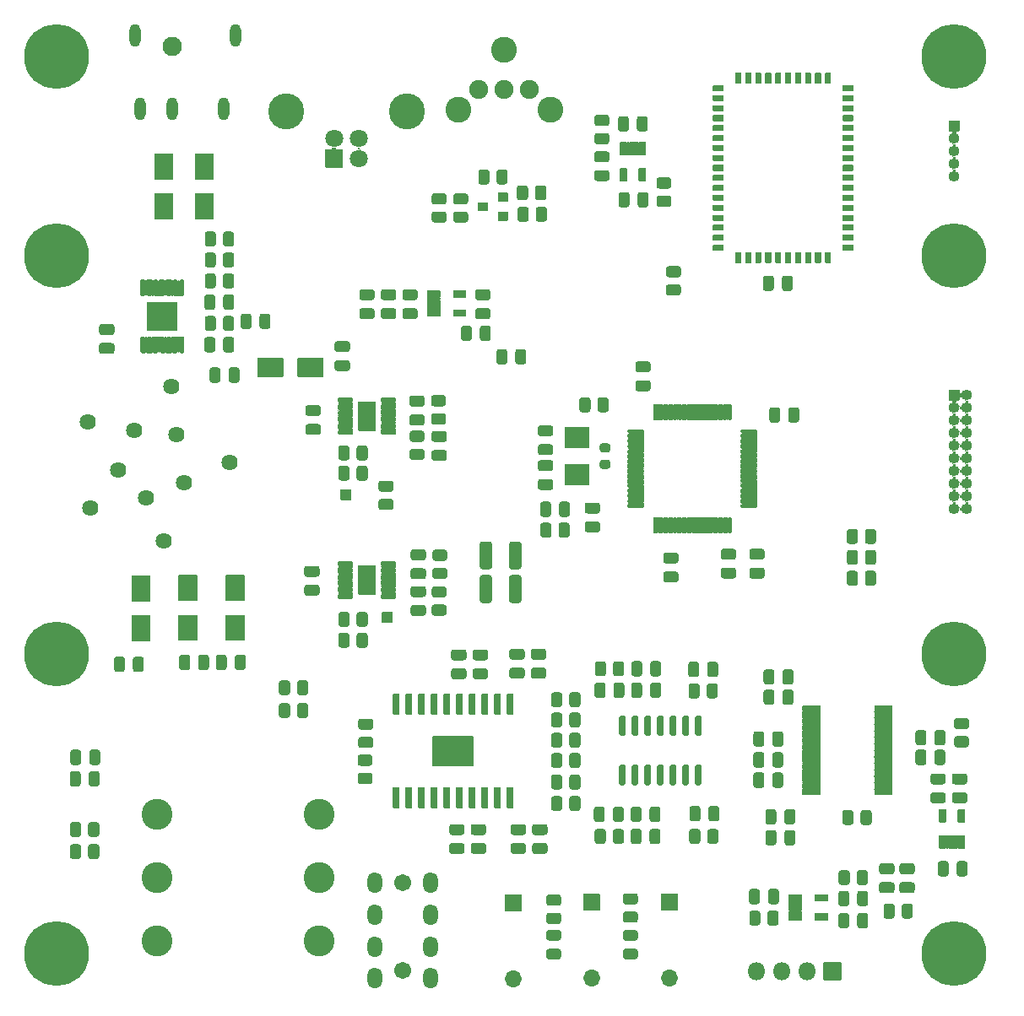
<source format=gbr>
G04 #@! TF.GenerationSoftware,KiCad,Pcbnew,5.1.9*
G04 #@! TF.CreationDate,2021-05-27T16:29:05+08:00*
G04 #@! TF.ProjectId,digital-amplifier2,64696769-7461-46c2-9d61-6d706c696669,rev?*
G04 #@! TF.SameCoordinates,Original*
G04 #@! TF.FileFunction,Soldermask,Top*
G04 #@! TF.FilePolarity,Negative*
%FSLAX46Y46*%
G04 Gerber Fmt 4.6, Leading zero omitted, Abs format (unit mm)*
G04 Created by KiCad (PCBNEW 5.1.9) date 2021-05-27 16:29:05*
%MOMM*%
%LPD*%
G01*
G04 APERTURE LIST*
%ADD10C,0.152400*%
%ADD11C,1.626000*%
%ADD12O,1.502000X2.102000*%
%ADD13C,1.702000*%
%ADD14O,1.102000X1.102000*%
%ADD15C,6.502000*%
%ADD16O,1.702000X1.702000*%
%ADD17C,1.902000*%
%ADD18C,2.602000*%
%ADD19R,3.100000X3.000000*%
%ADD20O,1.802000X1.802000*%
%ADD21C,3.102000*%
%ADD22C,1.952000*%
%ADD23O,1.102000X2.302000*%
%ADD24C,3.602000*%
%ADD25C,1.802000*%
%ADD26C,0.702000*%
%ADD27C,0.100000*%
G04 APERTURE END LIST*
D10*
X92773500Y-125701400D02*
X96710500Y-125701400D01*
X92773500Y-126172500D02*
X92773500Y-125701400D01*
X96710500Y-126172500D02*
X92773500Y-126172500D01*
X96710500Y-125701400D02*
X96710500Y-126172500D01*
X92773500Y-125301400D02*
X96710500Y-125301400D01*
X92773500Y-124914000D02*
X92773500Y-125301400D01*
X96710500Y-124914000D02*
X92773500Y-124914000D01*
X96710500Y-125301400D02*
X96710500Y-124914000D01*
X92773500Y-124514000D02*
X96710500Y-124514000D01*
X92773500Y-124126600D02*
X92773500Y-124514000D01*
X96710500Y-124126600D02*
X92773500Y-124126600D01*
X96710500Y-124514000D02*
X96710500Y-124126600D01*
X92773500Y-123255500D02*
X96710500Y-123255500D01*
X92773500Y-123726600D02*
X92773500Y-123255500D01*
X96710500Y-123726600D02*
X92773500Y-123726600D01*
X96710500Y-123255500D02*
X96710500Y-123726600D01*
X92773500Y-123255500D02*
X93360900Y-123255500D01*
X92773500Y-126172500D02*
X92773500Y-123255500D01*
X93360900Y-126172500D02*
X92773500Y-126172500D01*
X93360900Y-123255500D02*
X93360900Y-126172500D01*
X93760900Y-123255500D02*
X94148300Y-123255500D01*
X93760900Y-126172500D02*
X93760900Y-123255500D01*
X94148300Y-126172500D02*
X93760900Y-126172500D01*
X94148300Y-123255500D02*
X94148300Y-126172500D01*
X94548300Y-123255500D02*
X94935700Y-123255500D01*
X94548300Y-126172500D02*
X94548300Y-123255500D01*
X94935700Y-126172500D02*
X94548300Y-126172500D01*
X94935700Y-123255500D02*
X94935700Y-126172500D01*
X95335700Y-123255500D02*
X95723100Y-123255500D01*
X95335700Y-126172500D02*
X95335700Y-123255500D01*
X95723100Y-126172500D02*
X95335700Y-126172500D01*
X95723100Y-123255500D02*
X95723100Y-126172500D01*
X96123100Y-123255500D02*
X96710500Y-123255500D01*
X96123100Y-126172500D02*
X96123100Y-123255500D01*
X96710500Y-126172500D02*
X96123100Y-126172500D01*
X96710500Y-123255500D02*
X96710500Y-126172500D01*
X92773500Y-125701400D02*
X96710500Y-125701400D01*
X92773500Y-126172500D02*
X92773500Y-125701400D01*
X96710500Y-126172500D02*
X92773500Y-126172500D01*
X96710500Y-125701400D02*
X96710500Y-126172500D01*
X92773500Y-125301400D02*
X96710500Y-125301400D01*
X92773500Y-124914000D02*
X92773500Y-125301400D01*
X96710500Y-124914000D02*
X92773500Y-124914000D01*
X96710500Y-125301400D02*
X96710500Y-124914000D01*
X92773500Y-124514000D02*
X96710500Y-124514000D01*
X92773500Y-124126600D02*
X92773500Y-124514000D01*
X96710500Y-124126600D02*
X92773500Y-124126600D01*
X96710500Y-124514000D02*
X96710500Y-124126600D01*
X92773500Y-123255500D02*
X96710500Y-123255500D01*
X92773500Y-123726600D02*
X92773500Y-123255500D01*
X96710500Y-123726600D02*
X92773500Y-123726600D01*
X96710500Y-123255500D02*
X96710500Y-123726600D01*
X92773500Y-123255500D02*
X93360900Y-123255500D01*
X92773500Y-126172500D02*
X92773500Y-123255500D01*
X93360900Y-126172500D02*
X92773500Y-126172500D01*
X93360900Y-123255500D02*
X93360900Y-126172500D01*
X93760900Y-123255500D02*
X94148300Y-123255500D01*
X93760900Y-126172500D02*
X93760900Y-123255500D01*
X94148300Y-126172500D02*
X93760900Y-126172500D01*
X94148300Y-123255500D02*
X94148300Y-126172500D01*
X94548300Y-123255500D02*
X94935700Y-123255500D01*
X94548300Y-126172500D02*
X94548300Y-123255500D01*
X94935700Y-126172500D02*
X94548300Y-126172500D01*
X94935700Y-123255500D02*
X94935700Y-126172500D01*
X95335700Y-123255500D02*
X95723100Y-123255500D01*
X95335700Y-126172500D02*
X95335700Y-123255500D01*
X95723100Y-126172500D02*
X95335700Y-126172500D01*
X95723100Y-123255500D02*
X95723100Y-126172500D01*
X96123100Y-123255500D02*
X96710500Y-123255500D01*
X96123100Y-126172500D02*
X96123100Y-123255500D01*
X96710500Y-126172500D02*
X96123100Y-126172500D01*
X96710500Y-123255500D02*
X96710500Y-126172500D01*
D11*
X66992500Y-92964000D03*
X72326500Y-95758000D03*
X67754500Y-97790000D03*
X65722500Y-103632000D03*
X63944500Y-99314000D03*
X58356500Y-100330000D03*
X61150500Y-96520000D03*
X58102500Y-91694000D03*
X62801500Y-92583000D03*
X66484500Y-88138000D03*
D12*
X86919500Y-147522000D03*
X86919500Y-144322000D03*
X86919500Y-141122000D03*
X86919500Y-137922000D03*
D13*
X89719500Y-137922000D03*
X89719500Y-146722000D03*
D12*
X92519500Y-144322000D03*
X92519500Y-141122000D03*
X92519500Y-137922000D03*
X92519500Y-147522000D03*
D14*
X145000000Y-67080000D03*
X145000000Y-65810000D03*
X145000000Y-64540000D03*
X145000000Y-63270000D03*
G36*
G01*
X144449000Y-62500000D02*
X144449000Y-61500000D01*
G75*
G02*
X144500000Y-61449000I51000J0D01*
G01*
X145500000Y-61449000D01*
G75*
G02*
X145551000Y-61500000I0J-51000D01*
G01*
X145551000Y-62500000D01*
G75*
G02*
X145500000Y-62551000I-51000J0D01*
G01*
X144500000Y-62551000D01*
G75*
G02*
X144449000Y-62500000I0J51000D01*
G01*
G37*
X146270000Y-100430000D03*
X145000000Y-100430000D03*
X146270000Y-99160000D03*
X145000000Y-99160000D03*
X146270000Y-97890000D03*
X145000000Y-97890000D03*
X146270000Y-96620000D03*
X145000000Y-96620000D03*
X146270000Y-95350000D03*
X145000000Y-95350000D03*
X146270000Y-94080000D03*
X145000000Y-94080000D03*
X146270000Y-92810000D03*
X145000000Y-92810000D03*
X146270000Y-91540000D03*
X145000000Y-91540000D03*
X146270000Y-90270000D03*
X145000000Y-90270000D03*
X146270000Y-89000000D03*
G36*
G01*
X144449000Y-89500000D02*
X144449000Y-88500000D01*
G75*
G02*
X144500000Y-88449000I51000J0D01*
G01*
X145500000Y-88449000D01*
G75*
G02*
X145551000Y-88500000I0J-51000D01*
G01*
X145551000Y-89500000D01*
G75*
G02*
X145500000Y-89551000I-51000J0D01*
G01*
X144500000Y-89551000D01*
G75*
G02*
X144449000Y-89500000I0J51000D01*
G01*
G37*
G36*
G01*
X114292500Y-86723000D02*
X113291500Y-86723000D01*
G75*
G02*
X113016000Y-86447500I0J275500D01*
G01*
X113016000Y-85896500D01*
G75*
G02*
X113291500Y-85621000I275500J0D01*
G01*
X114292500Y-85621000D01*
G75*
G02*
X114568000Y-85896500I0J-275500D01*
G01*
X114568000Y-86447500D01*
G75*
G02*
X114292500Y-86723000I-275500J0D01*
G01*
G37*
G36*
G01*
X114292500Y-88623000D02*
X113291500Y-88623000D01*
G75*
G02*
X113016000Y-88347500I0J275500D01*
G01*
X113016000Y-87796500D01*
G75*
G02*
X113291500Y-87521000I275500J0D01*
G01*
X114292500Y-87521000D01*
G75*
G02*
X114568000Y-87796500I0J-275500D01*
G01*
X114568000Y-88347500D01*
G75*
G02*
X114292500Y-88623000I-275500J0D01*
G01*
G37*
D15*
X145000000Y-55000000D03*
X145000000Y-145000000D03*
X55000000Y-145000000D03*
X55000000Y-55000000D03*
D16*
X116459000Y-147510500D03*
G36*
G01*
X115659000Y-139039500D02*
X117259000Y-139039500D01*
G75*
G02*
X117310000Y-139090500I0J-51000D01*
G01*
X117310000Y-140690500D01*
G75*
G02*
X117259000Y-140741500I-51000J0D01*
G01*
X115659000Y-140741500D01*
G75*
G02*
X115608000Y-140690500I0J51000D01*
G01*
X115608000Y-139090500D01*
G75*
G02*
X115659000Y-139039500I51000J0D01*
G01*
G37*
X108616750Y-147510500D03*
G36*
G01*
X107816750Y-139039500D02*
X109416750Y-139039500D01*
G75*
G02*
X109467750Y-139090500I0J-51000D01*
G01*
X109467750Y-140690500D01*
G75*
G02*
X109416750Y-140741500I-51000J0D01*
G01*
X107816750Y-140741500D01*
G75*
G02*
X107765750Y-140690500I0J51000D01*
G01*
X107765750Y-139090500D01*
G75*
G02*
X107816750Y-139039500I51000J0D01*
G01*
G37*
X100774500Y-147574000D03*
G36*
G01*
X99974500Y-139103000D02*
X101574500Y-139103000D01*
G75*
G02*
X101625500Y-139154000I0J-51000D01*
G01*
X101625500Y-140754000D01*
G75*
G02*
X101574500Y-140805000I-51000J0D01*
G01*
X99974500Y-140805000D01*
G75*
G02*
X99923500Y-140754000I0J51000D01*
G01*
X99923500Y-139154000D01*
G75*
G02*
X99974500Y-139103000I51000J0D01*
G01*
G37*
G36*
G01*
X83459500Y-99496500D02*
X83459500Y-98496500D01*
G75*
G02*
X83510500Y-98445500I51000J0D01*
G01*
X84510500Y-98445500D01*
G75*
G02*
X84561500Y-98496500I0J-51000D01*
G01*
X84561500Y-99496500D01*
G75*
G02*
X84510500Y-99547500I-51000J0D01*
G01*
X83510500Y-99547500D01*
G75*
G02*
X83459500Y-99496500I0J51000D01*
G01*
G37*
G36*
G01*
X144155001Y-131875500D02*
X143504999Y-131875500D01*
G75*
G02*
X143454000Y-131824501I0J50999D01*
G01*
X143454000Y-130604499D01*
G75*
G02*
X143504999Y-130553500I50999J0D01*
G01*
X144155001Y-130553500D01*
G75*
G02*
X144206000Y-130604499I0J-50999D01*
G01*
X144206000Y-131824501D01*
G75*
G02*
X144155001Y-131875500I-50999J0D01*
G01*
G37*
G36*
G01*
X146055001Y-131875500D02*
X145404999Y-131875500D01*
G75*
G02*
X145354000Y-131824501I0J50999D01*
G01*
X145354000Y-130604499D01*
G75*
G02*
X145404999Y-130553500I50999J0D01*
G01*
X146055001Y-130553500D01*
G75*
G02*
X146106000Y-130604499I0J-50999D01*
G01*
X146106000Y-131824501D01*
G75*
G02*
X146055001Y-131875500I-50999J0D01*
G01*
G37*
G36*
G01*
X146055001Y-134495500D02*
X145404999Y-134495500D01*
G75*
G02*
X145354000Y-134444501I0J50999D01*
G01*
X145354000Y-133224499D01*
G75*
G02*
X145404999Y-133173500I50999J0D01*
G01*
X146055001Y-133173500D01*
G75*
G02*
X146106000Y-133224499I0J-50999D01*
G01*
X146106000Y-134444501D01*
G75*
G02*
X146055001Y-134495500I-50999J0D01*
G01*
G37*
G36*
G01*
X145105001Y-134495500D02*
X144454999Y-134495500D01*
G75*
G02*
X144404000Y-134444501I0J50999D01*
G01*
X144404000Y-133224499D01*
G75*
G02*
X144454999Y-133173500I50999J0D01*
G01*
X145105001Y-133173500D01*
G75*
G02*
X145156000Y-133224499I0J-50999D01*
G01*
X145156000Y-134444501D01*
G75*
G02*
X145105001Y-134495500I-50999J0D01*
G01*
G37*
G36*
G01*
X144155001Y-134495500D02*
X143504999Y-134495500D01*
G75*
G02*
X143454000Y-134444501I0J50999D01*
G01*
X143454000Y-133224499D01*
G75*
G02*
X143504999Y-133173500I50999J0D01*
G01*
X144155001Y-133173500D01*
G75*
G02*
X144206000Y-133224499I0J-50999D01*
G01*
X144206000Y-134444501D01*
G75*
G02*
X144155001Y-134495500I-50999J0D01*
G01*
G37*
G36*
G01*
X131014500Y-139773501D02*
X131014500Y-139123499D01*
G75*
G02*
X131065499Y-139072500I50999J0D01*
G01*
X132285501Y-139072500D01*
G75*
G02*
X132336500Y-139123499I0J-50999D01*
G01*
X132336500Y-139773501D01*
G75*
G02*
X132285501Y-139824500I-50999J0D01*
G01*
X131065499Y-139824500D01*
G75*
G02*
X131014500Y-139773501I0J50999D01*
G01*
G37*
G36*
G01*
X131014500Y-141673501D02*
X131014500Y-141023499D01*
G75*
G02*
X131065499Y-140972500I50999J0D01*
G01*
X132285501Y-140972500D01*
G75*
G02*
X132336500Y-141023499I0J-50999D01*
G01*
X132336500Y-141673501D01*
G75*
G02*
X132285501Y-141724500I-50999J0D01*
G01*
X131065499Y-141724500D01*
G75*
G02*
X131014500Y-141673501I0J50999D01*
G01*
G37*
G36*
G01*
X128394500Y-141673501D02*
X128394500Y-141023499D01*
G75*
G02*
X128445499Y-140972500I50999J0D01*
G01*
X129665501Y-140972500D01*
G75*
G02*
X129716500Y-141023499I0J-50999D01*
G01*
X129716500Y-141673501D01*
G75*
G02*
X129665501Y-141724500I-50999J0D01*
G01*
X128445499Y-141724500D01*
G75*
G02*
X128394500Y-141673501I0J50999D01*
G01*
G37*
G36*
G01*
X128394500Y-140723501D02*
X128394500Y-140073499D01*
G75*
G02*
X128445499Y-140022500I50999J0D01*
G01*
X129665501Y-140022500D01*
G75*
G02*
X129716500Y-140073499I0J-50999D01*
G01*
X129716500Y-140723501D01*
G75*
G02*
X129665501Y-140774500I-50999J0D01*
G01*
X128445499Y-140774500D01*
G75*
G02*
X128394500Y-140723501I0J50999D01*
G01*
G37*
G36*
G01*
X128394500Y-139773501D02*
X128394500Y-139123499D01*
G75*
G02*
X128445499Y-139072500I50999J0D01*
G01*
X129665501Y-139072500D01*
G75*
G02*
X129716500Y-139123499I0J-50999D01*
G01*
X129716500Y-139773501D01*
G75*
G02*
X129665501Y-139824500I-50999J0D01*
G01*
X128445499Y-139824500D01*
G75*
G02*
X128394500Y-139773501I0J50999D01*
G01*
G37*
D17*
X102425500Y-58341250D03*
X97345500Y-58341250D03*
X99885500Y-58341250D03*
D18*
X99885500Y-54391250D03*
X95285500Y-60391250D03*
X104485500Y-60391250D03*
G36*
G01*
X113400999Y-66244500D02*
X114051001Y-66244500D01*
G75*
G02*
X114102000Y-66295499I0J-50999D01*
G01*
X114102000Y-67515501D01*
G75*
G02*
X114051001Y-67566500I-50999J0D01*
G01*
X113400999Y-67566500D01*
G75*
G02*
X113350000Y-67515501I0J50999D01*
G01*
X113350000Y-66295499D01*
G75*
G02*
X113400999Y-66244500I50999J0D01*
G01*
G37*
G36*
G01*
X111500999Y-66244500D02*
X112151001Y-66244500D01*
G75*
G02*
X112202000Y-66295499I0J-50999D01*
G01*
X112202000Y-67515501D01*
G75*
G02*
X112151001Y-67566500I-50999J0D01*
G01*
X111500999Y-67566500D01*
G75*
G02*
X111450000Y-67515501I0J50999D01*
G01*
X111450000Y-66295499D01*
G75*
G02*
X111500999Y-66244500I50999J0D01*
G01*
G37*
G36*
G01*
X111500999Y-63624500D02*
X112151001Y-63624500D01*
G75*
G02*
X112202000Y-63675499I0J-50999D01*
G01*
X112202000Y-64895501D01*
G75*
G02*
X112151001Y-64946500I-50999J0D01*
G01*
X111500999Y-64946500D01*
G75*
G02*
X111450000Y-64895501I0J50999D01*
G01*
X111450000Y-63675499D01*
G75*
G02*
X111500999Y-63624500I50999J0D01*
G01*
G37*
G36*
G01*
X112450999Y-63624500D02*
X113101001Y-63624500D01*
G75*
G02*
X113152000Y-63675499I0J-50999D01*
G01*
X113152000Y-64895501D01*
G75*
G02*
X113101001Y-64946500I-50999J0D01*
G01*
X112450999Y-64946500D01*
G75*
G02*
X112400000Y-64895501I0J50999D01*
G01*
X112400000Y-63675499D01*
G75*
G02*
X112450999Y-63624500I50999J0D01*
G01*
G37*
G36*
G01*
X113400999Y-63624500D02*
X114051001Y-63624500D01*
G75*
G02*
X114102000Y-63675499I0J-50999D01*
G01*
X114102000Y-64895501D01*
G75*
G02*
X114051001Y-64946500I-50999J0D01*
G01*
X113400999Y-64946500D01*
G75*
G02*
X113350000Y-64895501I0J50999D01*
G01*
X113350000Y-63675499D01*
G75*
G02*
X113400999Y-63624500I50999J0D01*
G01*
G37*
D19*
X65582500Y-81101500D03*
G36*
G01*
X63758000Y-79077500D02*
X63507000Y-79077500D01*
G75*
G02*
X63381500Y-78952000I0J125500D01*
G01*
X63381500Y-77526000D01*
G75*
G02*
X63507000Y-77400500I125500J0D01*
G01*
X63758000Y-77400500D01*
G75*
G02*
X63883500Y-77526000I0J-125500D01*
G01*
X63883500Y-78952000D01*
G75*
G02*
X63758000Y-79077500I-125500J0D01*
G01*
G37*
G36*
G01*
X64408000Y-79077500D02*
X64157000Y-79077500D01*
G75*
G02*
X64031500Y-78952000I0J125500D01*
G01*
X64031500Y-77526000D01*
G75*
G02*
X64157000Y-77400500I125500J0D01*
G01*
X64408000Y-77400500D01*
G75*
G02*
X64533500Y-77526000I0J-125500D01*
G01*
X64533500Y-78952000D01*
G75*
G02*
X64408000Y-79077500I-125500J0D01*
G01*
G37*
G36*
G01*
X65058000Y-79077500D02*
X64807000Y-79077500D01*
G75*
G02*
X64681500Y-78952000I0J125500D01*
G01*
X64681500Y-77526000D01*
G75*
G02*
X64807000Y-77400500I125500J0D01*
G01*
X65058000Y-77400500D01*
G75*
G02*
X65183500Y-77526000I0J-125500D01*
G01*
X65183500Y-78952000D01*
G75*
G02*
X65058000Y-79077500I-125500J0D01*
G01*
G37*
G36*
G01*
X65708000Y-79077500D02*
X65457000Y-79077500D01*
G75*
G02*
X65331500Y-78952000I0J125500D01*
G01*
X65331500Y-77526000D01*
G75*
G02*
X65457000Y-77400500I125500J0D01*
G01*
X65708000Y-77400500D01*
G75*
G02*
X65833500Y-77526000I0J-125500D01*
G01*
X65833500Y-78952000D01*
G75*
G02*
X65708000Y-79077500I-125500J0D01*
G01*
G37*
G36*
G01*
X66358000Y-79077500D02*
X66107000Y-79077500D01*
G75*
G02*
X65981500Y-78952000I0J125500D01*
G01*
X65981500Y-77526000D01*
G75*
G02*
X66107000Y-77400500I125500J0D01*
G01*
X66358000Y-77400500D01*
G75*
G02*
X66483500Y-77526000I0J-125500D01*
G01*
X66483500Y-78952000D01*
G75*
G02*
X66358000Y-79077500I-125500J0D01*
G01*
G37*
G36*
G01*
X67008000Y-79077500D02*
X66757000Y-79077500D01*
G75*
G02*
X66631500Y-78952000I0J125500D01*
G01*
X66631500Y-77526000D01*
G75*
G02*
X66757000Y-77400500I125500J0D01*
G01*
X67008000Y-77400500D01*
G75*
G02*
X67133500Y-77526000I0J-125500D01*
G01*
X67133500Y-78952000D01*
G75*
G02*
X67008000Y-79077500I-125500J0D01*
G01*
G37*
G36*
G01*
X67658000Y-79077500D02*
X67407000Y-79077500D01*
G75*
G02*
X67281500Y-78952000I0J125500D01*
G01*
X67281500Y-77526000D01*
G75*
G02*
X67407000Y-77400500I125500J0D01*
G01*
X67658000Y-77400500D01*
G75*
G02*
X67783500Y-77526000I0J-125500D01*
G01*
X67783500Y-78952000D01*
G75*
G02*
X67658000Y-79077500I-125500J0D01*
G01*
G37*
G36*
G01*
X67658000Y-84802500D02*
X67407000Y-84802500D01*
G75*
G02*
X67281500Y-84677000I0J125500D01*
G01*
X67281500Y-83251000D01*
G75*
G02*
X67407000Y-83125500I125500J0D01*
G01*
X67658000Y-83125500D01*
G75*
G02*
X67783500Y-83251000I0J-125500D01*
G01*
X67783500Y-84677000D01*
G75*
G02*
X67658000Y-84802500I-125500J0D01*
G01*
G37*
G36*
G01*
X67008000Y-84802500D02*
X66757000Y-84802500D01*
G75*
G02*
X66631500Y-84677000I0J125500D01*
G01*
X66631500Y-83251000D01*
G75*
G02*
X66757000Y-83125500I125500J0D01*
G01*
X67008000Y-83125500D01*
G75*
G02*
X67133500Y-83251000I0J-125500D01*
G01*
X67133500Y-84677000D01*
G75*
G02*
X67008000Y-84802500I-125500J0D01*
G01*
G37*
G36*
G01*
X66358000Y-84802500D02*
X66107000Y-84802500D01*
G75*
G02*
X65981500Y-84677000I0J125500D01*
G01*
X65981500Y-83251000D01*
G75*
G02*
X66107000Y-83125500I125500J0D01*
G01*
X66358000Y-83125500D01*
G75*
G02*
X66483500Y-83251000I0J-125500D01*
G01*
X66483500Y-84677000D01*
G75*
G02*
X66358000Y-84802500I-125500J0D01*
G01*
G37*
G36*
G01*
X65708000Y-84802500D02*
X65457000Y-84802500D01*
G75*
G02*
X65331500Y-84677000I0J125500D01*
G01*
X65331500Y-83251000D01*
G75*
G02*
X65457000Y-83125500I125500J0D01*
G01*
X65708000Y-83125500D01*
G75*
G02*
X65833500Y-83251000I0J-125500D01*
G01*
X65833500Y-84677000D01*
G75*
G02*
X65708000Y-84802500I-125500J0D01*
G01*
G37*
G36*
G01*
X65058000Y-84802500D02*
X64807000Y-84802500D01*
G75*
G02*
X64681500Y-84677000I0J125500D01*
G01*
X64681500Y-83251000D01*
G75*
G02*
X64807000Y-83125500I125500J0D01*
G01*
X65058000Y-83125500D01*
G75*
G02*
X65183500Y-83251000I0J-125500D01*
G01*
X65183500Y-84677000D01*
G75*
G02*
X65058000Y-84802500I-125500J0D01*
G01*
G37*
G36*
G01*
X64408000Y-84802500D02*
X64157000Y-84802500D01*
G75*
G02*
X64031500Y-84677000I0J125500D01*
G01*
X64031500Y-83251000D01*
G75*
G02*
X64157000Y-83125500I125500J0D01*
G01*
X64408000Y-83125500D01*
G75*
G02*
X64533500Y-83251000I0J-125500D01*
G01*
X64533500Y-84677000D01*
G75*
G02*
X64408000Y-84802500I-125500J0D01*
G01*
G37*
G36*
G01*
X63758000Y-84802500D02*
X63507000Y-84802500D01*
G75*
G02*
X63381500Y-84677000I0J125500D01*
G01*
X63381500Y-83251000D01*
G75*
G02*
X63507000Y-83125500I125500J0D01*
G01*
X63758000Y-83125500D01*
G75*
G02*
X63883500Y-83251000I0J-125500D01*
G01*
X63883500Y-84677000D01*
G75*
G02*
X63758000Y-84802500I-125500J0D01*
G01*
G37*
G36*
G01*
X94756000Y-79194501D02*
X94756000Y-78544499D01*
G75*
G02*
X94806999Y-78493500I50999J0D01*
G01*
X96027001Y-78493500D01*
G75*
G02*
X96078000Y-78544499I0J-50999D01*
G01*
X96078000Y-79194501D01*
G75*
G02*
X96027001Y-79245500I-50999J0D01*
G01*
X94806999Y-79245500D01*
G75*
G02*
X94756000Y-79194501I0J50999D01*
G01*
G37*
G36*
G01*
X94756000Y-81094501D02*
X94756000Y-80444499D01*
G75*
G02*
X94806999Y-80393500I50999J0D01*
G01*
X96027001Y-80393500D01*
G75*
G02*
X96078000Y-80444499I0J-50999D01*
G01*
X96078000Y-81094501D01*
G75*
G02*
X96027001Y-81145500I-50999J0D01*
G01*
X94806999Y-81145500D01*
G75*
G02*
X94756000Y-81094501I0J50999D01*
G01*
G37*
G36*
G01*
X92136000Y-81094501D02*
X92136000Y-80444499D01*
G75*
G02*
X92186999Y-80393500I50999J0D01*
G01*
X93407001Y-80393500D01*
G75*
G02*
X93458000Y-80444499I0J-50999D01*
G01*
X93458000Y-81094501D01*
G75*
G02*
X93407001Y-81145500I-50999J0D01*
G01*
X92186999Y-81145500D01*
G75*
G02*
X92136000Y-81094501I0J50999D01*
G01*
G37*
G36*
G01*
X92136000Y-80144501D02*
X92136000Y-79494499D01*
G75*
G02*
X92186999Y-79443500I50999J0D01*
G01*
X93407001Y-79443500D01*
G75*
G02*
X93458000Y-79494499I0J-50999D01*
G01*
X93458000Y-80144501D01*
G75*
G02*
X93407001Y-80195500I-50999J0D01*
G01*
X92186999Y-80195500D01*
G75*
G02*
X92136000Y-80144501I0J50999D01*
G01*
G37*
G36*
G01*
X92136000Y-79194501D02*
X92136000Y-78544499D01*
G75*
G02*
X92186999Y-78493500I50999J0D01*
G01*
X93407001Y-78493500D01*
G75*
G02*
X93458000Y-78544499I0J-50999D01*
G01*
X93458000Y-79194501D01*
G75*
G02*
X93407001Y-79245500I-50999J0D01*
G01*
X92186999Y-79245500D01*
G75*
G02*
X92136000Y-79194501I0J50999D01*
G01*
G37*
G36*
G01*
X125571500Y-141001876D02*
X125571500Y-141954124D01*
G75*
G02*
X125296624Y-142229000I-274876J0D01*
G01*
X124719376Y-142229000D01*
G75*
G02*
X124444500Y-141954124I0J274876D01*
G01*
X124444500Y-141001876D01*
G75*
G02*
X124719376Y-140727000I274876J0D01*
G01*
X125296624Y-140727000D01*
G75*
G02*
X125571500Y-141001876I0J-274876D01*
G01*
G37*
G36*
G01*
X127396500Y-141001876D02*
X127396500Y-141954124D01*
G75*
G02*
X127121624Y-142229000I-274876J0D01*
G01*
X126544376Y-142229000D01*
G75*
G02*
X126269500Y-141954124I0J274876D01*
G01*
X126269500Y-141001876D01*
G75*
G02*
X126544376Y-140727000I274876J0D01*
G01*
X127121624Y-140727000D01*
G75*
G02*
X127396500Y-141001876I0J-274876D01*
G01*
G37*
G36*
G01*
X139033500Y-140303376D02*
X139033500Y-141255624D01*
G75*
G02*
X138758624Y-141530500I-274876J0D01*
G01*
X138181376Y-141530500D01*
G75*
G02*
X137906500Y-141255624I0J274876D01*
G01*
X137906500Y-140303376D01*
G75*
G02*
X138181376Y-140028500I274876J0D01*
G01*
X138758624Y-140028500D01*
G75*
G02*
X139033500Y-140303376I0J-274876D01*
G01*
G37*
G36*
G01*
X140858500Y-140303376D02*
X140858500Y-141255624D01*
G75*
G02*
X140583624Y-141530500I-274876J0D01*
G01*
X140006376Y-141530500D01*
G75*
G02*
X139731500Y-141255624I0J274876D01*
G01*
X139731500Y-140303376D01*
G75*
G02*
X140006376Y-140028500I274876J0D01*
G01*
X140583624Y-140028500D01*
G75*
G02*
X140858500Y-140303376I0J-274876D01*
G01*
G37*
G36*
G01*
X88487124Y-98711000D02*
X87534876Y-98711000D01*
G75*
G02*
X87260000Y-98436124I0J274876D01*
G01*
X87260000Y-97858876D01*
G75*
G02*
X87534876Y-97584000I274876J0D01*
G01*
X88487124Y-97584000D01*
G75*
G02*
X88762000Y-97858876I0J-274876D01*
G01*
X88762000Y-98436124D01*
G75*
G02*
X88487124Y-98711000I-274876J0D01*
G01*
G37*
G36*
G01*
X88487124Y-100536000D02*
X87534876Y-100536000D01*
G75*
G02*
X87260000Y-100261124I0J274876D01*
G01*
X87260000Y-99683876D01*
G75*
G02*
X87534876Y-99409000I274876J0D01*
G01*
X88487124Y-99409000D01*
G75*
G02*
X88762000Y-99683876I0J-274876D01*
G01*
X88762000Y-100261124D01*
G75*
G02*
X88487124Y-100536000I-274876J0D01*
G01*
G37*
G36*
G01*
X57436000Y-132111876D02*
X57436000Y-133064124D01*
G75*
G02*
X57161124Y-133339000I-274876J0D01*
G01*
X56583876Y-133339000D01*
G75*
G02*
X56309000Y-133064124I0J274876D01*
G01*
X56309000Y-132111876D01*
G75*
G02*
X56583876Y-131837000I274876J0D01*
G01*
X57161124Y-131837000D01*
G75*
G02*
X57436000Y-132111876I0J-274876D01*
G01*
G37*
G36*
G01*
X59261000Y-132111876D02*
X59261000Y-133064124D01*
G75*
G02*
X58986124Y-133339000I-274876J0D01*
G01*
X58408876Y-133339000D01*
G75*
G02*
X58134000Y-133064124I0J274876D01*
G01*
X58134000Y-132111876D01*
G75*
G02*
X58408876Y-131837000I274876J0D01*
G01*
X58986124Y-131837000D01*
G75*
G02*
X59261000Y-132111876I0J-274876D01*
G01*
G37*
G36*
G01*
X136048500Y-103663624D02*
X136048500Y-102711376D01*
G75*
G02*
X136323376Y-102436500I274876J0D01*
G01*
X136900624Y-102436500D01*
G75*
G02*
X137175500Y-102711376I0J-274876D01*
G01*
X137175500Y-103663624D01*
G75*
G02*
X136900624Y-103938500I-274876J0D01*
G01*
X136323376Y-103938500D01*
G75*
G02*
X136048500Y-103663624I0J274876D01*
G01*
G37*
G36*
G01*
X134223500Y-103663624D02*
X134223500Y-102711376D01*
G75*
G02*
X134498376Y-102436500I274876J0D01*
G01*
X135075624Y-102436500D01*
G75*
G02*
X135350500Y-102711376I0J-274876D01*
G01*
X135350500Y-103663624D01*
G75*
G02*
X135075624Y-103938500I-274876J0D01*
G01*
X134498376Y-103938500D01*
G75*
G02*
X134223500Y-103663624I0J274876D01*
G01*
G37*
G36*
G01*
X58134000Y-135286624D02*
X58134000Y-134334376D01*
G75*
G02*
X58408876Y-134059500I274876J0D01*
G01*
X58986124Y-134059500D01*
G75*
G02*
X59261000Y-134334376I0J-274876D01*
G01*
X59261000Y-135286624D01*
G75*
G02*
X58986124Y-135561500I-274876J0D01*
G01*
X58408876Y-135561500D01*
G75*
G02*
X58134000Y-135286624I0J274876D01*
G01*
G37*
G36*
G01*
X56309000Y-135286624D02*
X56309000Y-134334376D01*
G75*
G02*
X56583876Y-134059500I274876J0D01*
G01*
X57161124Y-134059500D01*
G75*
G02*
X57436000Y-134334376I0J-274876D01*
G01*
X57436000Y-135286624D01*
G75*
G02*
X57161124Y-135561500I-274876J0D01*
G01*
X56583876Y-135561500D01*
G75*
G02*
X56309000Y-135286624I0J274876D01*
G01*
G37*
G36*
G01*
X136048500Y-107854624D02*
X136048500Y-106902376D01*
G75*
G02*
X136323376Y-106627500I274876J0D01*
G01*
X136900624Y-106627500D01*
G75*
G02*
X137175500Y-106902376I0J-274876D01*
G01*
X137175500Y-107854624D01*
G75*
G02*
X136900624Y-108129500I-274876J0D01*
G01*
X136323376Y-108129500D01*
G75*
G02*
X136048500Y-107854624I0J274876D01*
G01*
G37*
G36*
G01*
X134223500Y-107854624D02*
X134223500Y-106902376D01*
G75*
G02*
X134498376Y-106627500I274876J0D01*
G01*
X135075624Y-106627500D01*
G75*
G02*
X135350500Y-106902376I0J-274876D01*
G01*
X135350500Y-107854624D01*
G75*
G02*
X135075624Y-108129500I-274876J0D01*
G01*
X134498376Y-108129500D01*
G75*
G02*
X134223500Y-107854624I0J274876D01*
G01*
G37*
G36*
G01*
X136048500Y-105759124D02*
X136048500Y-104806876D01*
G75*
G02*
X136323376Y-104532000I274876J0D01*
G01*
X136900624Y-104532000D01*
G75*
G02*
X137175500Y-104806876I0J-274876D01*
G01*
X137175500Y-105759124D01*
G75*
G02*
X136900624Y-106034000I-274876J0D01*
G01*
X136323376Y-106034000D01*
G75*
G02*
X136048500Y-105759124I0J274876D01*
G01*
G37*
G36*
G01*
X134223500Y-105759124D02*
X134223500Y-104806876D01*
G75*
G02*
X134498376Y-104532000I274876J0D01*
G01*
X135075624Y-104532000D01*
G75*
G02*
X135350500Y-104806876I0J-274876D01*
G01*
X135350500Y-105759124D01*
G75*
G02*
X135075624Y-106034000I-274876J0D01*
G01*
X134498376Y-106034000D01*
G75*
G02*
X134223500Y-105759124I0J274876D01*
G01*
G37*
G36*
G01*
X84360000Y-111029876D02*
X84360000Y-111982124D01*
G75*
G02*
X84085124Y-112257000I-274876J0D01*
G01*
X83507876Y-112257000D01*
G75*
G02*
X83233000Y-111982124I0J274876D01*
G01*
X83233000Y-111029876D01*
G75*
G02*
X83507876Y-110755000I274876J0D01*
G01*
X84085124Y-110755000D01*
G75*
G02*
X84360000Y-111029876I0J-274876D01*
G01*
G37*
G36*
G01*
X86185000Y-111029876D02*
X86185000Y-111982124D01*
G75*
G02*
X85910124Y-112257000I-274876J0D01*
G01*
X85332876Y-112257000D01*
G75*
G02*
X85058000Y-111982124I0J274876D01*
G01*
X85058000Y-111029876D01*
G75*
G02*
X85332876Y-110755000I274876J0D01*
G01*
X85910124Y-110755000D01*
G75*
G02*
X86185000Y-111029876I0J-274876D01*
G01*
G37*
G36*
G01*
X85058000Y-95281624D02*
X85058000Y-94329376D01*
G75*
G02*
X85332876Y-94054500I274876J0D01*
G01*
X85910124Y-94054500D01*
G75*
G02*
X86185000Y-94329376I0J-274876D01*
G01*
X86185000Y-95281624D01*
G75*
G02*
X85910124Y-95556500I-274876J0D01*
G01*
X85332876Y-95556500D01*
G75*
G02*
X85058000Y-95281624I0J274876D01*
G01*
G37*
G36*
G01*
X83233000Y-95281624D02*
X83233000Y-94329376D01*
G75*
G02*
X83507876Y-94054500I274876J0D01*
G01*
X84085124Y-94054500D01*
G75*
G02*
X84360000Y-94329376I0J-274876D01*
G01*
X84360000Y-95281624D01*
G75*
G02*
X84085124Y-95556500I-274876J0D01*
G01*
X83507876Y-95556500D01*
G75*
G02*
X83233000Y-95281624I0J274876D01*
G01*
G37*
G36*
G01*
X85058000Y-114077624D02*
X85058000Y-113125376D01*
G75*
G02*
X85332876Y-112850500I274876J0D01*
G01*
X85910124Y-112850500D01*
G75*
G02*
X86185000Y-113125376I0J-274876D01*
G01*
X86185000Y-114077624D01*
G75*
G02*
X85910124Y-114352500I-274876J0D01*
G01*
X85332876Y-114352500D01*
G75*
G02*
X85058000Y-114077624I0J274876D01*
G01*
G37*
G36*
G01*
X83233000Y-114077624D02*
X83233000Y-113125376D01*
G75*
G02*
X83507876Y-112850500I274876J0D01*
G01*
X84085124Y-112850500D01*
G75*
G02*
X84360000Y-113125376I0J-274876D01*
G01*
X84360000Y-114077624D01*
G75*
G02*
X84085124Y-114352500I-274876J0D01*
G01*
X83507876Y-114352500D01*
G75*
G02*
X83233000Y-114077624I0J274876D01*
G01*
G37*
G36*
G01*
X85058000Y-97313624D02*
X85058000Y-96361376D01*
G75*
G02*
X85332876Y-96086500I274876J0D01*
G01*
X85910124Y-96086500D01*
G75*
G02*
X86185000Y-96361376I0J-274876D01*
G01*
X86185000Y-97313624D01*
G75*
G02*
X85910124Y-97588500I-274876J0D01*
G01*
X85332876Y-97588500D01*
G75*
G02*
X85058000Y-97313624I0J274876D01*
G01*
G37*
G36*
G01*
X83233000Y-97313624D02*
X83233000Y-96361376D01*
G75*
G02*
X83507876Y-96086500I274876J0D01*
G01*
X84085124Y-96086500D01*
G75*
G02*
X84360000Y-96361376I0J-274876D01*
G01*
X84360000Y-97313624D01*
G75*
G02*
X84085124Y-97588500I-274876J0D01*
G01*
X83507876Y-97588500D01*
G75*
G02*
X83233000Y-97313624I0J274876D01*
G01*
G37*
G36*
G01*
X70961500Y-77072176D02*
X70961500Y-78024424D01*
G75*
G02*
X70686624Y-78299300I-274876J0D01*
G01*
X70109376Y-78299300D01*
G75*
G02*
X69834500Y-78024424I0J274876D01*
G01*
X69834500Y-77072176D01*
G75*
G02*
X70109376Y-76797300I274876J0D01*
G01*
X70686624Y-76797300D01*
G75*
G02*
X70961500Y-77072176I0J-274876D01*
G01*
G37*
G36*
G01*
X72786500Y-77072176D02*
X72786500Y-78024424D01*
G75*
G02*
X72511624Y-78299300I-274876J0D01*
G01*
X71934376Y-78299300D01*
G75*
G02*
X71659500Y-78024424I0J274876D01*
G01*
X71659500Y-77072176D01*
G75*
G02*
X71934376Y-76797300I274876J0D01*
G01*
X72511624Y-76797300D01*
G75*
G02*
X72786500Y-77072176I0J-274876D01*
G01*
G37*
G36*
G01*
X71659500Y-75921524D02*
X71659500Y-74969276D01*
G75*
G02*
X71934376Y-74694400I274876J0D01*
G01*
X72511624Y-74694400D01*
G75*
G02*
X72786500Y-74969276I0J-274876D01*
G01*
X72786500Y-75921524D01*
G75*
G02*
X72511624Y-76196400I-274876J0D01*
G01*
X71934376Y-76196400D01*
G75*
G02*
X71659500Y-75921524I0J274876D01*
G01*
G37*
G36*
G01*
X69834500Y-75921524D02*
X69834500Y-74969276D01*
G75*
G02*
X70109376Y-74694400I274876J0D01*
G01*
X70686624Y-74694400D01*
G75*
G02*
X70961500Y-74969276I0J-274876D01*
G01*
X70961500Y-75921524D01*
G75*
G02*
X70686624Y-76196400I-274876J0D01*
G01*
X70109376Y-76196400D01*
G75*
G02*
X69834500Y-75921524I0J274876D01*
G01*
G37*
G36*
G01*
X71659500Y-82290224D02*
X71659500Y-81337976D01*
G75*
G02*
X71934376Y-81063100I274876J0D01*
G01*
X72511624Y-81063100D01*
G75*
G02*
X72786500Y-81337976I0J-274876D01*
G01*
X72786500Y-82290224D01*
G75*
G02*
X72511624Y-82565100I-274876J0D01*
G01*
X71934376Y-82565100D01*
G75*
G02*
X71659500Y-82290224I0J274876D01*
G01*
G37*
G36*
G01*
X69834500Y-82290224D02*
X69834500Y-81337976D01*
G75*
G02*
X70109376Y-81063100I274876J0D01*
G01*
X70686624Y-81063100D01*
G75*
G02*
X70961500Y-81337976I0J-274876D01*
G01*
X70961500Y-82290224D01*
G75*
G02*
X70686624Y-82565100I-274876J0D01*
G01*
X70109376Y-82565100D01*
G75*
G02*
X69834500Y-82290224I0J274876D01*
G01*
G37*
G36*
G01*
X71659500Y-73818624D02*
X71659500Y-72866376D01*
G75*
G02*
X71934376Y-72591500I274876J0D01*
G01*
X72511624Y-72591500D01*
G75*
G02*
X72786500Y-72866376I0J-274876D01*
G01*
X72786500Y-73818624D01*
G75*
G02*
X72511624Y-74093500I-274876J0D01*
G01*
X71934376Y-74093500D01*
G75*
G02*
X71659500Y-73818624I0J274876D01*
G01*
G37*
G36*
G01*
X69834500Y-73818624D02*
X69834500Y-72866376D01*
G75*
G02*
X70109376Y-72591500I274876J0D01*
G01*
X70686624Y-72591500D01*
G75*
G02*
X70961500Y-72866376I0J-274876D01*
G01*
X70961500Y-73818624D01*
G75*
G02*
X70686624Y-74093500I-274876J0D01*
G01*
X70109376Y-74093500D01*
G75*
G02*
X69834500Y-73818624I0J274876D01*
G01*
G37*
G36*
G01*
X102330500Y-70389876D02*
X102330500Y-71342124D01*
G75*
G02*
X102055624Y-71617000I-274876J0D01*
G01*
X101478376Y-71617000D01*
G75*
G02*
X101203500Y-71342124I0J274876D01*
G01*
X101203500Y-70389876D01*
G75*
G02*
X101478376Y-70115000I274876J0D01*
G01*
X102055624Y-70115000D01*
G75*
G02*
X102330500Y-70389876I0J-274876D01*
G01*
G37*
G36*
G01*
X104155500Y-70389876D02*
X104155500Y-71342124D01*
G75*
G02*
X103880624Y-71617000I-274876J0D01*
G01*
X103303376Y-71617000D01*
G75*
G02*
X103028500Y-71342124I0J274876D01*
G01*
X103028500Y-70389876D01*
G75*
G02*
X103303376Y-70115000I274876J0D01*
G01*
X103880624Y-70115000D01*
G75*
G02*
X104155500Y-70389876I0J-274876D01*
G01*
G37*
G36*
G01*
X102965000Y-69183124D02*
X102965000Y-68230876D01*
G75*
G02*
X103239876Y-67956000I274876J0D01*
G01*
X103817124Y-67956000D01*
G75*
G02*
X104092000Y-68230876I0J-274876D01*
G01*
X104092000Y-69183124D01*
G75*
G02*
X103817124Y-69458000I-274876J0D01*
G01*
X103239876Y-69458000D01*
G75*
G02*
X102965000Y-69183124I0J274876D01*
G01*
G37*
G36*
G01*
X101140000Y-69183124D02*
X101140000Y-68230876D01*
G75*
G02*
X101414876Y-67956000I274876J0D01*
G01*
X101992124Y-67956000D01*
G75*
G02*
X102267000Y-68230876I0J-274876D01*
G01*
X102267000Y-69183124D01*
G75*
G02*
X101992124Y-69458000I-274876J0D01*
G01*
X101414876Y-69458000D01*
G75*
G02*
X101140000Y-69183124I0J274876D01*
G01*
G37*
G36*
G01*
X93821124Y-69882000D02*
X92868876Y-69882000D01*
G75*
G02*
X92594000Y-69607124I0J274876D01*
G01*
X92594000Y-69029876D01*
G75*
G02*
X92868876Y-68755000I274876J0D01*
G01*
X93821124Y-68755000D01*
G75*
G02*
X94096000Y-69029876I0J-274876D01*
G01*
X94096000Y-69607124D01*
G75*
G02*
X93821124Y-69882000I-274876J0D01*
G01*
G37*
G36*
G01*
X93821124Y-71707000D02*
X92868876Y-71707000D01*
G75*
G02*
X92594000Y-71432124I0J274876D01*
G01*
X92594000Y-70854876D01*
G75*
G02*
X92868876Y-70580000I274876J0D01*
G01*
X93821124Y-70580000D01*
G75*
G02*
X94096000Y-70854876I0J-274876D01*
G01*
X94096000Y-71432124D01*
G75*
G02*
X93821124Y-71707000I-274876J0D01*
G01*
G37*
G36*
G01*
X95980124Y-69882000D02*
X95027876Y-69882000D01*
G75*
G02*
X94753000Y-69607124I0J274876D01*
G01*
X94753000Y-69029876D01*
G75*
G02*
X95027876Y-68755000I274876J0D01*
G01*
X95980124Y-68755000D01*
G75*
G02*
X96255000Y-69029876I0J-274876D01*
G01*
X96255000Y-69607124D01*
G75*
G02*
X95980124Y-69882000I-274876J0D01*
G01*
G37*
G36*
G01*
X95980124Y-71707000D02*
X95027876Y-71707000D01*
G75*
G02*
X94753000Y-71432124I0J274876D01*
G01*
X94753000Y-70854876D01*
G75*
G02*
X95027876Y-70580000I274876J0D01*
G01*
X95980124Y-70580000D01*
G75*
G02*
X96255000Y-70854876I0J-274876D01*
G01*
X96255000Y-71432124D01*
G75*
G02*
X95980124Y-71707000I-274876J0D01*
G01*
G37*
G36*
G01*
X98393500Y-66643376D02*
X98393500Y-67595624D01*
G75*
G02*
X98118624Y-67870500I-274876J0D01*
G01*
X97541376Y-67870500D01*
G75*
G02*
X97266500Y-67595624I0J274876D01*
G01*
X97266500Y-66643376D01*
G75*
G02*
X97541376Y-66368500I274876J0D01*
G01*
X98118624Y-66368500D01*
G75*
G02*
X98393500Y-66643376I0J-274876D01*
G01*
G37*
G36*
G01*
X100218500Y-66643376D02*
X100218500Y-67595624D01*
G75*
G02*
X99943624Y-67870500I-274876J0D01*
G01*
X99366376Y-67870500D01*
G75*
G02*
X99091500Y-67595624I0J274876D01*
G01*
X99091500Y-66643376D01*
G75*
G02*
X99366376Y-66368500I274876J0D01*
G01*
X99943624Y-66368500D01*
G75*
G02*
X100218500Y-66643376I0J-274876D01*
G01*
G37*
G36*
G01*
X110140624Y-62008000D02*
X109188376Y-62008000D01*
G75*
G02*
X108913500Y-61733124I0J274876D01*
G01*
X108913500Y-61155876D01*
G75*
G02*
X109188376Y-60881000I274876J0D01*
G01*
X110140624Y-60881000D01*
G75*
G02*
X110415500Y-61155876I0J-274876D01*
G01*
X110415500Y-61733124D01*
G75*
G02*
X110140624Y-62008000I-274876J0D01*
G01*
G37*
G36*
G01*
X110140624Y-63833000D02*
X109188376Y-63833000D01*
G75*
G02*
X108913500Y-63558124I0J274876D01*
G01*
X108913500Y-62980876D01*
G75*
G02*
X109188376Y-62706000I274876J0D01*
G01*
X110140624Y-62706000D01*
G75*
G02*
X110415500Y-62980876I0J-274876D01*
G01*
X110415500Y-63558124D01*
G75*
G02*
X110140624Y-63833000I-274876J0D01*
G01*
G37*
G36*
G01*
X115411376Y-68992500D02*
X116363624Y-68992500D01*
G75*
G02*
X116638500Y-69267376I0J-274876D01*
G01*
X116638500Y-69844624D01*
G75*
G02*
X116363624Y-70119500I-274876J0D01*
G01*
X115411376Y-70119500D01*
G75*
G02*
X115136500Y-69844624I0J274876D01*
G01*
X115136500Y-69267376D01*
G75*
G02*
X115411376Y-68992500I274876J0D01*
G01*
G37*
G36*
G01*
X115411376Y-67167500D02*
X116363624Y-67167500D01*
G75*
G02*
X116638500Y-67442376I0J-274876D01*
G01*
X116638500Y-68019624D01*
G75*
G02*
X116363624Y-68294500I-274876J0D01*
G01*
X115411376Y-68294500D01*
G75*
G02*
X115136500Y-68019624I0J274876D01*
G01*
X115136500Y-67442376D01*
G75*
G02*
X115411376Y-67167500I274876J0D01*
G01*
G37*
G36*
G01*
X145256376Y-123221500D02*
X146208624Y-123221500D01*
G75*
G02*
X146483500Y-123496376I0J-274876D01*
G01*
X146483500Y-124073624D01*
G75*
G02*
X146208624Y-124348500I-274876J0D01*
G01*
X145256376Y-124348500D01*
G75*
G02*
X144981500Y-124073624I0J274876D01*
G01*
X144981500Y-123496376D01*
G75*
G02*
X145256376Y-123221500I274876J0D01*
G01*
G37*
G36*
G01*
X145256376Y-121396500D02*
X146208624Y-121396500D01*
G75*
G02*
X146483500Y-121671376I0J-274876D01*
G01*
X146483500Y-122248624D01*
G75*
G02*
X146208624Y-122523500I-274876J0D01*
G01*
X145256376Y-122523500D01*
G75*
G02*
X144981500Y-122248624I0J274876D01*
G01*
X144981500Y-121671376D01*
G75*
G02*
X145256376Y-121396500I274876J0D01*
G01*
G37*
G36*
G01*
X112045876Y-140811000D02*
X112998124Y-140811000D01*
G75*
G02*
X113273000Y-141085876I0J-274876D01*
G01*
X113273000Y-141663124D01*
G75*
G02*
X112998124Y-141938000I-274876J0D01*
G01*
X112045876Y-141938000D01*
G75*
G02*
X111771000Y-141663124I0J274876D01*
G01*
X111771000Y-141085876D01*
G75*
G02*
X112045876Y-140811000I274876J0D01*
G01*
G37*
G36*
G01*
X112045876Y-138986000D02*
X112998124Y-138986000D01*
G75*
G02*
X113273000Y-139260876I0J-274876D01*
G01*
X113273000Y-139838124D01*
G75*
G02*
X112998124Y-140113000I-274876J0D01*
G01*
X112045876Y-140113000D01*
G75*
G02*
X111771000Y-139838124I0J274876D01*
G01*
X111771000Y-139260876D01*
G75*
G02*
X112045876Y-138986000I274876J0D01*
G01*
G37*
G36*
G01*
X104362376Y-140938000D02*
X105314624Y-140938000D01*
G75*
G02*
X105589500Y-141212876I0J-274876D01*
G01*
X105589500Y-141790124D01*
G75*
G02*
X105314624Y-142065000I-274876J0D01*
G01*
X104362376Y-142065000D01*
G75*
G02*
X104087500Y-141790124I0J274876D01*
G01*
X104087500Y-141212876D01*
G75*
G02*
X104362376Y-140938000I274876J0D01*
G01*
G37*
G36*
G01*
X104362376Y-139113000D02*
X105314624Y-139113000D01*
G75*
G02*
X105589500Y-139387876I0J-274876D01*
G01*
X105589500Y-139965124D01*
G75*
G02*
X105314624Y-140240000I-274876J0D01*
G01*
X104362376Y-140240000D01*
G75*
G02*
X104087500Y-139965124I0J274876D01*
G01*
X104087500Y-139387876D01*
G75*
G02*
X104362376Y-139113000I274876J0D01*
G01*
G37*
G36*
G01*
X98243500Y-69704000D02*
X98243500Y-70504000D01*
G75*
G02*
X98192500Y-70555000I-51000J0D01*
G01*
X97292500Y-70555000D01*
G75*
G02*
X97241500Y-70504000I0J51000D01*
G01*
X97241500Y-69704000D01*
G75*
G02*
X97292500Y-69653000I51000J0D01*
G01*
X98192500Y-69653000D01*
G75*
G02*
X98243500Y-69704000I0J-51000D01*
G01*
G37*
G36*
G01*
X100243500Y-68754000D02*
X100243500Y-69554000D01*
G75*
G02*
X100192500Y-69605000I-51000J0D01*
G01*
X99292500Y-69605000D01*
G75*
G02*
X99241500Y-69554000I0J51000D01*
G01*
X99241500Y-68754000D01*
G75*
G02*
X99292500Y-68703000I51000J0D01*
G01*
X100192500Y-68703000D01*
G75*
G02*
X100243500Y-68754000I0J-51000D01*
G01*
G37*
G36*
G01*
X100243500Y-70654000D02*
X100243500Y-71454000D01*
G75*
G02*
X100192500Y-71505000I-51000J0D01*
G01*
X99292500Y-71505000D01*
G75*
G02*
X99241500Y-71454000I0J51000D01*
G01*
X99241500Y-70654000D01*
G75*
G02*
X99292500Y-70603000I51000J0D01*
G01*
X100192500Y-70603000D01*
G75*
G02*
X100243500Y-70654000I0J-51000D01*
G01*
G37*
D20*
X125158500Y-146812000D03*
X127698500Y-146812000D03*
X130238500Y-146812000D03*
G36*
G01*
X131928500Y-145911000D02*
X133628500Y-145911000D01*
G75*
G02*
X133679500Y-145962000I0J-51000D01*
G01*
X133679500Y-147662000D01*
G75*
G02*
X133628500Y-147713000I-51000J0D01*
G01*
X131928500Y-147713000D01*
G75*
G02*
X131877500Y-147662000I0J51000D01*
G01*
X131877500Y-145962000D01*
G75*
G02*
X131928500Y-145911000I51000J0D01*
G01*
G37*
D21*
X65050000Y-131064000D03*
X65050000Y-143764000D03*
X65050000Y-137414000D03*
X81280000Y-131064000D03*
X81280000Y-143764000D03*
X81280000Y-137414000D03*
D22*
X66565000Y-54059000D03*
D23*
X72965000Y-52959000D03*
X71765000Y-60259000D03*
X66565000Y-60259000D03*
X63365000Y-60259000D03*
X62865000Y-52959000D03*
D24*
X90074000Y-60568000D03*
X78034000Y-60568000D03*
D25*
X82804000Y-63278000D03*
X85304000Y-63278000D03*
X85304000Y-65278000D03*
G36*
G01*
X83654000Y-66179000D02*
X81954000Y-66179000D01*
G75*
G02*
X81903000Y-66128000I0J51000D01*
G01*
X81903000Y-64428000D01*
G75*
G02*
X81954000Y-64377000I51000J0D01*
G01*
X83654000Y-64377000D01*
G75*
G02*
X83705000Y-64428000I0J-51000D01*
G01*
X83705000Y-66128000D01*
G75*
G02*
X83654000Y-66179000I-51000J0D01*
G01*
G37*
D15*
X145000000Y-115000000D03*
X55000000Y-75000000D03*
X145000000Y-75000000D03*
X55000000Y-115000000D03*
G36*
G01*
X113003750Y-143746000D02*
X112040250Y-143746000D01*
G75*
G02*
X111771000Y-143476750I0J269250D01*
G01*
X111771000Y-142938250D01*
G75*
G02*
X112040250Y-142669000I269250J0D01*
G01*
X113003750Y-142669000D01*
G75*
G02*
X113273000Y-142938250I0J-269250D01*
G01*
X113273000Y-143476750D01*
G75*
G02*
X113003750Y-143746000I-269250J0D01*
G01*
G37*
G36*
G01*
X113003750Y-145621000D02*
X112040250Y-145621000D01*
G75*
G02*
X111771000Y-145351750I0J269250D01*
G01*
X111771000Y-144813250D01*
G75*
G02*
X112040250Y-144544000I269250J0D01*
G01*
X113003750Y-144544000D01*
G75*
G02*
X113273000Y-144813250I0J-269250D01*
G01*
X113273000Y-145351750D01*
G75*
G02*
X113003750Y-145621000I-269250J0D01*
G01*
G37*
G36*
G01*
X64336500Y-109727500D02*
X62536500Y-109727500D01*
G75*
G02*
X62485500Y-109676500I0J51000D01*
G01*
X62485500Y-107176500D01*
G75*
G02*
X62536500Y-107125500I51000J0D01*
G01*
X64336500Y-107125500D01*
G75*
G02*
X64387500Y-107176500I0J-51000D01*
G01*
X64387500Y-109676500D01*
G75*
G02*
X64336500Y-109727500I-51000J0D01*
G01*
G37*
G36*
G01*
X64336500Y-113727500D02*
X62536500Y-113727500D01*
G75*
G02*
X62485500Y-113676500I0J51000D01*
G01*
X62485500Y-111176500D01*
G75*
G02*
X62536500Y-111125500I51000J0D01*
G01*
X64336500Y-111125500D01*
G75*
G02*
X64387500Y-111176500I0J-51000D01*
G01*
X64387500Y-113676500D01*
G75*
G02*
X64336500Y-113727500I-51000J0D01*
G01*
G37*
G36*
G01*
X71998000Y-111062000D02*
X73798000Y-111062000D01*
G75*
G02*
X73849000Y-111113000I0J-51000D01*
G01*
X73849000Y-113613000D01*
G75*
G02*
X73798000Y-113664000I-51000J0D01*
G01*
X71998000Y-113664000D01*
G75*
G02*
X71947000Y-113613000I0J51000D01*
G01*
X71947000Y-111113000D01*
G75*
G02*
X71998000Y-111062000I51000J0D01*
G01*
G37*
G36*
G01*
X71998000Y-107062000D02*
X73798000Y-107062000D01*
G75*
G02*
X73849000Y-107113000I0J-51000D01*
G01*
X73849000Y-109613000D01*
G75*
G02*
X73798000Y-109664000I-51000J0D01*
G01*
X71998000Y-109664000D01*
G75*
G02*
X71947000Y-109613000I0J51000D01*
G01*
X71947000Y-107113000D01*
G75*
G02*
X71998000Y-107062000I51000J0D01*
G01*
G37*
G36*
G01*
X69035500Y-109664000D02*
X67235500Y-109664000D01*
G75*
G02*
X67184500Y-109613000I0J51000D01*
G01*
X67184500Y-107113000D01*
G75*
G02*
X67235500Y-107062000I51000J0D01*
G01*
X69035500Y-107062000D01*
G75*
G02*
X69086500Y-107113000I0J-51000D01*
G01*
X69086500Y-109613000D01*
G75*
G02*
X69035500Y-109664000I-51000J0D01*
G01*
G37*
G36*
G01*
X69035500Y-113664000D02*
X67235500Y-113664000D01*
G75*
G02*
X67184500Y-113613000I0J51000D01*
G01*
X67184500Y-111113000D01*
G75*
G02*
X67235500Y-111062000I51000J0D01*
G01*
X69035500Y-111062000D01*
G75*
G02*
X69086500Y-111113000I0J-51000D01*
G01*
X69086500Y-113613000D01*
G75*
G02*
X69035500Y-113664000I-51000J0D01*
G01*
G37*
G36*
G01*
X105320250Y-143746000D02*
X104356750Y-143746000D01*
G75*
G02*
X104087500Y-143476750I0J269250D01*
G01*
X104087500Y-142938250D01*
G75*
G02*
X104356750Y-142669000I269250J0D01*
G01*
X105320250Y-142669000D01*
G75*
G02*
X105589500Y-142938250I0J-269250D01*
G01*
X105589500Y-143476750D01*
G75*
G02*
X105320250Y-143746000I-269250J0D01*
G01*
G37*
G36*
G01*
X105320250Y-145621000D02*
X104356750Y-145621000D01*
G75*
G02*
X104087500Y-145351750I0J269250D01*
G01*
X104087500Y-144813250D01*
G75*
G02*
X104356750Y-144544000I269250J0D01*
G01*
X105320250Y-144544000D01*
G75*
G02*
X105589500Y-144813250I0J-269250D01*
G01*
X105589500Y-145351750D01*
G75*
G02*
X105320250Y-145621000I-269250J0D01*
G01*
G37*
G36*
G01*
X77723500Y-85333000D02*
X77723500Y-87133000D01*
G75*
G02*
X77672500Y-87184000I-51000J0D01*
G01*
X75172500Y-87184000D01*
G75*
G02*
X75121500Y-87133000I0J51000D01*
G01*
X75121500Y-85333000D01*
G75*
G02*
X75172500Y-85282000I51000J0D01*
G01*
X77672500Y-85282000D01*
G75*
G02*
X77723500Y-85333000I0J-51000D01*
G01*
G37*
G36*
G01*
X81723500Y-85333000D02*
X81723500Y-87133000D01*
G75*
G02*
X81672500Y-87184000I-51000J0D01*
G01*
X79172500Y-87184000D01*
G75*
G02*
X79121500Y-87133000I0J51000D01*
G01*
X79121500Y-85333000D01*
G75*
G02*
X79172500Y-85282000I51000J0D01*
G01*
X81672500Y-85282000D01*
G75*
G02*
X81723500Y-85333000I0J-51000D01*
G01*
G37*
G36*
G01*
X66622500Y-67373000D02*
X64822500Y-67373000D01*
G75*
G02*
X64771500Y-67322000I0J51000D01*
G01*
X64771500Y-64822000D01*
G75*
G02*
X64822500Y-64771000I51000J0D01*
G01*
X66622500Y-64771000D01*
G75*
G02*
X66673500Y-64822000I0J-51000D01*
G01*
X66673500Y-67322000D01*
G75*
G02*
X66622500Y-67373000I-51000J0D01*
G01*
G37*
G36*
G01*
X66622500Y-71373000D02*
X64822500Y-71373000D01*
G75*
G02*
X64771500Y-71322000I0J51000D01*
G01*
X64771500Y-68822000D01*
G75*
G02*
X64822500Y-68771000I51000J0D01*
G01*
X66622500Y-68771000D01*
G75*
G02*
X66673500Y-68822000I0J-51000D01*
G01*
X66673500Y-71322000D01*
G75*
G02*
X66622500Y-71373000I-51000J0D01*
G01*
G37*
G36*
G01*
X70686500Y-67373000D02*
X68886500Y-67373000D01*
G75*
G02*
X68835500Y-67322000I0J51000D01*
G01*
X68835500Y-64822000D01*
G75*
G02*
X68886500Y-64771000I51000J0D01*
G01*
X70686500Y-64771000D01*
G75*
G02*
X70737500Y-64822000I0J-51000D01*
G01*
X70737500Y-67322000D01*
G75*
G02*
X70686500Y-67373000I-51000J0D01*
G01*
G37*
G36*
G01*
X70686500Y-71373000D02*
X68886500Y-71373000D01*
G75*
G02*
X68835500Y-71322000I0J51000D01*
G01*
X68835500Y-68822000D01*
G75*
G02*
X68886500Y-68771000I51000J0D01*
G01*
X70686500Y-68771000D01*
G75*
G02*
X70737500Y-68822000I0J-51000D01*
G01*
X70737500Y-71322000D01*
G75*
G02*
X70686500Y-71373000I-51000J0D01*
G01*
G37*
G36*
G01*
X143883500Y-128061500D02*
X142882500Y-128061500D01*
G75*
G02*
X142607000Y-127786000I0J275500D01*
G01*
X142607000Y-127235000D01*
G75*
G02*
X142882500Y-126959500I275500J0D01*
G01*
X143883500Y-126959500D01*
G75*
G02*
X144159000Y-127235000I0J-275500D01*
G01*
X144159000Y-127786000D01*
G75*
G02*
X143883500Y-128061500I-275500J0D01*
G01*
G37*
G36*
G01*
X143883500Y-129961500D02*
X142882500Y-129961500D01*
G75*
G02*
X142607000Y-129686000I0J275500D01*
G01*
X142607000Y-129135000D01*
G75*
G02*
X142882500Y-128859500I275500J0D01*
G01*
X143883500Y-128859500D01*
G75*
G02*
X144159000Y-129135000I0J-275500D01*
G01*
X144159000Y-129686000D01*
G75*
G02*
X143883500Y-129961500I-275500J0D01*
G01*
G37*
G36*
G01*
X135273000Y-140010000D02*
X135273000Y-139009000D01*
G75*
G02*
X135548500Y-138733500I275500J0D01*
G01*
X136099500Y-138733500D01*
G75*
G02*
X136375000Y-139009000I0J-275500D01*
G01*
X136375000Y-140010000D01*
G75*
G02*
X136099500Y-140285500I-275500J0D01*
G01*
X135548500Y-140285500D01*
G75*
G02*
X135273000Y-140010000I0J275500D01*
G01*
G37*
G36*
G01*
X133373000Y-140010000D02*
X133373000Y-139009000D01*
G75*
G02*
X133648500Y-138733500I275500J0D01*
G01*
X134199500Y-138733500D01*
G75*
G02*
X134475000Y-139009000I0J-275500D01*
G01*
X134475000Y-140010000D01*
G75*
G02*
X134199500Y-140285500I-275500J0D01*
G01*
X133648500Y-140285500D01*
G75*
G02*
X133373000Y-140010000I0J275500D01*
G01*
G37*
G36*
G01*
X146042500Y-128061500D02*
X145041500Y-128061500D01*
G75*
G02*
X144766000Y-127786000I0J275500D01*
G01*
X144766000Y-127235000D01*
G75*
G02*
X145041500Y-126959500I275500J0D01*
G01*
X146042500Y-126959500D01*
G75*
G02*
X146318000Y-127235000I0J-275500D01*
G01*
X146318000Y-127786000D01*
G75*
G02*
X146042500Y-128061500I-275500J0D01*
G01*
G37*
G36*
G01*
X146042500Y-129961500D02*
X145041500Y-129961500D01*
G75*
G02*
X144766000Y-129686000I0J275500D01*
G01*
X144766000Y-129135000D01*
G75*
G02*
X145041500Y-128859500I275500J0D01*
G01*
X146042500Y-128859500D01*
G75*
G02*
X146318000Y-129135000I0J-275500D01*
G01*
X146318000Y-129686000D01*
G75*
G02*
X146042500Y-129961500I-275500J0D01*
G01*
G37*
G36*
G01*
X135273000Y-142232500D02*
X135273000Y-141231500D01*
G75*
G02*
X135548500Y-140956000I275500J0D01*
G01*
X136099500Y-140956000D01*
G75*
G02*
X136375000Y-141231500I0J-275500D01*
G01*
X136375000Y-142232500D01*
G75*
G02*
X136099500Y-142508000I-275500J0D01*
G01*
X135548500Y-142508000D01*
G75*
G02*
X135273000Y-142232500I0J275500D01*
G01*
G37*
G36*
G01*
X133373000Y-142232500D02*
X133373000Y-141231500D01*
G75*
G02*
X133648500Y-140956000I275500J0D01*
G01*
X134199500Y-140956000D01*
G75*
G02*
X134475000Y-141231500I0J-275500D01*
G01*
X134475000Y-142232500D01*
G75*
G02*
X134199500Y-142508000I-275500J0D01*
G01*
X133648500Y-142508000D01*
G75*
G02*
X133373000Y-142232500I0J275500D01*
G01*
G37*
G36*
G01*
X145242500Y-137025500D02*
X145242500Y-136024500D01*
G75*
G02*
X145518000Y-135749000I275500J0D01*
G01*
X146069000Y-135749000D01*
G75*
G02*
X146344500Y-136024500I0J-275500D01*
G01*
X146344500Y-137025500D01*
G75*
G02*
X146069000Y-137301000I-275500J0D01*
G01*
X145518000Y-137301000D01*
G75*
G02*
X145242500Y-137025500I0J275500D01*
G01*
G37*
G36*
G01*
X143342500Y-137025500D02*
X143342500Y-136024500D01*
G75*
G02*
X143618000Y-135749000I275500J0D01*
G01*
X144169000Y-135749000D01*
G75*
G02*
X144444500Y-136024500I0J-275500D01*
G01*
X144444500Y-137025500D01*
G75*
G02*
X144169000Y-137301000I-275500J0D01*
G01*
X143618000Y-137301000D01*
G75*
G02*
X143342500Y-137025500I0J275500D01*
G01*
G37*
G36*
G01*
X125521500Y-138818500D02*
X125521500Y-139819500D01*
G75*
G02*
X125246000Y-140095000I-275500J0D01*
G01*
X124695000Y-140095000D01*
G75*
G02*
X124419500Y-139819500I0J275500D01*
G01*
X124419500Y-138818500D01*
G75*
G02*
X124695000Y-138543000I275500J0D01*
G01*
X125246000Y-138543000D01*
G75*
G02*
X125521500Y-138818500I0J-275500D01*
G01*
G37*
G36*
G01*
X127421500Y-138818500D02*
X127421500Y-139819500D01*
G75*
G02*
X127146000Y-140095000I-275500J0D01*
G01*
X126595000Y-140095000D01*
G75*
G02*
X126319500Y-139819500I0J275500D01*
G01*
X126319500Y-138818500D01*
G75*
G02*
X126595000Y-138543000I275500J0D01*
G01*
X127146000Y-138543000D01*
G75*
G02*
X127421500Y-138818500I0J-275500D01*
G01*
G37*
G36*
G01*
X112440500Y-68905000D02*
X112440500Y-69906000D01*
G75*
G02*
X112165000Y-70181500I-275500J0D01*
G01*
X111614000Y-70181500D01*
G75*
G02*
X111338500Y-69906000I0J275500D01*
G01*
X111338500Y-68905000D01*
G75*
G02*
X111614000Y-68629500I275500J0D01*
G01*
X112165000Y-68629500D01*
G75*
G02*
X112440500Y-68905000I0J-275500D01*
G01*
G37*
G36*
G01*
X114340500Y-68905000D02*
X114340500Y-69906000D01*
G75*
G02*
X114065000Y-70181500I-275500J0D01*
G01*
X113514000Y-70181500D01*
G75*
G02*
X113238500Y-69906000I0J275500D01*
G01*
X113238500Y-68905000D01*
G75*
G02*
X113514000Y-68629500I275500J0D01*
G01*
X114065000Y-68629500D01*
G75*
G02*
X114340500Y-68905000I0J-275500D01*
G01*
G37*
G36*
G01*
X110165000Y-65641000D02*
X109164000Y-65641000D01*
G75*
G02*
X108888500Y-65365500I0J275500D01*
G01*
X108888500Y-64814500D01*
G75*
G02*
X109164000Y-64539000I275500J0D01*
G01*
X110165000Y-64539000D01*
G75*
G02*
X110440500Y-64814500I0J-275500D01*
G01*
X110440500Y-65365500D01*
G75*
G02*
X110165000Y-65641000I-275500J0D01*
G01*
G37*
G36*
G01*
X110165000Y-67541000D02*
X109164000Y-67541000D01*
G75*
G02*
X108888500Y-67265500I0J275500D01*
G01*
X108888500Y-66714500D01*
G75*
G02*
X109164000Y-66439000I275500J0D01*
G01*
X110165000Y-66439000D01*
G75*
G02*
X110440500Y-66714500I0J-275500D01*
G01*
X110440500Y-67265500D01*
G75*
G02*
X110165000Y-67541000I-275500J0D01*
G01*
G37*
G36*
G01*
X112377000Y-61285000D02*
X112377000Y-62286000D01*
G75*
G02*
X112101500Y-62561500I-275500J0D01*
G01*
X111550500Y-62561500D01*
G75*
G02*
X111275000Y-62286000I0J275500D01*
G01*
X111275000Y-61285000D01*
G75*
G02*
X111550500Y-61009500I275500J0D01*
G01*
X112101500Y-61009500D01*
G75*
G02*
X112377000Y-61285000I0J-275500D01*
G01*
G37*
G36*
G01*
X114277000Y-61285000D02*
X114277000Y-62286000D01*
G75*
G02*
X114001500Y-62561500I-275500J0D01*
G01*
X113450500Y-62561500D01*
G75*
G02*
X113175000Y-62286000I0J275500D01*
G01*
X113175000Y-61285000D01*
G75*
G02*
X113450500Y-61009500I275500J0D01*
G01*
X114001500Y-61009500D01*
G75*
G02*
X114277000Y-61285000I0J-275500D01*
G01*
G37*
G36*
G01*
X97226000Y-80282000D02*
X98227000Y-80282000D01*
G75*
G02*
X98502500Y-80557500I0J-275500D01*
G01*
X98502500Y-81108500D01*
G75*
G02*
X98227000Y-81384000I-275500J0D01*
G01*
X97226000Y-81384000D01*
G75*
G02*
X96950500Y-81108500I0J275500D01*
G01*
X96950500Y-80557500D01*
G75*
G02*
X97226000Y-80282000I275500J0D01*
G01*
G37*
G36*
G01*
X97226000Y-78382000D02*
X98227000Y-78382000D01*
G75*
G02*
X98502500Y-78657500I0J-275500D01*
G01*
X98502500Y-79208500D01*
G75*
G02*
X98227000Y-79484000I-275500J0D01*
G01*
X97226000Y-79484000D01*
G75*
G02*
X96950500Y-79208500I0J275500D01*
G01*
X96950500Y-78657500D01*
G75*
G02*
X97226000Y-78382000I275500J0D01*
G01*
G37*
G36*
G01*
X57406000Y-127007500D02*
X57406000Y-128008500D01*
G75*
G02*
X57130500Y-128284000I-275500J0D01*
G01*
X56579500Y-128284000D01*
G75*
G02*
X56304000Y-128008500I0J275500D01*
G01*
X56304000Y-127007500D01*
G75*
G02*
X56579500Y-126732000I275500J0D01*
G01*
X57130500Y-126732000D01*
G75*
G02*
X57406000Y-127007500I0J-275500D01*
G01*
G37*
G36*
G01*
X59306000Y-127007500D02*
X59306000Y-128008500D01*
G75*
G02*
X59030500Y-128284000I-275500J0D01*
G01*
X58479500Y-128284000D01*
G75*
G02*
X58204000Y-128008500I0J275500D01*
G01*
X58204000Y-127007500D01*
G75*
G02*
X58479500Y-126732000I275500J0D01*
G01*
X59030500Y-126732000D01*
G75*
G02*
X59306000Y-127007500I0J-275500D01*
G01*
G37*
G36*
G01*
X85605500Y-80282000D02*
X86606500Y-80282000D01*
G75*
G02*
X86882000Y-80557500I0J-275500D01*
G01*
X86882000Y-81108500D01*
G75*
G02*
X86606500Y-81384000I-275500J0D01*
G01*
X85605500Y-81384000D01*
G75*
G02*
X85330000Y-81108500I0J275500D01*
G01*
X85330000Y-80557500D01*
G75*
G02*
X85605500Y-80282000I275500J0D01*
G01*
G37*
G36*
G01*
X85605500Y-78382000D02*
X86606500Y-78382000D01*
G75*
G02*
X86882000Y-78657500I0J-275500D01*
G01*
X86882000Y-79208500D01*
G75*
G02*
X86606500Y-79484000I-275500J0D01*
G01*
X85605500Y-79484000D01*
G75*
G02*
X85330000Y-79208500I0J275500D01*
G01*
X85330000Y-78657500D01*
G75*
G02*
X85605500Y-78382000I275500J0D01*
G01*
G37*
G36*
G01*
X81082000Y-107233500D02*
X80081000Y-107233500D01*
G75*
G02*
X79805500Y-106958000I0J275500D01*
G01*
X79805500Y-106407000D01*
G75*
G02*
X80081000Y-106131500I275500J0D01*
G01*
X81082000Y-106131500D01*
G75*
G02*
X81357500Y-106407000I0J-275500D01*
G01*
X81357500Y-106958000D01*
G75*
G02*
X81082000Y-107233500I-275500J0D01*
G01*
G37*
G36*
G01*
X81082000Y-109133500D02*
X80081000Y-109133500D01*
G75*
G02*
X79805500Y-108858000I0J275500D01*
G01*
X79805500Y-108307000D01*
G75*
G02*
X80081000Y-108031500I275500J0D01*
G01*
X81082000Y-108031500D01*
G75*
G02*
X81357500Y-108307000I0J-275500D01*
G01*
X81357500Y-108858000D01*
G75*
G02*
X81082000Y-109133500I-275500J0D01*
G01*
G37*
G36*
G01*
X80208000Y-91902500D02*
X81209000Y-91902500D01*
G75*
G02*
X81484500Y-92178000I0J-275500D01*
G01*
X81484500Y-92729000D01*
G75*
G02*
X81209000Y-93004500I-275500J0D01*
G01*
X80208000Y-93004500D01*
G75*
G02*
X79932500Y-92729000I0J275500D01*
G01*
X79932500Y-92178000D01*
G75*
G02*
X80208000Y-91902500I275500J0D01*
G01*
G37*
G36*
G01*
X80208000Y-90002500D02*
X81209000Y-90002500D01*
G75*
G02*
X81484500Y-90278000I0J-275500D01*
G01*
X81484500Y-90829000D01*
G75*
G02*
X81209000Y-91104500I-275500J0D01*
G01*
X80208000Y-91104500D01*
G75*
G02*
X79932500Y-90829000I0J275500D01*
G01*
X79932500Y-90278000D01*
G75*
G02*
X80208000Y-90002500I275500J0D01*
G01*
G37*
G36*
G01*
X57449500Y-124848500D02*
X57449500Y-125849500D01*
G75*
G02*
X57174000Y-126125000I-275500J0D01*
G01*
X56623000Y-126125000D01*
G75*
G02*
X56347500Y-125849500I0J275500D01*
G01*
X56347500Y-124848500D01*
G75*
G02*
X56623000Y-124573000I275500J0D01*
G01*
X57174000Y-124573000D01*
G75*
G02*
X57449500Y-124848500I0J-275500D01*
G01*
G37*
G36*
G01*
X59349500Y-124848500D02*
X59349500Y-125849500D01*
G75*
G02*
X59074000Y-126125000I-275500J0D01*
G01*
X58523000Y-126125000D01*
G75*
G02*
X58247500Y-125849500I0J275500D01*
G01*
X58247500Y-124848500D01*
G75*
G02*
X58523000Y-124573000I275500J0D01*
G01*
X59074000Y-124573000D01*
G75*
G02*
X59349500Y-124848500I0J-275500D01*
G01*
G37*
G36*
G01*
X97429500Y-83304500D02*
X97429500Y-82303500D01*
G75*
G02*
X97705000Y-82028000I275500J0D01*
G01*
X98256000Y-82028000D01*
G75*
G02*
X98531500Y-82303500I0J-275500D01*
G01*
X98531500Y-83304500D01*
G75*
G02*
X98256000Y-83580000I-275500J0D01*
G01*
X97705000Y-83580000D01*
G75*
G02*
X97429500Y-83304500I0J275500D01*
G01*
G37*
G36*
G01*
X95529500Y-83304500D02*
X95529500Y-82303500D01*
G75*
G02*
X95805000Y-82028000I275500J0D01*
G01*
X96356000Y-82028000D01*
G75*
G02*
X96631500Y-82303500I0J-275500D01*
G01*
X96631500Y-83304500D01*
G75*
G02*
X96356000Y-83580000I-275500J0D01*
G01*
X95805000Y-83580000D01*
G75*
G02*
X95529500Y-83304500I0J275500D01*
G01*
G37*
G36*
G01*
X83129000Y-85489000D02*
X84130000Y-85489000D01*
G75*
G02*
X84405500Y-85764500I0J-275500D01*
G01*
X84405500Y-86315500D01*
G75*
G02*
X84130000Y-86591000I-275500J0D01*
G01*
X83129000Y-86591000D01*
G75*
G02*
X82853500Y-86315500I0J275500D01*
G01*
X82853500Y-85764500D01*
G75*
G02*
X83129000Y-85489000I275500J0D01*
G01*
G37*
G36*
G01*
X83129000Y-83589000D02*
X84130000Y-83589000D01*
G75*
G02*
X84405500Y-83864500I0J-275500D01*
G01*
X84405500Y-84415500D01*
G75*
G02*
X84130000Y-84691000I-275500J0D01*
G01*
X83129000Y-84691000D01*
G75*
G02*
X82853500Y-84415500I0J275500D01*
G01*
X82853500Y-83864500D01*
G75*
G02*
X83129000Y-83589000I275500J0D01*
G01*
G37*
G36*
G01*
X61831000Y-115514000D02*
X61831000Y-116515000D01*
G75*
G02*
X61555500Y-116790500I-275500J0D01*
G01*
X61004500Y-116790500D01*
G75*
G02*
X60729000Y-116515000I0J275500D01*
G01*
X60729000Y-115514000D01*
G75*
G02*
X61004500Y-115238500I275500J0D01*
G01*
X61555500Y-115238500D01*
G75*
G02*
X61831000Y-115514000I0J-275500D01*
G01*
G37*
G36*
G01*
X63731000Y-115514000D02*
X63731000Y-116515000D01*
G75*
G02*
X63455500Y-116790500I-275500J0D01*
G01*
X62904500Y-116790500D01*
G75*
G02*
X62629000Y-116515000I0J275500D01*
G01*
X62629000Y-115514000D01*
G75*
G02*
X62904500Y-115238500I275500J0D01*
G01*
X63455500Y-115238500D01*
G75*
G02*
X63731000Y-115514000I0J-275500D01*
G01*
G37*
G36*
G01*
X72852500Y-116324500D02*
X72852500Y-115323500D01*
G75*
G02*
X73128000Y-115048000I275500J0D01*
G01*
X73679000Y-115048000D01*
G75*
G02*
X73954500Y-115323500I0J-275500D01*
G01*
X73954500Y-116324500D01*
G75*
G02*
X73679000Y-116600000I-275500J0D01*
G01*
X73128000Y-116600000D01*
G75*
G02*
X72852500Y-116324500I0J275500D01*
G01*
G37*
G36*
G01*
X70952500Y-116324500D02*
X70952500Y-115323500D01*
G75*
G02*
X71228000Y-115048000I275500J0D01*
G01*
X71779000Y-115048000D01*
G75*
G02*
X72054500Y-115323500I0J-275500D01*
G01*
X72054500Y-116324500D01*
G75*
G02*
X71779000Y-116600000I-275500J0D01*
G01*
X71228000Y-116600000D01*
G75*
G02*
X70952500Y-116324500I0J275500D01*
G01*
G37*
G36*
G01*
X69169500Y-116324500D02*
X69169500Y-115323500D01*
G75*
G02*
X69445000Y-115048000I275500J0D01*
G01*
X69996000Y-115048000D01*
G75*
G02*
X70271500Y-115323500I0J-275500D01*
G01*
X70271500Y-116324500D01*
G75*
G02*
X69996000Y-116600000I-275500J0D01*
G01*
X69445000Y-116600000D01*
G75*
G02*
X69169500Y-116324500I0J275500D01*
G01*
G37*
G36*
G01*
X67269500Y-116324500D02*
X67269500Y-115323500D01*
G75*
G02*
X67545000Y-115048000I275500J0D01*
G01*
X68096000Y-115048000D01*
G75*
G02*
X68371500Y-115323500I0J-275500D01*
G01*
X68371500Y-116324500D01*
G75*
G02*
X68096000Y-116600000I-275500J0D01*
G01*
X67545000Y-116600000D01*
G75*
G02*
X67269500Y-116324500I0J275500D01*
G01*
G37*
G36*
G01*
X87764500Y-80279500D02*
X88765500Y-80279500D01*
G75*
G02*
X89041000Y-80555000I0J-275500D01*
G01*
X89041000Y-81106000D01*
G75*
G02*
X88765500Y-81381500I-275500J0D01*
G01*
X87764500Y-81381500D01*
G75*
G02*
X87489000Y-81106000I0J275500D01*
G01*
X87489000Y-80555000D01*
G75*
G02*
X87764500Y-80279500I275500J0D01*
G01*
G37*
G36*
G01*
X87764500Y-78379500D02*
X88765500Y-78379500D01*
G75*
G02*
X89041000Y-78655000I0J-275500D01*
G01*
X89041000Y-79206000D01*
G75*
G02*
X88765500Y-79481500I-275500J0D01*
G01*
X87764500Y-79481500D01*
G75*
G02*
X87489000Y-79206000I0J275500D01*
G01*
X87489000Y-78655000D01*
G75*
G02*
X87764500Y-78379500I275500J0D01*
G01*
G37*
G36*
G01*
X71419500Y-86494500D02*
X71419500Y-87495500D01*
G75*
G02*
X71144000Y-87771000I-275500J0D01*
G01*
X70593000Y-87771000D01*
G75*
G02*
X70317500Y-87495500I0J275500D01*
G01*
X70317500Y-86494500D01*
G75*
G02*
X70593000Y-86219000I275500J0D01*
G01*
X71144000Y-86219000D01*
G75*
G02*
X71419500Y-86494500I0J-275500D01*
G01*
G37*
G36*
G01*
X73319500Y-86494500D02*
X73319500Y-87495500D01*
G75*
G02*
X73044000Y-87771000I-275500J0D01*
G01*
X72493000Y-87771000D01*
G75*
G02*
X72217500Y-87495500I0J275500D01*
G01*
X72217500Y-86494500D01*
G75*
G02*
X72493000Y-86219000I275500J0D01*
G01*
X73044000Y-86219000D01*
G75*
G02*
X73319500Y-86494500I0J-275500D01*
G01*
G37*
G36*
G01*
X75329000Y-82098000D02*
X75329000Y-81097000D01*
G75*
G02*
X75604500Y-80821500I275500J0D01*
G01*
X76155500Y-80821500D01*
G75*
G02*
X76431000Y-81097000I0J-275500D01*
G01*
X76431000Y-82098000D01*
G75*
G02*
X76155500Y-82373500I-275500J0D01*
G01*
X75604500Y-82373500D01*
G75*
G02*
X75329000Y-82098000I0J275500D01*
G01*
G37*
G36*
G01*
X73429000Y-82098000D02*
X73429000Y-81097000D01*
G75*
G02*
X73704500Y-80821500I275500J0D01*
G01*
X74255500Y-80821500D01*
G75*
G02*
X74531000Y-81097000I0J-275500D01*
G01*
X74531000Y-82098000D01*
G75*
G02*
X74255500Y-82373500I-275500J0D01*
G01*
X73704500Y-82373500D01*
G75*
G02*
X73429000Y-82098000I0J275500D01*
G01*
G37*
G36*
G01*
X71689500Y-84447500D02*
X71689500Y-83446500D01*
G75*
G02*
X71965000Y-83171000I275500J0D01*
G01*
X72516000Y-83171000D01*
G75*
G02*
X72791500Y-83446500I0J-275500D01*
G01*
X72791500Y-84447500D01*
G75*
G02*
X72516000Y-84723000I-275500J0D01*
G01*
X71965000Y-84723000D01*
G75*
G02*
X71689500Y-84447500I0J275500D01*
G01*
G37*
G36*
G01*
X69789500Y-84447500D02*
X69789500Y-83446500D01*
G75*
G02*
X70065000Y-83171000I275500J0D01*
G01*
X70616000Y-83171000D01*
G75*
G02*
X70891500Y-83446500I0J-275500D01*
G01*
X70891500Y-84447500D01*
G75*
G02*
X70616000Y-84723000I-275500J0D01*
G01*
X70065000Y-84723000D01*
G75*
G02*
X69789500Y-84447500I0J275500D01*
G01*
G37*
G36*
G01*
X89923500Y-80282000D02*
X90924500Y-80282000D01*
G75*
G02*
X91200000Y-80557500I0J-275500D01*
G01*
X91200000Y-81108500D01*
G75*
G02*
X90924500Y-81384000I-275500J0D01*
G01*
X89923500Y-81384000D01*
G75*
G02*
X89648000Y-81108500I0J275500D01*
G01*
X89648000Y-80557500D01*
G75*
G02*
X89923500Y-80282000I275500J0D01*
G01*
G37*
G36*
G01*
X89923500Y-78382000D02*
X90924500Y-78382000D01*
G75*
G02*
X91200000Y-78657500I0J-275500D01*
G01*
X91200000Y-79208500D01*
G75*
G02*
X90924500Y-79484000I-275500J0D01*
G01*
X89923500Y-79484000D01*
G75*
G02*
X89648000Y-79208500I0J275500D01*
G01*
X89648000Y-78657500D01*
G75*
G02*
X89923500Y-78382000I275500J0D01*
G01*
G37*
G36*
G01*
X71689500Y-80181700D02*
X71689500Y-79180700D01*
G75*
G02*
X71965000Y-78905200I275500J0D01*
G01*
X72516000Y-78905200D01*
G75*
G02*
X72791500Y-79180700I0J-275500D01*
G01*
X72791500Y-80181700D01*
G75*
G02*
X72516000Y-80457200I-275500J0D01*
G01*
X71965000Y-80457200D01*
G75*
G02*
X71689500Y-80181700I0J275500D01*
G01*
G37*
G36*
G01*
X69789500Y-80181700D02*
X69789500Y-79180700D01*
G75*
G02*
X70065000Y-78905200I275500J0D01*
G01*
X70616000Y-78905200D01*
G75*
G02*
X70891500Y-79180700I0J-275500D01*
G01*
X70891500Y-80181700D01*
G75*
G02*
X70616000Y-80457200I-275500J0D01*
G01*
X70065000Y-80457200D01*
G75*
G02*
X69789500Y-80181700I0J275500D01*
G01*
G37*
G36*
G01*
X60508000Y-82976500D02*
X59507000Y-82976500D01*
G75*
G02*
X59231500Y-82701000I0J275500D01*
G01*
X59231500Y-82150000D01*
G75*
G02*
X59507000Y-81874500I275500J0D01*
G01*
X60508000Y-81874500D01*
G75*
G02*
X60783500Y-82150000I0J-275500D01*
G01*
X60783500Y-82701000D01*
G75*
G02*
X60508000Y-82976500I-275500J0D01*
G01*
G37*
G36*
G01*
X60508000Y-84876500D02*
X59507000Y-84876500D01*
G75*
G02*
X59231500Y-84601000I0J275500D01*
G01*
X59231500Y-84050000D01*
G75*
G02*
X59507000Y-83774500I275500J0D01*
G01*
X60508000Y-83774500D01*
G75*
G02*
X60783500Y-84050000I0J-275500D01*
G01*
X60783500Y-84601000D01*
G75*
G02*
X60508000Y-84876500I-275500J0D01*
G01*
G37*
D26*
X93472000Y-125349000D03*
X93472000Y-124079000D03*
X94742000Y-125349000D03*
X94742000Y-124079000D03*
X96012000Y-125349000D03*
X96012000Y-124079000D03*
G36*
G01*
X92837000Y-123268001D02*
X96647000Y-123268001D01*
G75*
G02*
X96698000Y-123319001I0J-51000D01*
G01*
X96698000Y-126108999D01*
G75*
G02*
X96647000Y-126159999I-51000J0D01*
G01*
X92837000Y-126159999D01*
G75*
G02*
X92786000Y-126108999I0J51000D01*
G01*
X92786000Y-123319001D01*
G75*
G02*
X92837000Y-123268001I51000J0D01*
G01*
G37*
G36*
G01*
X100178000Y-128364301D02*
X100736000Y-128364301D01*
G75*
G02*
X100787000Y-128415301I0J-51000D01*
G01*
X100787000Y-130385299D01*
G75*
G02*
X100736000Y-130436299I-51000J0D01*
G01*
X100178000Y-130436299D01*
G75*
G02*
X100127000Y-130385299I0J51000D01*
G01*
X100127000Y-128415301D01*
G75*
G02*
X100178000Y-128364301I51000J0D01*
G01*
G37*
G36*
G01*
X98908000Y-128364301D02*
X99466000Y-128364301D01*
G75*
G02*
X99517000Y-128415301I0J-51000D01*
G01*
X99517000Y-130385299D01*
G75*
G02*
X99466000Y-130436299I-51000J0D01*
G01*
X98908000Y-130436299D01*
G75*
G02*
X98857000Y-130385299I0J51000D01*
G01*
X98857000Y-128415301D01*
G75*
G02*
X98908000Y-128364301I51000J0D01*
G01*
G37*
G36*
G01*
X97638000Y-128364301D02*
X98196000Y-128364301D01*
G75*
G02*
X98247000Y-128415301I0J-51000D01*
G01*
X98247000Y-130385299D01*
G75*
G02*
X98196000Y-130436299I-51000J0D01*
G01*
X97638000Y-130436299D01*
G75*
G02*
X97587000Y-130385299I0J51000D01*
G01*
X97587000Y-128415301D01*
G75*
G02*
X97638000Y-128364301I51000J0D01*
G01*
G37*
G36*
G01*
X96368000Y-128364301D02*
X96926000Y-128364301D01*
G75*
G02*
X96977000Y-128415301I0J-51000D01*
G01*
X96977000Y-130385299D01*
G75*
G02*
X96926000Y-130436299I-51000J0D01*
G01*
X96368000Y-130436299D01*
G75*
G02*
X96317000Y-130385299I0J51000D01*
G01*
X96317000Y-128415301D01*
G75*
G02*
X96368000Y-128364301I51000J0D01*
G01*
G37*
G36*
G01*
X95098000Y-128364301D02*
X95656000Y-128364301D01*
G75*
G02*
X95707000Y-128415301I0J-51000D01*
G01*
X95707000Y-130385299D01*
G75*
G02*
X95656000Y-130436299I-51000J0D01*
G01*
X95098000Y-130436299D01*
G75*
G02*
X95047000Y-130385299I0J51000D01*
G01*
X95047000Y-128415301D01*
G75*
G02*
X95098000Y-128364301I51000J0D01*
G01*
G37*
G36*
G01*
X93828000Y-128364301D02*
X94386000Y-128364301D01*
G75*
G02*
X94437000Y-128415301I0J-51000D01*
G01*
X94437000Y-130385299D01*
G75*
G02*
X94386000Y-130436299I-51000J0D01*
G01*
X93828000Y-130436299D01*
G75*
G02*
X93777000Y-130385299I0J51000D01*
G01*
X93777000Y-128415301D01*
G75*
G02*
X93828000Y-128364301I51000J0D01*
G01*
G37*
G36*
G01*
X92558000Y-128364301D02*
X93116000Y-128364301D01*
G75*
G02*
X93167000Y-128415301I0J-51000D01*
G01*
X93167000Y-130385299D01*
G75*
G02*
X93116000Y-130436299I-51000J0D01*
G01*
X92558000Y-130436299D01*
G75*
G02*
X92507000Y-130385299I0J51000D01*
G01*
X92507000Y-128415301D01*
G75*
G02*
X92558000Y-128364301I51000J0D01*
G01*
G37*
G36*
G01*
X91288000Y-128364301D02*
X91846000Y-128364301D01*
G75*
G02*
X91897000Y-128415301I0J-51000D01*
G01*
X91897000Y-130385299D01*
G75*
G02*
X91846000Y-130436299I-51000J0D01*
G01*
X91288000Y-130436299D01*
G75*
G02*
X91237000Y-130385299I0J51000D01*
G01*
X91237000Y-128415301D01*
G75*
G02*
X91288000Y-128364301I51000J0D01*
G01*
G37*
G36*
G01*
X90018000Y-128364301D02*
X90576000Y-128364301D01*
G75*
G02*
X90627000Y-128415301I0J-51000D01*
G01*
X90627000Y-130385299D01*
G75*
G02*
X90576000Y-130436299I-51000J0D01*
G01*
X90018000Y-130436299D01*
G75*
G02*
X89967000Y-130385299I0J51000D01*
G01*
X89967000Y-128415301D01*
G75*
G02*
X90018000Y-128364301I51000J0D01*
G01*
G37*
G36*
G01*
X88748000Y-128364301D02*
X89306000Y-128364301D01*
G75*
G02*
X89357000Y-128415301I0J-51000D01*
G01*
X89357000Y-130385299D01*
G75*
G02*
X89306000Y-130436299I-51000J0D01*
G01*
X88748000Y-130436299D01*
G75*
G02*
X88697000Y-130385299I0J51000D01*
G01*
X88697000Y-128415301D01*
G75*
G02*
X88748000Y-128364301I51000J0D01*
G01*
G37*
G36*
G01*
X88748000Y-118991701D02*
X89306000Y-118991701D01*
G75*
G02*
X89357000Y-119042701I0J-51000D01*
G01*
X89357000Y-121012699D01*
G75*
G02*
X89306000Y-121063699I-51000J0D01*
G01*
X88748000Y-121063699D01*
G75*
G02*
X88697000Y-121012699I0J51000D01*
G01*
X88697000Y-119042701D01*
G75*
G02*
X88748000Y-118991701I51000J0D01*
G01*
G37*
G36*
G01*
X90018000Y-118991701D02*
X90576000Y-118991701D01*
G75*
G02*
X90627000Y-119042701I0J-51000D01*
G01*
X90627000Y-121012699D01*
G75*
G02*
X90576000Y-121063699I-51000J0D01*
G01*
X90018000Y-121063699D01*
G75*
G02*
X89967000Y-121012699I0J51000D01*
G01*
X89967000Y-119042701D01*
G75*
G02*
X90018000Y-118991701I51000J0D01*
G01*
G37*
G36*
G01*
X91288000Y-118991701D02*
X91846000Y-118991701D01*
G75*
G02*
X91897000Y-119042701I0J-51000D01*
G01*
X91897000Y-121012699D01*
G75*
G02*
X91846000Y-121063699I-51000J0D01*
G01*
X91288000Y-121063699D01*
G75*
G02*
X91237000Y-121012699I0J51000D01*
G01*
X91237000Y-119042701D01*
G75*
G02*
X91288000Y-118991701I51000J0D01*
G01*
G37*
G36*
G01*
X92558000Y-118991701D02*
X93116000Y-118991701D01*
G75*
G02*
X93167000Y-119042701I0J-51000D01*
G01*
X93167000Y-121012699D01*
G75*
G02*
X93116000Y-121063699I-51000J0D01*
G01*
X92558000Y-121063699D01*
G75*
G02*
X92507000Y-121012699I0J51000D01*
G01*
X92507000Y-119042701D01*
G75*
G02*
X92558000Y-118991701I51000J0D01*
G01*
G37*
G36*
G01*
X93828000Y-118991701D02*
X94386000Y-118991701D01*
G75*
G02*
X94437000Y-119042701I0J-51000D01*
G01*
X94437000Y-121012699D01*
G75*
G02*
X94386000Y-121063699I-51000J0D01*
G01*
X93828000Y-121063699D01*
G75*
G02*
X93777000Y-121012699I0J51000D01*
G01*
X93777000Y-119042701D01*
G75*
G02*
X93828000Y-118991701I51000J0D01*
G01*
G37*
G36*
G01*
X95098000Y-118991701D02*
X95656000Y-118991701D01*
G75*
G02*
X95707000Y-119042701I0J-51000D01*
G01*
X95707000Y-121012699D01*
G75*
G02*
X95656000Y-121063699I-51000J0D01*
G01*
X95098000Y-121063699D01*
G75*
G02*
X95047000Y-121012699I0J51000D01*
G01*
X95047000Y-119042701D01*
G75*
G02*
X95098000Y-118991701I51000J0D01*
G01*
G37*
G36*
G01*
X96368000Y-118991701D02*
X96926000Y-118991701D01*
G75*
G02*
X96977000Y-119042701I0J-51000D01*
G01*
X96977000Y-121012699D01*
G75*
G02*
X96926000Y-121063699I-51000J0D01*
G01*
X96368000Y-121063699D01*
G75*
G02*
X96317000Y-121012699I0J51000D01*
G01*
X96317000Y-119042701D01*
G75*
G02*
X96368000Y-118991701I51000J0D01*
G01*
G37*
G36*
G01*
X97638000Y-118991701D02*
X98196000Y-118991701D01*
G75*
G02*
X98247000Y-119042701I0J-51000D01*
G01*
X98247000Y-121012699D01*
G75*
G02*
X98196000Y-121063699I-51000J0D01*
G01*
X97638000Y-121063699D01*
G75*
G02*
X97587000Y-121012699I0J51000D01*
G01*
X97587000Y-119042701D01*
G75*
G02*
X97638000Y-118991701I51000J0D01*
G01*
G37*
G36*
G01*
X98908000Y-118991701D02*
X99466000Y-118991701D01*
G75*
G02*
X99517000Y-119042701I0J-51000D01*
G01*
X99517000Y-121012699D01*
G75*
G02*
X99466000Y-121063699I-51000J0D01*
G01*
X98908000Y-121063699D01*
G75*
G02*
X98857000Y-121012699I0J51000D01*
G01*
X98857000Y-119042701D01*
G75*
G02*
X98908000Y-118991701I51000J0D01*
G01*
G37*
G36*
G01*
X100178000Y-118991701D02*
X100736000Y-118991701D01*
G75*
G02*
X100787000Y-119042701I0J-51000D01*
G01*
X100787000Y-121012699D01*
G75*
G02*
X100736000Y-121063699I-51000J0D01*
G01*
X100178000Y-121063699D01*
G75*
G02*
X100127000Y-121012699I0J51000D01*
G01*
X100127000Y-119042701D01*
G75*
G02*
X100178000Y-118991701I51000J0D01*
G01*
G37*
G36*
G01*
X87587000Y-111815500D02*
X87587000Y-110815500D01*
G75*
G02*
X87638000Y-110764500I51000J0D01*
G01*
X88638000Y-110764500D01*
G75*
G02*
X88689000Y-110815500I0J-51000D01*
G01*
X88689000Y-111815500D01*
G75*
G02*
X88638000Y-111866500I-51000J0D01*
G01*
X87638000Y-111866500D01*
G75*
G02*
X87587000Y-111815500I0J51000D01*
G01*
G37*
G36*
G01*
X85230000Y-108994000D02*
X85230000Y-106144000D01*
G75*
G02*
X85281000Y-106093000I51000J0D01*
G01*
X86931000Y-106093000D01*
G75*
G02*
X86982000Y-106144000I0J-51000D01*
G01*
X86982000Y-108994000D01*
G75*
G02*
X86931000Y-109045000I-51000J0D01*
G01*
X85281000Y-109045000D01*
G75*
G02*
X85230000Y-108994000I0J51000D01*
G01*
G37*
G36*
G01*
X87480000Y-106069500D02*
X87480000Y-105818500D01*
G75*
G02*
X87605500Y-105693000I125500J0D01*
G01*
X88906500Y-105693000D01*
G75*
G02*
X89032000Y-105818500I0J-125500D01*
G01*
X89032000Y-106069500D01*
G75*
G02*
X88906500Y-106195000I-125500J0D01*
G01*
X87605500Y-106195000D01*
G75*
G02*
X87480000Y-106069500I0J125500D01*
G01*
G37*
G36*
G01*
X87480000Y-106719500D02*
X87480000Y-106468500D01*
G75*
G02*
X87605500Y-106343000I125500J0D01*
G01*
X88906500Y-106343000D01*
G75*
G02*
X89032000Y-106468500I0J-125500D01*
G01*
X89032000Y-106719500D01*
G75*
G02*
X88906500Y-106845000I-125500J0D01*
G01*
X87605500Y-106845000D01*
G75*
G02*
X87480000Y-106719500I0J125500D01*
G01*
G37*
G36*
G01*
X87480000Y-107369500D02*
X87480000Y-107118500D01*
G75*
G02*
X87605500Y-106993000I125500J0D01*
G01*
X88906500Y-106993000D01*
G75*
G02*
X89032000Y-107118500I0J-125500D01*
G01*
X89032000Y-107369500D01*
G75*
G02*
X88906500Y-107495000I-125500J0D01*
G01*
X87605500Y-107495000D01*
G75*
G02*
X87480000Y-107369500I0J125500D01*
G01*
G37*
G36*
G01*
X87480000Y-108019500D02*
X87480000Y-107768500D01*
G75*
G02*
X87605500Y-107643000I125500J0D01*
G01*
X88906500Y-107643000D01*
G75*
G02*
X89032000Y-107768500I0J-125500D01*
G01*
X89032000Y-108019500D01*
G75*
G02*
X88906500Y-108145000I-125500J0D01*
G01*
X87605500Y-108145000D01*
G75*
G02*
X87480000Y-108019500I0J125500D01*
G01*
G37*
G36*
G01*
X87480000Y-108669500D02*
X87480000Y-108418500D01*
G75*
G02*
X87605500Y-108293000I125500J0D01*
G01*
X88906500Y-108293000D01*
G75*
G02*
X89032000Y-108418500I0J-125500D01*
G01*
X89032000Y-108669500D01*
G75*
G02*
X88906500Y-108795000I-125500J0D01*
G01*
X87605500Y-108795000D01*
G75*
G02*
X87480000Y-108669500I0J125500D01*
G01*
G37*
G36*
G01*
X87480000Y-109319500D02*
X87480000Y-109068500D01*
G75*
G02*
X87605500Y-108943000I125500J0D01*
G01*
X88906500Y-108943000D01*
G75*
G02*
X89032000Y-109068500I0J-125500D01*
G01*
X89032000Y-109319500D01*
G75*
G02*
X88906500Y-109445000I-125500J0D01*
G01*
X87605500Y-109445000D01*
G75*
G02*
X87480000Y-109319500I0J125500D01*
G01*
G37*
G36*
G01*
X83180000Y-109319500D02*
X83180000Y-109068500D01*
G75*
G02*
X83305500Y-108943000I125500J0D01*
G01*
X84606500Y-108943000D01*
G75*
G02*
X84732000Y-109068500I0J-125500D01*
G01*
X84732000Y-109319500D01*
G75*
G02*
X84606500Y-109445000I-125500J0D01*
G01*
X83305500Y-109445000D01*
G75*
G02*
X83180000Y-109319500I0J125500D01*
G01*
G37*
G36*
G01*
X83180000Y-108669500D02*
X83180000Y-108418500D01*
G75*
G02*
X83305500Y-108293000I125500J0D01*
G01*
X84606500Y-108293000D01*
G75*
G02*
X84732000Y-108418500I0J-125500D01*
G01*
X84732000Y-108669500D01*
G75*
G02*
X84606500Y-108795000I-125500J0D01*
G01*
X83305500Y-108795000D01*
G75*
G02*
X83180000Y-108669500I0J125500D01*
G01*
G37*
G36*
G01*
X83180000Y-108019500D02*
X83180000Y-107768500D01*
G75*
G02*
X83305500Y-107643000I125500J0D01*
G01*
X84606500Y-107643000D01*
G75*
G02*
X84732000Y-107768500I0J-125500D01*
G01*
X84732000Y-108019500D01*
G75*
G02*
X84606500Y-108145000I-125500J0D01*
G01*
X83305500Y-108145000D01*
G75*
G02*
X83180000Y-108019500I0J125500D01*
G01*
G37*
G36*
G01*
X83180000Y-107369500D02*
X83180000Y-107118500D01*
G75*
G02*
X83305500Y-106993000I125500J0D01*
G01*
X84606500Y-106993000D01*
G75*
G02*
X84732000Y-107118500I0J-125500D01*
G01*
X84732000Y-107369500D01*
G75*
G02*
X84606500Y-107495000I-125500J0D01*
G01*
X83305500Y-107495000D01*
G75*
G02*
X83180000Y-107369500I0J125500D01*
G01*
G37*
G36*
G01*
X83180000Y-106719500D02*
X83180000Y-106468500D01*
G75*
G02*
X83305500Y-106343000I125500J0D01*
G01*
X84606500Y-106343000D01*
G75*
G02*
X84732000Y-106468500I0J-125500D01*
G01*
X84732000Y-106719500D01*
G75*
G02*
X84606500Y-106845000I-125500J0D01*
G01*
X83305500Y-106845000D01*
G75*
G02*
X83180000Y-106719500I0J125500D01*
G01*
G37*
G36*
G01*
X83180000Y-106069500D02*
X83180000Y-105818500D01*
G75*
G02*
X83305500Y-105693000I125500J0D01*
G01*
X84606500Y-105693000D01*
G75*
G02*
X84732000Y-105818500I0J-125500D01*
G01*
X84732000Y-106069500D01*
G75*
G02*
X84606500Y-106195000I-125500J0D01*
G01*
X83305500Y-106195000D01*
G75*
G02*
X83180000Y-106069500I0J125500D01*
G01*
G37*
G36*
G01*
X85230000Y-92547500D02*
X85230000Y-89697500D01*
G75*
G02*
X85281000Y-89646500I51000J0D01*
G01*
X86931000Y-89646500D01*
G75*
G02*
X86982000Y-89697500I0J-51000D01*
G01*
X86982000Y-92547500D01*
G75*
G02*
X86931000Y-92598500I-51000J0D01*
G01*
X85281000Y-92598500D01*
G75*
G02*
X85230000Y-92547500I0J51000D01*
G01*
G37*
G36*
G01*
X87480000Y-89623000D02*
X87480000Y-89372000D01*
G75*
G02*
X87605500Y-89246500I125500J0D01*
G01*
X88906500Y-89246500D01*
G75*
G02*
X89032000Y-89372000I0J-125500D01*
G01*
X89032000Y-89623000D01*
G75*
G02*
X88906500Y-89748500I-125500J0D01*
G01*
X87605500Y-89748500D01*
G75*
G02*
X87480000Y-89623000I0J125500D01*
G01*
G37*
G36*
G01*
X87480000Y-90273000D02*
X87480000Y-90022000D01*
G75*
G02*
X87605500Y-89896500I125500J0D01*
G01*
X88906500Y-89896500D01*
G75*
G02*
X89032000Y-90022000I0J-125500D01*
G01*
X89032000Y-90273000D01*
G75*
G02*
X88906500Y-90398500I-125500J0D01*
G01*
X87605500Y-90398500D01*
G75*
G02*
X87480000Y-90273000I0J125500D01*
G01*
G37*
G36*
G01*
X87480000Y-90923000D02*
X87480000Y-90672000D01*
G75*
G02*
X87605500Y-90546500I125500J0D01*
G01*
X88906500Y-90546500D01*
G75*
G02*
X89032000Y-90672000I0J-125500D01*
G01*
X89032000Y-90923000D01*
G75*
G02*
X88906500Y-91048500I-125500J0D01*
G01*
X87605500Y-91048500D01*
G75*
G02*
X87480000Y-90923000I0J125500D01*
G01*
G37*
G36*
G01*
X87480000Y-91573000D02*
X87480000Y-91322000D01*
G75*
G02*
X87605500Y-91196500I125500J0D01*
G01*
X88906500Y-91196500D01*
G75*
G02*
X89032000Y-91322000I0J-125500D01*
G01*
X89032000Y-91573000D01*
G75*
G02*
X88906500Y-91698500I-125500J0D01*
G01*
X87605500Y-91698500D01*
G75*
G02*
X87480000Y-91573000I0J125500D01*
G01*
G37*
G36*
G01*
X87480000Y-92223000D02*
X87480000Y-91972000D01*
G75*
G02*
X87605500Y-91846500I125500J0D01*
G01*
X88906500Y-91846500D01*
G75*
G02*
X89032000Y-91972000I0J-125500D01*
G01*
X89032000Y-92223000D01*
G75*
G02*
X88906500Y-92348500I-125500J0D01*
G01*
X87605500Y-92348500D01*
G75*
G02*
X87480000Y-92223000I0J125500D01*
G01*
G37*
G36*
G01*
X87480000Y-92873000D02*
X87480000Y-92622000D01*
G75*
G02*
X87605500Y-92496500I125500J0D01*
G01*
X88906500Y-92496500D01*
G75*
G02*
X89032000Y-92622000I0J-125500D01*
G01*
X89032000Y-92873000D01*
G75*
G02*
X88906500Y-92998500I-125500J0D01*
G01*
X87605500Y-92998500D01*
G75*
G02*
X87480000Y-92873000I0J125500D01*
G01*
G37*
G36*
G01*
X83180000Y-92873000D02*
X83180000Y-92622000D01*
G75*
G02*
X83305500Y-92496500I125500J0D01*
G01*
X84606500Y-92496500D01*
G75*
G02*
X84732000Y-92622000I0J-125500D01*
G01*
X84732000Y-92873000D01*
G75*
G02*
X84606500Y-92998500I-125500J0D01*
G01*
X83305500Y-92998500D01*
G75*
G02*
X83180000Y-92873000I0J125500D01*
G01*
G37*
G36*
G01*
X83180000Y-92223000D02*
X83180000Y-91972000D01*
G75*
G02*
X83305500Y-91846500I125500J0D01*
G01*
X84606500Y-91846500D01*
G75*
G02*
X84732000Y-91972000I0J-125500D01*
G01*
X84732000Y-92223000D01*
G75*
G02*
X84606500Y-92348500I-125500J0D01*
G01*
X83305500Y-92348500D01*
G75*
G02*
X83180000Y-92223000I0J125500D01*
G01*
G37*
G36*
G01*
X83180000Y-91573000D02*
X83180000Y-91322000D01*
G75*
G02*
X83305500Y-91196500I125500J0D01*
G01*
X84606500Y-91196500D01*
G75*
G02*
X84732000Y-91322000I0J-125500D01*
G01*
X84732000Y-91573000D01*
G75*
G02*
X84606500Y-91698500I-125500J0D01*
G01*
X83305500Y-91698500D01*
G75*
G02*
X83180000Y-91573000I0J125500D01*
G01*
G37*
G36*
G01*
X83180000Y-90923000D02*
X83180000Y-90672000D01*
G75*
G02*
X83305500Y-90546500I125500J0D01*
G01*
X84606500Y-90546500D01*
G75*
G02*
X84732000Y-90672000I0J-125500D01*
G01*
X84732000Y-90923000D01*
G75*
G02*
X84606500Y-91048500I-125500J0D01*
G01*
X83305500Y-91048500D01*
G75*
G02*
X83180000Y-90923000I0J125500D01*
G01*
G37*
G36*
G01*
X83180000Y-90273000D02*
X83180000Y-90022000D01*
G75*
G02*
X83305500Y-89896500I125500J0D01*
G01*
X84606500Y-89896500D01*
G75*
G02*
X84732000Y-90022000I0J-125500D01*
G01*
X84732000Y-90273000D01*
G75*
G02*
X84606500Y-90398500I-125500J0D01*
G01*
X83305500Y-90398500D01*
G75*
G02*
X83180000Y-90273000I0J125500D01*
G01*
G37*
G36*
G01*
X83180000Y-89623000D02*
X83180000Y-89372000D01*
G75*
G02*
X83305500Y-89246500I125500J0D01*
G01*
X84606500Y-89246500D01*
G75*
G02*
X84732000Y-89372000I0J-125500D01*
G01*
X84732000Y-89623000D01*
G75*
G02*
X84606500Y-89748500I-125500J0D01*
G01*
X83305500Y-89748500D01*
G75*
G02*
X83180000Y-89623000I0J125500D01*
G01*
G37*
G36*
G01*
X134525000Y-136937875D02*
X134525000Y-137890125D01*
G75*
G02*
X134250125Y-138165000I-274875J0D01*
G01*
X133672875Y-138165000D01*
G75*
G02*
X133398000Y-137890125I0J274875D01*
G01*
X133398000Y-136937875D01*
G75*
G02*
X133672875Y-136663000I274875J0D01*
G01*
X134250125Y-136663000D01*
G75*
G02*
X134525000Y-136937875I0J-274875D01*
G01*
G37*
G36*
G01*
X136350000Y-136937875D02*
X136350000Y-137890125D01*
G75*
G02*
X136075125Y-138165000I-274875J0D01*
G01*
X135497875Y-138165000D01*
G75*
G02*
X135223000Y-137890125I0J274875D01*
G01*
X135223000Y-136937875D01*
G75*
G02*
X135497875Y-136663000I274875J0D01*
G01*
X136075125Y-136663000D01*
G75*
G02*
X136350000Y-136937875I0J-274875D01*
G01*
G37*
G36*
G01*
X92868875Y-110013500D02*
X93821125Y-110013500D01*
G75*
G02*
X94096000Y-110288375I0J-274875D01*
G01*
X94096000Y-110865625D01*
G75*
G02*
X93821125Y-111140500I-274875J0D01*
G01*
X92868875Y-111140500D01*
G75*
G02*
X92594000Y-110865625I0J274875D01*
G01*
X92594000Y-110288375D01*
G75*
G02*
X92868875Y-110013500I274875J0D01*
G01*
G37*
G36*
G01*
X92868875Y-108188500D02*
X93821125Y-108188500D01*
G75*
G02*
X94096000Y-108463375I0J-274875D01*
G01*
X94096000Y-109040625D01*
G75*
G02*
X93821125Y-109315500I-274875J0D01*
G01*
X92868875Y-109315500D01*
G75*
G02*
X92594000Y-109040625I0J274875D01*
G01*
X92594000Y-108463375D01*
G75*
G02*
X92868875Y-108188500I274875J0D01*
G01*
G37*
G36*
G01*
X91598625Y-93694500D02*
X90646375Y-93694500D01*
G75*
G02*
X90371500Y-93419625I0J274875D01*
G01*
X90371500Y-92842375D01*
G75*
G02*
X90646375Y-92567500I274875J0D01*
G01*
X91598625Y-92567500D01*
G75*
G02*
X91873500Y-92842375I0J-274875D01*
G01*
X91873500Y-93419625D01*
G75*
G02*
X91598625Y-93694500I-274875J0D01*
G01*
G37*
G36*
G01*
X91598625Y-95519500D02*
X90646375Y-95519500D01*
G75*
G02*
X90371500Y-95244625I0J274875D01*
G01*
X90371500Y-94667375D01*
G75*
G02*
X90646375Y-94392500I274875J0D01*
G01*
X91598625Y-94392500D01*
G75*
G02*
X91873500Y-94667375I0J-274875D01*
G01*
X91873500Y-95244625D01*
G75*
G02*
X91598625Y-95519500I-274875J0D01*
G01*
G37*
G36*
G01*
X93884625Y-105632500D02*
X92932375Y-105632500D01*
G75*
G02*
X92657500Y-105357625I0J274875D01*
G01*
X92657500Y-104780375D01*
G75*
G02*
X92932375Y-104505500I274875J0D01*
G01*
X93884625Y-104505500D01*
G75*
G02*
X94159500Y-104780375I0J-274875D01*
G01*
X94159500Y-105357625D01*
G75*
G02*
X93884625Y-105632500I-274875J0D01*
G01*
G37*
G36*
G01*
X93884625Y-107457500D02*
X92932375Y-107457500D01*
G75*
G02*
X92657500Y-107182625I0J274875D01*
G01*
X92657500Y-106605375D01*
G75*
G02*
X92932375Y-106330500I274875J0D01*
G01*
X93884625Y-106330500D01*
G75*
G02*
X94159500Y-106605375I0J-274875D01*
G01*
X94159500Y-107182625D01*
G75*
G02*
X93884625Y-107457500I-274875J0D01*
G01*
G37*
G36*
G01*
X93757625Y-90138500D02*
X92805375Y-90138500D01*
G75*
G02*
X92530500Y-89863625I0J274875D01*
G01*
X92530500Y-89286375D01*
G75*
G02*
X92805375Y-89011500I274875J0D01*
G01*
X93757625Y-89011500D01*
G75*
G02*
X94032500Y-89286375I0J-274875D01*
G01*
X94032500Y-89863625D01*
G75*
G02*
X93757625Y-90138500I-274875J0D01*
G01*
G37*
G36*
G01*
X93757625Y-91963500D02*
X92805375Y-91963500D01*
G75*
G02*
X92530500Y-91688625I0J274875D01*
G01*
X92530500Y-91111375D01*
G75*
G02*
X92805375Y-90836500I274875J0D01*
G01*
X93757625Y-90836500D01*
G75*
G02*
X94032500Y-91111375I0J-274875D01*
G01*
X94032500Y-91688625D01*
G75*
G02*
X93757625Y-91963500I-274875J0D01*
G01*
G37*
G36*
G01*
X91750000Y-105582500D02*
X90749000Y-105582500D01*
G75*
G02*
X90473500Y-105307000I0J275500D01*
G01*
X90473500Y-104756000D01*
G75*
G02*
X90749000Y-104480500I275500J0D01*
G01*
X91750000Y-104480500D01*
G75*
G02*
X92025500Y-104756000I0J-275500D01*
G01*
X92025500Y-105307000D01*
G75*
G02*
X91750000Y-105582500I-275500J0D01*
G01*
G37*
G36*
G01*
X91750000Y-107482500D02*
X90749000Y-107482500D01*
G75*
G02*
X90473500Y-107207000I0J275500D01*
G01*
X90473500Y-106656000D01*
G75*
G02*
X90749000Y-106380500I275500J0D01*
G01*
X91750000Y-106380500D01*
G75*
G02*
X92025500Y-106656000I0J-275500D01*
G01*
X92025500Y-107207000D01*
G75*
G02*
X91750000Y-107482500I-275500J0D01*
G01*
G37*
G36*
G01*
X90622000Y-90950000D02*
X91623000Y-90950000D01*
G75*
G02*
X91898500Y-91225500I0J-275500D01*
G01*
X91898500Y-91776500D01*
G75*
G02*
X91623000Y-92052000I-275500J0D01*
G01*
X90622000Y-92052000D01*
G75*
G02*
X90346500Y-91776500I0J275500D01*
G01*
X90346500Y-91225500D01*
G75*
G02*
X90622000Y-90950000I275500J0D01*
G01*
G37*
G36*
G01*
X90622000Y-89050000D02*
X91623000Y-89050000D01*
G75*
G02*
X91898500Y-89325500I0J-275500D01*
G01*
X91898500Y-89876500D01*
G75*
G02*
X91623000Y-90152000I-275500J0D01*
G01*
X90622000Y-90152000D01*
G75*
G02*
X90346500Y-89876500I0J275500D01*
G01*
X90346500Y-89325500D01*
G75*
G02*
X90622000Y-89050000I275500J0D01*
G01*
G37*
G36*
G01*
X90749000Y-110063500D02*
X91750000Y-110063500D01*
G75*
G02*
X92025500Y-110339000I0J-275500D01*
G01*
X92025500Y-110890000D01*
G75*
G02*
X91750000Y-111165500I-275500J0D01*
G01*
X90749000Y-111165500D01*
G75*
G02*
X90473500Y-110890000I0J275500D01*
G01*
X90473500Y-110339000D01*
G75*
G02*
X90749000Y-110063500I275500J0D01*
G01*
G37*
G36*
G01*
X90749000Y-108163500D02*
X91750000Y-108163500D01*
G75*
G02*
X92025500Y-108439000I0J-275500D01*
G01*
X92025500Y-108990000D01*
G75*
G02*
X91750000Y-109265500I-275500J0D01*
G01*
X90749000Y-109265500D01*
G75*
G02*
X90473500Y-108990000I0J275500D01*
G01*
X90473500Y-108439000D01*
G75*
G02*
X90749000Y-108163500I275500J0D01*
G01*
G37*
G36*
G01*
X93845500Y-93708000D02*
X92844500Y-93708000D01*
G75*
G02*
X92569000Y-93432500I0J275500D01*
G01*
X92569000Y-92881500D01*
G75*
G02*
X92844500Y-92606000I275500J0D01*
G01*
X93845500Y-92606000D01*
G75*
G02*
X94121000Y-92881500I0J-275500D01*
G01*
X94121000Y-93432500D01*
G75*
G02*
X93845500Y-93708000I-275500J0D01*
G01*
G37*
G36*
G01*
X93845500Y-95608000D02*
X92844500Y-95608000D01*
G75*
G02*
X92569000Y-95332500I0J275500D01*
G01*
X92569000Y-94781500D01*
G75*
G02*
X92844500Y-94506000I275500J0D01*
G01*
X93845500Y-94506000D01*
G75*
G02*
X94121000Y-94781500I0J-275500D01*
G01*
X94121000Y-95332500D01*
G75*
G02*
X93845500Y-95608000I-275500J0D01*
G01*
G37*
G36*
G01*
X119172850Y-126099500D02*
X119523850Y-126099500D01*
G75*
G02*
X119699350Y-126275000I0J-175500D01*
G01*
X119699350Y-127976000D01*
G75*
G02*
X119523850Y-128151500I-175500J0D01*
G01*
X119172850Y-128151500D01*
G75*
G02*
X118997350Y-127976000I0J175500D01*
G01*
X118997350Y-126275000D01*
G75*
G02*
X119172850Y-126099500I175500J0D01*
G01*
G37*
G36*
G01*
X117902850Y-126099500D02*
X118253850Y-126099500D01*
G75*
G02*
X118429350Y-126275000I0J-175500D01*
G01*
X118429350Y-127976000D01*
G75*
G02*
X118253850Y-128151500I-175500J0D01*
G01*
X117902850Y-128151500D01*
G75*
G02*
X117727350Y-127976000I0J175500D01*
G01*
X117727350Y-126275000D01*
G75*
G02*
X117902850Y-126099500I175500J0D01*
G01*
G37*
G36*
G01*
X116632850Y-126099500D02*
X116983850Y-126099500D01*
G75*
G02*
X117159350Y-126275000I0J-175500D01*
G01*
X117159350Y-127976000D01*
G75*
G02*
X116983850Y-128151500I-175500J0D01*
G01*
X116632850Y-128151500D01*
G75*
G02*
X116457350Y-127976000I0J175500D01*
G01*
X116457350Y-126275000D01*
G75*
G02*
X116632850Y-126099500I175500J0D01*
G01*
G37*
G36*
G01*
X115362850Y-126099500D02*
X115713850Y-126099500D01*
G75*
G02*
X115889350Y-126275000I0J-175500D01*
G01*
X115889350Y-127976000D01*
G75*
G02*
X115713850Y-128151500I-175500J0D01*
G01*
X115362850Y-128151500D01*
G75*
G02*
X115187350Y-127976000I0J175500D01*
G01*
X115187350Y-126275000D01*
G75*
G02*
X115362850Y-126099500I175500J0D01*
G01*
G37*
G36*
G01*
X114092850Y-126099500D02*
X114443850Y-126099500D01*
G75*
G02*
X114619350Y-126275000I0J-175500D01*
G01*
X114619350Y-127976000D01*
G75*
G02*
X114443850Y-128151500I-175500J0D01*
G01*
X114092850Y-128151500D01*
G75*
G02*
X113917350Y-127976000I0J175500D01*
G01*
X113917350Y-126275000D01*
G75*
G02*
X114092850Y-126099500I175500J0D01*
G01*
G37*
G36*
G01*
X112822850Y-126099500D02*
X113173850Y-126099500D01*
G75*
G02*
X113349350Y-126275000I0J-175500D01*
G01*
X113349350Y-127976000D01*
G75*
G02*
X113173850Y-128151500I-175500J0D01*
G01*
X112822850Y-128151500D01*
G75*
G02*
X112647350Y-127976000I0J175500D01*
G01*
X112647350Y-126275000D01*
G75*
G02*
X112822850Y-126099500I175500J0D01*
G01*
G37*
G36*
G01*
X111552850Y-126099500D02*
X111903850Y-126099500D01*
G75*
G02*
X112079350Y-126275000I0J-175500D01*
G01*
X112079350Y-127976000D01*
G75*
G02*
X111903850Y-128151500I-175500J0D01*
G01*
X111552850Y-128151500D01*
G75*
G02*
X111377350Y-127976000I0J175500D01*
G01*
X111377350Y-126275000D01*
G75*
G02*
X111552850Y-126099500I175500J0D01*
G01*
G37*
G36*
G01*
X111552850Y-121149500D02*
X111903850Y-121149500D01*
G75*
G02*
X112079350Y-121325000I0J-175500D01*
G01*
X112079350Y-123026000D01*
G75*
G02*
X111903850Y-123201500I-175500J0D01*
G01*
X111552850Y-123201500D01*
G75*
G02*
X111377350Y-123026000I0J175500D01*
G01*
X111377350Y-121325000D01*
G75*
G02*
X111552850Y-121149500I175500J0D01*
G01*
G37*
G36*
G01*
X112822850Y-121149500D02*
X113173850Y-121149500D01*
G75*
G02*
X113349350Y-121325000I0J-175500D01*
G01*
X113349350Y-123026000D01*
G75*
G02*
X113173850Y-123201500I-175500J0D01*
G01*
X112822850Y-123201500D01*
G75*
G02*
X112647350Y-123026000I0J175500D01*
G01*
X112647350Y-121325000D01*
G75*
G02*
X112822850Y-121149500I175500J0D01*
G01*
G37*
G36*
G01*
X114092850Y-121149500D02*
X114443850Y-121149500D01*
G75*
G02*
X114619350Y-121325000I0J-175500D01*
G01*
X114619350Y-123026000D01*
G75*
G02*
X114443850Y-123201500I-175500J0D01*
G01*
X114092850Y-123201500D01*
G75*
G02*
X113917350Y-123026000I0J175500D01*
G01*
X113917350Y-121325000D01*
G75*
G02*
X114092850Y-121149500I175500J0D01*
G01*
G37*
G36*
G01*
X115362850Y-121149500D02*
X115713850Y-121149500D01*
G75*
G02*
X115889350Y-121325000I0J-175500D01*
G01*
X115889350Y-123026000D01*
G75*
G02*
X115713850Y-123201500I-175500J0D01*
G01*
X115362850Y-123201500D01*
G75*
G02*
X115187350Y-123026000I0J175500D01*
G01*
X115187350Y-121325000D01*
G75*
G02*
X115362850Y-121149500I175500J0D01*
G01*
G37*
G36*
G01*
X116632850Y-121149500D02*
X116983850Y-121149500D01*
G75*
G02*
X117159350Y-121325000I0J-175500D01*
G01*
X117159350Y-123026000D01*
G75*
G02*
X116983850Y-123201500I-175500J0D01*
G01*
X116632850Y-123201500D01*
G75*
G02*
X116457350Y-123026000I0J175500D01*
G01*
X116457350Y-121325000D01*
G75*
G02*
X116632850Y-121149500I175500J0D01*
G01*
G37*
G36*
G01*
X117902850Y-121149500D02*
X118253850Y-121149500D01*
G75*
G02*
X118429350Y-121325000I0J-175500D01*
G01*
X118429350Y-123026000D01*
G75*
G02*
X118253850Y-123201500I-175500J0D01*
G01*
X117902850Y-123201500D01*
G75*
G02*
X117727350Y-123026000I0J175500D01*
G01*
X117727350Y-121325000D01*
G75*
G02*
X117902850Y-121149500I175500J0D01*
G01*
G37*
G36*
G01*
X119172850Y-121149500D02*
X119523850Y-121149500D01*
G75*
G02*
X119699350Y-121325000I0J-175500D01*
G01*
X119699350Y-123026000D01*
G75*
G02*
X119523850Y-123201500I-175500J0D01*
G01*
X119172850Y-123201500D01*
G75*
G02*
X118997350Y-123026000I0J175500D01*
G01*
X118997350Y-121325000D01*
G75*
G02*
X119172850Y-121149500I175500J0D01*
G01*
G37*
G36*
G01*
X131628500Y-128650500D02*
X131628500Y-129100500D01*
G75*
G02*
X131577500Y-129151500I-51000J0D01*
G01*
X129827500Y-129151500D01*
G75*
G02*
X129776500Y-129100500I0J51000D01*
G01*
X129776500Y-128650500D01*
G75*
G02*
X129827500Y-128599500I51000J0D01*
G01*
X131577500Y-128599500D01*
G75*
G02*
X131628500Y-128650500I0J-51000D01*
G01*
G37*
G36*
G01*
X131628500Y-128000500D02*
X131628500Y-128450500D01*
G75*
G02*
X131577500Y-128501500I-51000J0D01*
G01*
X129827500Y-128501500D01*
G75*
G02*
X129776500Y-128450500I0J51000D01*
G01*
X129776500Y-128000500D01*
G75*
G02*
X129827500Y-127949500I51000J0D01*
G01*
X131577500Y-127949500D01*
G75*
G02*
X131628500Y-128000500I0J-51000D01*
G01*
G37*
G36*
G01*
X131628500Y-127350500D02*
X131628500Y-127800500D01*
G75*
G02*
X131577500Y-127851500I-51000J0D01*
G01*
X129827500Y-127851500D01*
G75*
G02*
X129776500Y-127800500I0J51000D01*
G01*
X129776500Y-127350500D01*
G75*
G02*
X129827500Y-127299500I51000J0D01*
G01*
X131577500Y-127299500D01*
G75*
G02*
X131628500Y-127350500I0J-51000D01*
G01*
G37*
G36*
G01*
X131628500Y-126700500D02*
X131628500Y-127150500D01*
G75*
G02*
X131577500Y-127201500I-51000J0D01*
G01*
X129827500Y-127201500D01*
G75*
G02*
X129776500Y-127150500I0J51000D01*
G01*
X129776500Y-126700500D01*
G75*
G02*
X129827500Y-126649500I51000J0D01*
G01*
X131577500Y-126649500D01*
G75*
G02*
X131628500Y-126700500I0J-51000D01*
G01*
G37*
G36*
G01*
X131628500Y-126050500D02*
X131628500Y-126500500D01*
G75*
G02*
X131577500Y-126551500I-51000J0D01*
G01*
X129827500Y-126551500D01*
G75*
G02*
X129776500Y-126500500I0J51000D01*
G01*
X129776500Y-126050500D01*
G75*
G02*
X129827500Y-125999500I51000J0D01*
G01*
X131577500Y-125999500D01*
G75*
G02*
X131628500Y-126050500I0J-51000D01*
G01*
G37*
G36*
G01*
X131628500Y-125400500D02*
X131628500Y-125850500D01*
G75*
G02*
X131577500Y-125901500I-51000J0D01*
G01*
X129827500Y-125901500D01*
G75*
G02*
X129776500Y-125850500I0J51000D01*
G01*
X129776500Y-125400500D01*
G75*
G02*
X129827500Y-125349500I51000J0D01*
G01*
X131577500Y-125349500D01*
G75*
G02*
X131628500Y-125400500I0J-51000D01*
G01*
G37*
G36*
G01*
X131628500Y-124750500D02*
X131628500Y-125200500D01*
G75*
G02*
X131577500Y-125251500I-51000J0D01*
G01*
X129827500Y-125251500D01*
G75*
G02*
X129776500Y-125200500I0J51000D01*
G01*
X129776500Y-124750500D01*
G75*
G02*
X129827500Y-124699500I51000J0D01*
G01*
X131577500Y-124699500D01*
G75*
G02*
X131628500Y-124750500I0J-51000D01*
G01*
G37*
G36*
G01*
X131628500Y-124100500D02*
X131628500Y-124550500D01*
G75*
G02*
X131577500Y-124601500I-51000J0D01*
G01*
X129827500Y-124601500D01*
G75*
G02*
X129776500Y-124550500I0J51000D01*
G01*
X129776500Y-124100500D01*
G75*
G02*
X129827500Y-124049500I51000J0D01*
G01*
X131577500Y-124049500D01*
G75*
G02*
X131628500Y-124100500I0J-51000D01*
G01*
G37*
G36*
G01*
X131628500Y-123450500D02*
X131628500Y-123900500D01*
G75*
G02*
X131577500Y-123951500I-51000J0D01*
G01*
X129827500Y-123951500D01*
G75*
G02*
X129776500Y-123900500I0J51000D01*
G01*
X129776500Y-123450500D01*
G75*
G02*
X129827500Y-123399500I51000J0D01*
G01*
X131577500Y-123399500D01*
G75*
G02*
X131628500Y-123450500I0J-51000D01*
G01*
G37*
G36*
G01*
X131628500Y-122800500D02*
X131628500Y-123250500D01*
G75*
G02*
X131577500Y-123301500I-51000J0D01*
G01*
X129827500Y-123301500D01*
G75*
G02*
X129776500Y-123250500I0J51000D01*
G01*
X129776500Y-122800500D01*
G75*
G02*
X129827500Y-122749500I51000J0D01*
G01*
X131577500Y-122749500D01*
G75*
G02*
X131628500Y-122800500I0J-51000D01*
G01*
G37*
G36*
G01*
X131628500Y-122150500D02*
X131628500Y-122600500D01*
G75*
G02*
X131577500Y-122651500I-51000J0D01*
G01*
X129827500Y-122651500D01*
G75*
G02*
X129776500Y-122600500I0J51000D01*
G01*
X129776500Y-122150500D01*
G75*
G02*
X129827500Y-122099500I51000J0D01*
G01*
X131577500Y-122099500D01*
G75*
G02*
X131628500Y-122150500I0J-51000D01*
G01*
G37*
G36*
G01*
X131628500Y-121500500D02*
X131628500Y-121950500D01*
G75*
G02*
X131577500Y-122001500I-51000J0D01*
G01*
X129827500Y-122001500D01*
G75*
G02*
X129776500Y-121950500I0J51000D01*
G01*
X129776500Y-121500500D01*
G75*
G02*
X129827500Y-121449500I51000J0D01*
G01*
X131577500Y-121449500D01*
G75*
G02*
X131628500Y-121500500I0J-51000D01*
G01*
G37*
G36*
G01*
X131628500Y-120850500D02*
X131628500Y-121300500D01*
G75*
G02*
X131577500Y-121351500I-51000J0D01*
G01*
X129827500Y-121351500D01*
G75*
G02*
X129776500Y-121300500I0J51000D01*
G01*
X129776500Y-120850500D01*
G75*
G02*
X129827500Y-120799500I51000J0D01*
G01*
X131577500Y-120799500D01*
G75*
G02*
X131628500Y-120850500I0J-51000D01*
G01*
G37*
G36*
G01*
X131628500Y-120200500D02*
X131628500Y-120650500D01*
G75*
G02*
X131577500Y-120701500I-51000J0D01*
G01*
X129827500Y-120701500D01*
G75*
G02*
X129776500Y-120650500I0J51000D01*
G01*
X129776500Y-120200500D01*
G75*
G02*
X129827500Y-120149500I51000J0D01*
G01*
X131577500Y-120149500D01*
G75*
G02*
X131628500Y-120200500I0J-51000D01*
G01*
G37*
G36*
G01*
X138828500Y-120200500D02*
X138828500Y-120650500D01*
G75*
G02*
X138777500Y-120701500I-51000J0D01*
G01*
X137027500Y-120701500D01*
G75*
G02*
X136976500Y-120650500I0J51000D01*
G01*
X136976500Y-120200500D01*
G75*
G02*
X137027500Y-120149500I51000J0D01*
G01*
X138777500Y-120149500D01*
G75*
G02*
X138828500Y-120200500I0J-51000D01*
G01*
G37*
G36*
G01*
X138828500Y-120850500D02*
X138828500Y-121300500D01*
G75*
G02*
X138777500Y-121351500I-51000J0D01*
G01*
X137027500Y-121351500D01*
G75*
G02*
X136976500Y-121300500I0J51000D01*
G01*
X136976500Y-120850500D01*
G75*
G02*
X137027500Y-120799500I51000J0D01*
G01*
X138777500Y-120799500D01*
G75*
G02*
X138828500Y-120850500I0J-51000D01*
G01*
G37*
G36*
G01*
X138828500Y-121500500D02*
X138828500Y-121950500D01*
G75*
G02*
X138777500Y-122001500I-51000J0D01*
G01*
X137027500Y-122001500D01*
G75*
G02*
X136976500Y-121950500I0J51000D01*
G01*
X136976500Y-121500500D01*
G75*
G02*
X137027500Y-121449500I51000J0D01*
G01*
X138777500Y-121449500D01*
G75*
G02*
X138828500Y-121500500I0J-51000D01*
G01*
G37*
G36*
G01*
X138828500Y-122150500D02*
X138828500Y-122600500D01*
G75*
G02*
X138777500Y-122651500I-51000J0D01*
G01*
X137027500Y-122651500D01*
G75*
G02*
X136976500Y-122600500I0J51000D01*
G01*
X136976500Y-122150500D01*
G75*
G02*
X137027500Y-122099500I51000J0D01*
G01*
X138777500Y-122099500D01*
G75*
G02*
X138828500Y-122150500I0J-51000D01*
G01*
G37*
G36*
G01*
X138828500Y-122800500D02*
X138828500Y-123250500D01*
G75*
G02*
X138777500Y-123301500I-51000J0D01*
G01*
X137027500Y-123301500D01*
G75*
G02*
X136976500Y-123250500I0J51000D01*
G01*
X136976500Y-122800500D01*
G75*
G02*
X137027500Y-122749500I51000J0D01*
G01*
X138777500Y-122749500D01*
G75*
G02*
X138828500Y-122800500I0J-51000D01*
G01*
G37*
G36*
G01*
X138828500Y-123450500D02*
X138828500Y-123900500D01*
G75*
G02*
X138777500Y-123951500I-51000J0D01*
G01*
X137027500Y-123951500D01*
G75*
G02*
X136976500Y-123900500I0J51000D01*
G01*
X136976500Y-123450500D01*
G75*
G02*
X137027500Y-123399500I51000J0D01*
G01*
X138777500Y-123399500D01*
G75*
G02*
X138828500Y-123450500I0J-51000D01*
G01*
G37*
G36*
G01*
X138828500Y-124100500D02*
X138828500Y-124550500D01*
G75*
G02*
X138777500Y-124601500I-51000J0D01*
G01*
X137027500Y-124601500D01*
G75*
G02*
X136976500Y-124550500I0J51000D01*
G01*
X136976500Y-124100500D01*
G75*
G02*
X137027500Y-124049500I51000J0D01*
G01*
X138777500Y-124049500D01*
G75*
G02*
X138828500Y-124100500I0J-51000D01*
G01*
G37*
G36*
G01*
X138828500Y-124750500D02*
X138828500Y-125200500D01*
G75*
G02*
X138777500Y-125251500I-51000J0D01*
G01*
X137027500Y-125251500D01*
G75*
G02*
X136976500Y-125200500I0J51000D01*
G01*
X136976500Y-124750500D01*
G75*
G02*
X137027500Y-124699500I51000J0D01*
G01*
X138777500Y-124699500D01*
G75*
G02*
X138828500Y-124750500I0J-51000D01*
G01*
G37*
G36*
G01*
X138828500Y-125400500D02*
X138828500Y-125850500D01*
G75*
G02*
X138777500Y-125901500I-51000J0D01*
G01*
X137027500Y-125901500D01*
G75*
G02*
X136976500Y-125850500I0J51000D01*
G01*
X136976500Y-125400500D01*
G75*
G02*
X137027500Y-125349500I51000J0D01*
G01*
X138777500Y-125349500D01*
G75*
G02*
X138828500Y-125400500I0J-51000D01*
G01*
G37*
G36*
G01*
X138828500Y-126050500D02*
X138828500Y-126500500D01*
G75*
G02*
X138777500Y-126551500I-51000J0D01*
G01*
X137027500Y-126551500D01*
G75*
G02*
X136976500Y-126500500I0J51000D01*
G01*
X136976500Y-126050500D01*
G75*
G02*
X137027500Y-125999500I51000J0D01*
G01*
X138777500Y-125999500D01*
G75*
G02*
X138828500Y-126050500I0J-51000D01*
G01*
G37*
G36*
G01*
X138828500Y-126700500D02*
X138828500Y-127150500D01*
G75*
G02*
X138777500Y-127201500I-51000J0D01*
G01*
X137027500Y-127201500D01*
G75*
G02*
X136976500Y-127150500I0J51000D01*
G01*
X136976500Y-126700500D01*
G75*
G02*
X137027500Y-126649500I51000J0D01*
G01*
X138777500Y-126649500D01*
G75*
G02*
X138828500Y-126700500I0J-51000D01*
G01*
G37*
G36*
G01*
X138828500Y-127350500D02*
X138828500Y-127800500D01*
G75*
G02*
X138777500Y-127851500I-51000J0D01*
G01*
X137027500Y-127851500D01*
G75*
G02*
X136976500Y-127800500I0J51000D01*
G01*
X136976500Y-127350500D01*
G75*
G02*
X137027500Y-127299500I51000J0D01*
G01*
X138777500Y-127299500D01*
G75*
G02*
X138828500Y-127350500I0J-51000D01*
G01*
G37*
G36*
G01*
X138828500Y-128000500D02*
X138828500Y-128450500D01*
G75*
G02*
X138777500Y-128501500I-51000J0D01*
G01*
X137027500Y-128501500D01*
G75*
G02*
X136976500Y-128450500I0J51000D01*
G01*
X136976500Y-128000500D01*
G75*
G02*
X137027500Y-127949500I51000J0D01*
G01*
X138777500Y-127949500D01*
G75*
G02*
X138828500Y-128000500I0J-51000D01*
G01*
G37*
G36*
G01*
X138828500Y-128650500D02*
X138828500Y-129100500D01*
G75*
G02*
X138777500Y-129151500I-51000J0D01*
G01*
X137027500Y-129151500D01*
G75*
G02*
X136976500Y-129100500I0J51000D01*
G01*
X136976500Y-128650500D01*
G75*
G02*
X137027500Y-128599500I51000J0D01*
G01*
X138777500Y-128599500D01*
G75*
G02*
X138828500Y-128650500I0J-51000D01*
G01*
G37*
G36*
G01*
X120797500Y-58463500D02*
X120797500Y-57963500D01*
G75*
G02*
X120848500Y-57912500I51000J0D01*
G01*
X121848500Y-57912500D01*
G75*
G02*
X121899500Y-57963500I0J-51000D01*
G01*
X121899500Y-58463500D01*
G75*
G02*
X121848500Y-58514500I-51000J0D01*
G01*
X120848500Y-58514500D01*
G75*
G02*
X120797500Y-58463500I0J51000D01*
G01*
G37*
G36*
G01*
X120797500Y-59463500D02*
X120797500Y-58963500D01*
G75*
G02*
X120848500Y-58912500I51000J0D01*
G01*
X121848500Y-58912500D01*
G75*
G02*
X121899500Y-58963500I0J-51000D01*
G01*
X121899500Y-59463500D01*
G75*
G02*
X121848500Y-59514500I-51000J0D01*
G01*
X120848500Y-59514500D01*
G75*
G02*
X120797500Y-59463500I0J51000D01*
G01*
G37*
G36*
G01*
X120797500Y-60463500D02*
X120797500Y-59963500D01*
G75*
G02*
X120848500Y-59912500I51000J0D01*
G01*
X121848500Y-59912500D01*
G75*
G02*
X121899500Y-59963500I0J-51000D01*
G01*
X121899500Y-60463500D01*
G75*
G02*
X121848500Y-60514500I-51000J0D01*
G01*
X120848500Y-60514500D01*
G75*
G02*
X120797500Y-60463500I0J51000D01*
G01*
G37*
G36*
G01*
X120797500Y-61463500D02*
X120797500Y-60963500D01*
G75*
G02*
X120848500Y-60912500I51000J0D01*
G01*
X121848500Y-60912500D01*
G75*
G02*
X121899500Y-60963500I0J-51000D01*
G01*
X121899500Y-61463500D01*
G75*
G02*
X121848500Y-61514500I-51000J0D01*
G01*
X120848500Y-61514500D01*
G75*
G02*
X120797500Y-61463500I0J51000D01*
G01*
G37*
G36*
G01*
X120797500Y-62463500D02*
X120797500Y-61963500D01*
G75*
G02*
X120848500Y-61912500I51000J0D01*
G01*
X121848500Y-61912500D01*
G75*
G02*
X121899500Y-61963500I0J-51000D01*
G01*
X121899500Y-62463500D01*
G75*
G02*
X121848500Y-62514500I-51000J0D01*
G01*
X120848500Y-62514500D01*
G75*
G02*
X120797500Y-62463500I0J51000D01*
G01*
G37*
G36*
G01*
X120797500Y-63463500D02*
X120797500Y-62963500D01*
G75*
G02*
X120848500Y-62912500I51000J0D01*
G01*
X121848500Y-62912500D01*
G75*
G02*
X121899500Y-62963500I0J-51000D01*
G01*
X121899500Y-63463500D01*
G75*
G02*
X121848500Y-63514500I-51000J0D01*
G01*
X120848500Y-63514500D01*
G75*
G02*
X120797500Y-63463500I0J51000D01*
G01*
G37*
G36*
G01*
X120797500Y-64463500D02*
X120797500Y-63963500D01*
G75*
G02*
X120848500Y-63912500I51000J0D01*
G01*
X121848500Y-63912500D01*
G75*
G02*
X121899500Y-63963500I0J-51000D01*
G01*
X121899500Y-64463500D01*
G75*
G02*
X121848500Y-64514500I-51000J0D01*
G01*
X120848500Y-64514500D01*
G75*
G02*
X120797500Y-64463500I0J51000D01*
G01*
G37*
G36*
G01*
X120797500Y-65463500D02*
X120797500Y-64963500D01*
G75*
G02*
X120848500Y-64912500I51000J0D01*
G01*
X121848500Y-64912500D01*
G75*
G02*
X121899500Y-64963500I0J-51000D01*
G01*
X121899500Y-65463500D01*
G75*
G02*
X121848500Y-65514500I-51000J0D01*
G01*
X120848500Y-65514500D01*
G75*
G02*
X120797500Y-65463500I0J51000D01*
G01*
G37*
G36*
G01*
X120797500Y-66463500D02*
X120797500Y-65963500D01*
G75*
G02*
X120848500Y-65912500I51000J0D01*
G01*
X121848500Y-65912500D01*
G75*
G02*
X121899500Y-65963500I0J-51000D01*
G01*
X121899500Y-66463500D01*
G75*
G02*
X121848500Y-66514500I-51000J0D01*
G01*
X120848500Y-66514500D01*
G75*
G02*
X120797500Y-66463500I0J51000D01*
G01*
G37*
G36*
G01*
X120797500Y-67463500D02*
X120797500Y-66963500D01*
G75*
G02*
X120848500Y-66912500I51000J0D01*
G01*
X121848500Y-66912500D01*
G75*
G02*
X121899500Y-66963500I0J-51000D01*
G01*
X121899500Y-67463500D01*
G75*
G02*
X121848500Y-67514500I-51000J0D01*
G01*
X120848500Y-67514500D01*
G75*
G02*
X120797500Y-67463500I0J51000D01*
G01*
G37*
G36*
G01*
X120797500Y-68463500D02*
X120797500Y-67963500D01*
G75*
G02*
X120848500Y-67912500I51000J0D01*
G01*
X121848500Y-67912500D01*
G75*
G02*
X121899500Y-67963500I0J-51000D01*
G01*
X121899500Y-68463500D01*
G75*
G02*
X121848500Y-68514500I-51000J0D01*
G01*
X120848500Y-68514500D01*
G75*
G02*
X120797500Y-68463500I0J51000D01*
G01*
G37*
G36*
G01*
X120797500Y-69463500D02*
X120797500Y-68963500D01*
G75*
G02*
X120848500Y-68912500I51000J0D01*
G01*
X121848500Y-68912500D01*
G75*
G02*
X121899500Y-68963500I0J-51000D01*
G01*
X121899500Y-69463500D01*
G75*
G02*
X121848500Y-69514500I-51000J0D01*
G01*
X120848500Y-69514500D01*
G75*
G02*
X120797500Y-69463500I0J51000D01*
G01*
G37*
G36*
G01*
X120797500Y-70463500D02*
X120797500Y-69963500D01*
G75*
G02*
X120848500Y-69912500I51000J0D01*
G01*
X121848500Y-69912500D01*
G75*
G02*
X121899500Y-69963500I0J-51000D01*
G01*
X121899500Y-70463500D01*
G75*
G02*
X121848500Y-70514500I-51000J0D01*
G01*
X120848500Y-70514500D01*
G75*
G02*
X120797500Y-70463500I0J51000D01*
G01*
G37*
G36*
G01*
X120797500Y-71463500D02*
X120797500Y-70963500D01*
G75*
G02*
X120848500Y-70912500I51000J0D01*
G01*
X121848500Y-70912500D01*
G75*
G02*
X121899500Y-70963500I0J-51000D01*
G01*
X121899500Y-71463500D01*
G75*
G02*
X121848500Y-71514500I-51000J0D01*
G01*
X120848500Y-71514500D01*
G75*
G02*
X120797500Y-71463500I0J51000D01*
G01*
G37*
G36*
G01*
X120797500Y-72463500D02*
X120797500Y-71963500D01*
G75*
G02*
X120848500Y-71912500I51000J0D01*
G01*
X121848500Y-71912500D01*
G75*
G02*
X121899500Y-71963500I0J-51000D01*
G01*
X121899500Y-72463500D01*
G75*
G02*
X121848500Y-72514500I-51000J0D01*
G01*
X120848500Y-72514500D01*
G75*
G02*
X120797500Y-72463500I0J51000D01*
G01*
G37*
G36*
G01*
X120797500Y-73463500D02*
X120797500Y-72963500D01*
G75*
G02*
X120848500Y-72912500I51000J0D01*
G01*
X121848500Y-72912500D01*
G75*
G02*
X121899500Y-72963500I0J-51000D01*
G01*
X121899500Y-73463500D01*
G75*
G02*
X121848500Y-73514500I-51000J0D01*
G01*
X120848500Y-73514500D01*
G75*
G02*
X120797500Y-73463500I0J51000D01*
G01*
G37*
G36*
G01*
X120797500Y-74463500D02*
X120797500Y-73963500D01*
G75*
G02*
X120848500Y-73912500I51000J0D01*
G01*
X121848500Y-73912500D01*
G75*
G02*
X121899500Y-73963500I0J-51000D01*
G01*
X121899500Y-74463500D01*
G75*
G02*
X121848500Y-74514500I-51000J0D01*
G01*
X120848500Y-74514500D01*
G75*
G02*
X120797500Y-74463500I0J51000D01*
G01*
G37*
G36*
G01*
X123047500Y-75713500D02*
X123047500Y-74713500D01*
G75*
G02*
X123098500Y-74662500I51000J0D01*
G01*
X123598500Y-74662500D01*
G75*
G02*
X123649500Y-74713500I0J-51000D01*
G01*
X123649500Y-75713500D01*
G75*
G02*
X123598500Y-75764500I-51000J0D01*
G01*
X123098500Y-75764500D01*
G75*
G02*
X123047500Y-75713500I0J51000D01*
G01*
G37*
G36*
G01*
X124047500Y-75713500D02*
X124047500Y-74713500D01*
G75*
G02*
X124098500Y-74662500I51000J0D01*
G01*
X124598500Y-74662500D01*
G75*
G02*
X124649500Y-74713500I0J-51000D01*
G01*
X124649500Y-75713500D01*
G75*
G02*
X124598500Y-75764500I-51000J0D01*
G01*
X124098500Y-75764500D01*
G75*
G02*
X124047500Y-75713500I0J51000D01*
G01*
G37*
G36*
G01*
X125047500Y-75713500D02*
X125047500Y-74713500D01*
G75*
G02*
X125098500Y-74662500I51000J0D01*
G01*
X125598500Y-74662500D01*
G75*
G02*
X125649500Y-74713500I0J-51000D01*
G01*
X125649500Y-75713500D01*
G75*
G02*
X125598500Y-75764500I-51000J0D01*
G01*
X125098500Y-75764500D01*
G75*
G02*
X125047500Y-75713500I0J51000D01*
G01*
G37*
G36*
G01*
X126047500Y-75713500D02*
X126047500Y-74713500D01*
G75*
G02*
X126098500Y-74662500I51000J0D01*
G01*
X126598500Y-74662500D01*
G75*
G02*
X126649500Y-74713500I0J-51000D01*
G01*
X126649500Y-75713500D01*
G75*
G02*
X126598500Y-75764500I-51000J0D01*
G01*
X126098500Y-75764500D01*
G75*
G02*
X126047500Y-75713500I0J51000D01*
G01*
G37*
G36*
G01*
X127047500Y-75713500D02*
X127047500Y-74713500D01*
G75*
G02*
X127098500Y-74662500I51000J0D01*
G01*
X127598500Y-74662500D01*
G75*
G02*
X127649500Y-74713500I0J-51000D01*
G01*
X127649500Y-75713500D01*
G75*
G02*
X127598500Y-75764500I-51000J0D01*
G01*
X127098500Y-75764500D01*
G75*
G02*
X127047500Y-75713500I0J51000D01*
G01*
G37*
G36*
G01*
X128047500Y-75713500D02*
X128047500Y-74713500D01*
G75*
G02*
X128098500Y-74662500I51000J0D01*
G01*
X128598500Y-74662500D01*
G75*
G02*
X128649500Y-74713500I0J-51000D01*
G01*
X128649500Y-75713500D01*
G75*
G02*
X128598500Y-75764500I-51000J0D01*
G01*
X128098500Y-75764500D01*
G75*
G02*
X128047500Y-75713500I0J51000D01*
G01*
G37*
G36*
G01*
X129047500Y-75713500D02*
X129047500Y-74713500D01*
G75*
G02*
X129098500Y-74662500I51000J0D01*
G01*
X129598500Y-74662500D01*
G75*
G02*
X129649500Y-74713500I0J-51000D01*
G01*
X129649500Y-75713500D01*
G75*
G02*
X129598500Y-75764500I-51000J0D01*
G01*
X129098500Y-75764500D01*
G75*
G02*
X129047500Y-75713500I0J51000D01*
G01*
G37*
G36*
G01*
X130047500Y-75713500D02*
X130047500Y-74713500D01*
G75*
G02*
X130098500Y-74662500I51000J0D01*
G01*
X130598500Y-74662500D01*
G75*
G02*
X130649500Y-74713500I0J-51000D01*
G01*
X130649500Y-75713500D01*
G75*
G02*
X130598500Y-75764500I-51000J0D01*
G01*
X130098500Y-75764500D01*
G75*
G02*
X130047500Y-75713500I0J51000D01*
G01*
G37*
G36*
G01*
X131047500Y-75713500D02*
X131047500Y-74713500D01*
G75*
G02*
X131098500Y-74662500I51000J0D01*
G01*
X131598500Y-74662500D01*
G75*
G02*
X131649500Y-74713500I0J-51000D01*
G01*
X131649500Y-75713500D01*
G75*
G02*
X131598500Y-75764500I-51000J0D01*
G01*
X131098500Y-75764500D01*
G75*
G02*
X131047500Y-75713500I0J51000D01*
G01*
G37*
G36*
G01*
X132047500Y-75713500D02*
X132047500Y-74713500D01*
G75*
G02*
X132098500Y-74662500I51000J0D01*
G01*
X132598500Y-74662500D01*
G75*
G02*
X132649500Y-74713500I0J-51000D01*
G01*
X132649500Y-75713500D01*
G75*
G02*
X132598500Y-75764500I-51000J0D01*
G01*
X132098500Y-75764500D01*
G75*
G02*
X132047500Y-75713500I0J51000D01*
G01*
G37*
G36*
G01*
X132047500Y-57713500D02*
X132047500Y-56713500D01*
G75*
G02*
X132098500Y-56662500I51000J0D01*
G01*
X132598500Y-56662500D01*
G75*
G02*
X132649500Y-56713500I0J-51000D01*
G01*
X132649500Y-57713500D01*
G75*
G02*
X132598500Y-57764500I-51000J0D01*
G01*
X132098500Y-57764500D01*
G75*
G02*
X132047500Y-57713500I0J51000D01*
G01*
G37*
G36*
G01*
X125047500Y-57713500D02*
X125047500Y-56713500D01*
G75*
G02*
X125098500Y-56662500I51000J0D01*
G01*
X125598500Y-56662500D01*
G75*
G02*
X125649500Y-56713500I0J-51000D01*
G01*
X125649500Y-57713500D01*
G75*
G02*
X125598500Y-57764500I-51000J0D01*
G01*
X125098500Y-57764500D01*
G75*
G02*
X125047500Y-57713500I0J51000D01*
G01*
G37*
G36*
G01*
X128047500Y-57713500D02*
X128047500Y-56713500D01*
G75*
G02*
X128098500Y-56662500I51000J0D01*
G01*
X128598500Y-56662500D01*
G75*
G02*
X128649500Y-56713500I0J-51000D01*
G01*
X128649500Y-57713500D01*
G75*
G02*
X128598500Y-57764500I-51000J0D01*
G01*
X128098500Y-57764500D01*
G75*
G02*
X128047500Y-57713500I0J51000D01*
G01*
G37*
G36*
G01*
X126047500Y-57713500D02*
X126047500Y-56713500D01*
G75*
G02*
X126098500Y-56662500I51000J0D01*
G01*
X126598500Y-56662500D01*
G75*
G02*
X126649500Y-56713500I0J-51000D01*
G01*
X126649500Y-57713500D01*
G75*
G02*
X126598500Y-57764500I-51000J0D01*
G01*
X126098500Y-57764500D01*
G75*
G02*
X126047500Y-57713500I0J51000D01*
G01*
G37*
G36*
G01*
X131047500Y-57713500D02*
X131047500Y-56713500D01*
G75*
G02*
X131098500Y-56662500I51000J0D01*
G01*
X131598500Y-56662500D01*
G75*
G02*
X131649500Y-56713500I0J-51000D01*
G01*
X131649500Y-57713500D01*
G75*
G02*
X131598500Y-57764500I-51000J0D01*
G01*
X131098500Y-57764500D01*
G75*
G02*
X131047500Y-57713500I0J51000D01*
G01*
G37*
G36*
G01*
X127047500Y-57713500D02*
X127047500Y-56713500D01*
G75*
G02*
X127098500Y-56662500I51000J0D01*
G01*
X127598500Y-56662500D01*
G75*
G02*
X127649500Y-56713500I0J-51000D01*
G01*
X127649500Y-57713500D01*
G75*
G02*
X127598500Y-57764500I-51000J0D01*
G01*
X127098500Y-57764500D01*
G75*
G02*
X127047500Y-57713500I0J51000D01*
G01*
G37*
G36*
G01*
X124047500Y-57713500D02*
X124047500Y-56713500D01*
G75*
G02*
X124098500Y-56662500I51000J0D01*
G01*
X124598500Y-56662500D01*
G75*
G02*
X124649500Y-56713500I0J-51000D01*
G01*
X124649500Y-57713500D01*
G75*
G02*
X124598500Y-57764500I-51000J0D01*
G01*
X124098500Y-57764500D01*
G75*
G02*
X124047500Y-57713500I0J51000D01*
G01*
G37*
G36*
G01*
X129047500Y-57713500D02*
X129047500Y-56713500D01*
G75*
G02*
X129098500Y-56662500I51000J0D01*
G01*
X129598500Y-56662500D01*
G75*
G02*
X129649500Y-56713500I0J-51000D01*
G01*
X129649500Y-57713500D01*
G75*
G02*
X129598500Y-57764500I-51000J0D01*
G01*
X129098500Y-57764500D01*
G75*
G02*
X129047500Y-57713500I0J51000D01*
G01*
G37*
G36*
G01*
X130047500Y-57713500D02*
X130047500Y-56713500D01*
G75*
G02*
X130098500Y-56662500I51000J0D01*
G01*
X130598500Y-56662500D01*
G75*
G02*
X130649500Y-56713500I0J-51000D01*
G01*
X130649500Y-57713500D01*
G75*
G02*
X130598500Y-57764500I-51000J0D01*
G01*
X130098500Y-57764500D01*
G75*
G02*
X130047500Y-57713500I0J51000D01*
G01*
G37*
G36*
G01*
X123047500Y-57713500D02*
X123047500Y-56713500D01*
G75*
G02*
X123098500Y-56662500I51000J0D01*
G01*
X123598500Y-56662500D01*
G75*
G02*
X123649500Y-56713500I0J-51000D01*
G01*
X123649500Y-57713500D01*
G75*
G02*
X123598500Y-57764500I-51000J0D01*
G01*
X123098500Y-57764500D01*
G75*
G02*
X123047500Y-57713500I0J51000D01*
G01*
G37*
G36*
G01*
X133797500Y-69463500D02*
X133797500Y-68963500D01*
G75*
G02*
X133848500Y-68912500I51000J0D01*
G01*
X134848500Y-68912500D01*
G75*
G02*
X134899500Y-68963500I0J-51000D01*
G01*
X134899500Y-69463500D01*
G75*
G02*
X134848500Y-69514500I-51000J0D01*
G01*
X133848500Y-69514500D01*
G75*
G02*
X133797500Y-69463500I0J51000D01*
G01*
G37*
G36*
G01*
X133797500Y-73463500D02*
X133797500Y-72963500D01*
G75*
G02*
X133848500Y-72912500I51000J0D01*
G01*
X134848500Y-72912500D01*
G75*
G02*
X134899500Y-72963500I0J-51000D01*
G01*
X134899500Y-73463500D01*
G75*
G02*
X134848500Y-73514500I-51000J0D01*
G01*
X133848500Y-73514500D01*
G75*
G02*
X133797500Y-73463500I0J51000D01*
G01*
G37*
G36*
G01*
X133797500Y-61463500D02*
X133797500Y-60963500D01*
G75*
G02*
X133848500Y-60912500I51000J0D01*
G01*
X134848500Y-60912500D01*
G75*
G02*
X134899500Y-60963500I0J-51000D01*
G01*
X134899500Y-61463500D01*
G75*
G02*
X134848500Y-61514500I-51000J0D01*
G01*
X133848500Y-61514500D01*
G75*
G02*
X133797500Y-61463500I0J51000D01*
G01*
G37*
G36*
G01*
X133797500Y-62463500D02*
X133797500Y-61963500D01*
G75*
G02*
X133848500Y-61912500I51000J0D01*
G01*
X134848500Y-61912500D01*
G75*
G02*
X134899500Y-61963500I0J-51000D01*
G01*
X134899500Y-62463500D01*
G75*
G02*
X134848500Y-62514500I-51000J0D01*
G01*
X133848500Y-62514500D01*
G75*
G02*
X133797500Y-62463500I0J51000D01*
G01*
G37*
G36*
G01*
X133797500Y-59463500D02*
X133797500Y-58963500D01*
G75*
G02*
X133848500Y-58912500I51000J0D01*
G01*
X134848500Y-58912500D01*
G75*
G02*
X134899500Y-58963500I0J-51000D01*
G01*
X134899500Y-59463500D01*
G75*
G02*
X134848500Y-59514500I-51000J0D01*
G01*
X133848500Y-59514500D01*
G75*
G02*
X133797500Y-59463500I0J51000D01*
G01*
G37*
G36*
G01*
X133797500Y-64463500D02*
X133797500Y-63963500D01*
G75*
G02*
X133848500Y-63912500I51000J0D01*
G01*
X134848500Y-63912500D01*
G75*
G02*
X134899500Y-63963500I0J-51000D01*
G01*
X134899500Y-64463500D01*
G75*
G02*
X134848500Y-64514500I-51000J0D01*
G01*
X133848500Y-64514500D01*
G75*
G02*
X133797500Y-64463500I0J51000D01*
G01*
G37*
G36*
G01*
X133797500Y-68463500D02*
X133797500Y-67963500D01*
G75*
G02*
X133848500Y-67912500I51000J0D01*
G01*
X134848500Y-67912500D01*
G75*
G02*
X134899500Y-67963500I0J-51000D01*
G01*
X134899500Y-68463500D01*
G75*
G02*
X134848500Y-68514500I-51000J0D01*
G01*
X133848500Y-68514500D01*
G75*
G02*
X133797500Y-68463500I0J51000D01*
G01*
G37*
G36*
G01*
X133797500Y-71463500D02*
X133797500Y-70963500D01*
G75*
G02*
X133848500Y-70912500I51000J0D01*
G01*
X134848500Y-70912500D01*
G75*
G02*
X134899500Y-70963500I0J-51000D01*
G01*
X134899500Y-71463500D01*
G75*
G02*
X134848500Y-71514500I-51000J0D01*
G01*
X133848500Y-71514500D01*
G75*
G02*
X133797500Y-71463500I0J51000D01*
G01*
G37*
G36*
G01*
X133797500Y-60463500D02*
X133797500Y-59963500D01*
G75*
G02*
X133848500Y-59912500I51000J0D01*
G01*
X134848500Y-59912500D01*
G75*
G02*
X134899500Y-59963500I0J-51000D01*
G01*
X134899500Y-60463500D01*
G75*
G02*
X134848500Y-60514500I-51000J0D01*
G01*
X133848500Y-60514500D01*
G75*
G02*
X133797500Y-60463500I0J51000D01*
G01*
G37*
G36*
G01*
X133797500Y-72463500D02*
X133797500Y-71963500D01*
G75*
G02*
X133848500Y-71912500I51000J0D01*
G01*
X134848500Y-71912500D01*
G75*
G02*
X134899500Y-71963500I0J-51000D01*
G01*
X134899500Y-72463500D01*
G75*
G02*
X134848500Y-72514500I-51000J0D01*
G01*
X133848500Y-72514500D01*
G75*
G02*
X133797500Y-72463500I0J51000D01*
G01*
G37*
G36*
G01*
X133797500Y-63463500D02*
X133797500Y-62963500D01*
G75*
G02*
X133848500Y-62912500I51000J0D01*
G01*
X134848500Y-62912500D01*
G75*
G02*
X134899500Y-62963500I0J-51000D01*
G01*
X134899500Y-63463500D01*
G75*
G02*
X134848500Y-63514500I-51000J0D01*
G01*
X133848500Y-63514500D01*
G75*
G02*
X133797500Y-63463500I0J51000D01*
G01*
G37*
G36*
G01*
X133797500Y-65463500D02*
X133797500Y-64963500D01*
G75*
G02*
X133848500Y-64912500I51000J0D01*
G01*
X134848500Y-64912500D01*
G75*
G02*
X134899500Y-64963500I0J-51000D01*
G01*
X134899500Y-65463500D01*
G75*
G02*
X134848500Y-65514500I-51000J0D01*
G01*
X133848500Y-65514500D01*
G75*
G02*
X133797500Y-65463500I0J51000D01*
G01*
G37*
G36*
G01*
X133797500Y-58463500D02*
X133797500Y-57963500D01*
G75*
G02*
X133848500Y-57912500I51000J0D01*
G01*
X134848500Y-57912500D01*
G75*
G02*
X134899500Y-57963500I0J-51000D01*
G01*
X134899500Y-58463500D01*
G75*
G02*
X134848500Y-58514500I-51000J0D01*
G01*
X133848500Y-58514500D01*
G75*
G02*
X133797500Y-58463500I0J51000D01*
G01*
G37*
G36*
G01*
X133797500Y-66463500D02*
X133797500Y-65963500D01*
G75*
G02*
X133848500Y-65912500I51000J0D01*
G01*
X134848500Y-65912500D01*
G75*
G02*
X134899500Y-65963500I0J-51000D01*
G01*
X134899500Y-66463500D01*
G75*
G02*
X134848500Y-66514500I-51000J0D01*
G01*
X133848500Y-66514500D01*
G75*
G02*
X133797500Y-66463500I0J51000D01*
G01*
G37*
G36*
G01*
X133797500Y-67463500D02*
X133797500Y-66963500D01*
G75*
G02*
X133848500Y-66912500I51000J0D01*
G01*
X134848500Y-66912500D01*
G75*
G02*
X134899500Y-66963500I0J-51000D01*
G01*
X134899500Y-67463500D01*
G75*
G02*
X134848500Y-67514500I-51000J0D01*
G01*
X133848500Y-67514500D01*
G75*
G02*
X133797500Y-67463500I0J51000D01*
G01*
G37*
G36*
G01*
X133797500Y-74463500D02*
X133797500Y-73963500D01*
G75*
G02*
X133848500Y-73912500I51000J0D01*
G01*
X134848500Y-73912500D01*
G75*
G02*
X134899500Y-73963500I0J-51000D01*
G01*
X134899500Y-74463500D01*
G75*
G02*
X134848500Y-74514500I-51000J0D01*
G01*
X133848500Y-74514500D01*
G75*
G02*
X133797500Y-74463500I0J51000D01*
G01*
G37*
G36*
G01*
X133797500Y-70463500D02*
X133797500Y-69963500D01*
G75*
G02*
X133848500Y-69912500I51000J0D01*
G01*
X134848500Y-69912500D01*
G75*
G02*
X134899500Y-69963500I0J-51000D01*
G01*
X134899500Y-70463500D01*
G75*
G02*
X134848500Y-70514500I-51000J0D01*
G01*
X133848500Y-70514500D01*
G75*
G02*
X133797500Y-70463500I0J51000D01*
G01*
G37*
G36*
G01*
X110282500Y-94749000D02*
X109681500Y-94749000D01*
G75*
G02*
X109456000Y-94523500I0J225500D01*
G01*
X109456000Y-94072500D01*
G75*
G02*
X109681500Y-93847000I225500J0D01*
G01*
X110282500Y-93847000D01*
G75*
G02*
X110508000Y-94072500I0J-225500D01*
G01*
X110508000Y-94523500D01*
G75*
G02*
X110282500Y-94749000I-225500J0D01*
G01*
G37*
G36*
G01*
X110282500Y-96399000D02*
X109681500Y-96399000D01*
G75*
G02*
X109456000Y-96173500I0J225500D01*
G01*
X109456000Y-95722500D01*
G75*
G02*
X109681500Y-95497000I225500J0D01*
G01*
X110282500Y-95497000D01*
G75*
G02*
X110508000Y-95722500I0J-225500D01*
G01*
X110508000Y-96173500D01*
G75*
G02*
X110282500Y-96399000I-225500J0D01*
G01*
G37*
G36*
G01*
X113710500Y-118117500D02*
X113710500Y-119118500D01*
G75*
G02*
X113435000Y-119394000I-275500J0D01*
G01*
X112884000Y-119394000D01*
G75*
G02*
X112608500Y-119118500I0J275500D01*
G01*
X112608500Y-118117500D01*
G75*
G02*
X112884000Y-117842000I275500J0D01*
G01*
X113435000Y-117842000D01*
G75*
G02*
X113710500Y-118117500I0J-275500D01*
G01*
G37*
G36*
G01*
X115610500Y-118117500D02*
X115610500Y-119118500D01*
G75*
G02*
X115335000Y-119394000I-275500J0D01*
G01*
X114784000Y-119394000D01*
G75*
G02*
X114508500Y-119118500I0J275500D01*
G01*
X114508500Y-118117500D01*
G75*
G02*
X114784000Y-117842000I275500J0D01*
G01*
X115335000Y-117842000D01*
G75*
G02*
X115610500Y-118117500I0J-275500D01*
G01*
G37*
G36*
G01*
X113710500Y-115958500D02*
X113710500Y-116959500D01*
G75*
G02*
X113435000Y-117235000I-275500J0D01*
G01*
X112884000Y-117235000D01*
G75*
G02*
X112608500Y-116959500I0J275500D01*
G01*
X112608500Y-115958500D01*
G75*
G02*
X112884000Y-115683000I275500J0D01*
G01*
X113435000Y-115683000D01*
G75*
G02*
X113710500Y-115958500I0J-275500D01*
G01*
G37*
G36*
G01*
X115610500Y-115958500D02*
X115610500Y-116959500D01*
G75*
G02*
X115335000Y-117235000I-275500J0D01*
G01*
X114784000Y-117235000D01*
G75*
G02*
X114508500Y-116959500I0J275500D01*
G01*
X114508500Y-115958500D01*
G75*
G02*
X114784000Y-115683000I275500J0D01*
G01*
X115335000Y-115683000D01*
G75*
G02*
X115610500Y-115958500I0J-275500D01*
G01*
G37*
G36*
G01*
X113647000Y-130563500D02*
X113647000Y-131564500D01*
G75*
G02*
X113371500Y-131840000I-275500J0D01*
G01*
X112820500Y-131840000D01*
G75*
G02*
X112545000Y-131564500I0J275500D01*
G01*
X112545000Y-130563500D01*
G75*
G02*
X112820500Y-130288000I275500J0D01*
G01*
X113371500Y-130288000D01*
G75*
G02*
X113647000Y-130563500I0J-275500D01*
G01*
G37*
G36*
G01*
X115547000Y-130563500D02*
X115547000Y-131564500D01*
G75*
G02*
X115271500Y-131840000I-275500J0D01*
G01*
X114720500Y-131840000D01*
G75*
G02*
X114445000Y-131564500I0J275500D01*
G01*
X114445000Y-130563500D01*
G75*
G02*
X114720500Y-130288000I275500J0D01*
G01*
X115271500Y-130288000D01*
G75*
G02*
X115547000Y-130563500I0J-275500D01*
G01*
G37*
G36*
G01*
X113647000Y-132786000D02*
X113647000Y-133787000D01*
G75*
G02*
X113371500Y-134062500I-275500J0D01*
G01*
X112820500Y-134062500D01*
G75*
G02*
X112545000Y-133787000I0J275500D01*
G01*
X112545000Y-132786000D01*
G75*
G02*
X112820500Y-132510500I275500J0D01*
G01*
X113371500Y-132510500D01*
G75*
G02*
X113647000Y-132786000I0J-275500D01*
G01*
G37*
G36*
G01*
X115547000Y-132786000D02*
X115547000Y-133787000D01*
G75*
G02*
X115271500Y-134062500I-275500J0D01*
G01*
X114720500Y-134062500D01*
G75*
G02*
X114445000Y-133787000I0J275500D01*
G01*
X114445000Y-132786000D01*
G75*
G02*
X114720500Y-132510500I275500J0D01*
G01*
X115271500Y-132510500D01*
G75*
G02*
X115547000Y-132786000I0J-275500D01*
G01*
G37*
G36*
G01*
X119552500Y-130500000D02*
X119552500Y-131501000D01*
G75*
G02*
X119277000Y-131776500I-275500J0D01*
G01*
X118726000Y-131776500D01*
G75*
G02*
X118450500Y-131501000I0J275500D01*
G01*
X118450500Y-130500000D01*
G75*
G02*
X118726000Y-130224500I275500J0D01*
G01*
X119277000Y-130224500D01*
G75*
G02*
X119552500Y-130500000I0J-275500D01*
G01*
G37*
G36*
G01*
X121452500Y-130500000D02*
X121452500Y-131501000D01*
G75*
G02*
X121177000Y-131776500I-275500J0D01*
G01*
X120626000Y-131776500D01*
G75*
G02*
X120350500Y-131501000I0J275500D01*
G01*
X120350500Y-130500000D01*
G75*
G02*
X120626000Y-130224500I275500J0D01*
G01*
X121177000Y-130224500D01*
G75*
G02*
X121452500Y-130500000I0J-275500D01*
G01*
G37*
G36*
G01*
X119425500Y-116022000D02*
X119425500Y-117023000D01*
G75*
G02*
X119150000Y-117298500I-275500J0D01*
G01*
X118599000Y-117298500D01*
G75*
G02*
X118323500Y-117023000I0J275500D01*
G01*
X118323500Y-116022000D01*
G75*
G02*
X118599000Y-115746500I275500J0D01*
G01*
X119150000Y-115746500D01*
G75*
G02*
X119425500Y-116022000I0J-275500D01*
G01*
G37*
G36*
G01*
X121325500Y-116022000D02*
X121325500Y-117023000D01*
G75*
G02*
X121050000Y-117298500I-275500J0D01*
G01*
X120499000Y-117298500D01*
G75*
G02*
X120223500Y-117023000I0J275500D01*
G01*
X120223500Y-116022000D01*
G75*
G02*
X120499000Y-115746500I275500J0D01*
G01*
X121050000Y-115746500D01*
G75*
G02*
X121325500Y-116022000I0J-275500D01*
G01*
G37*
G36*
G01*
X127172500Y-132913000D02*
X127172500Y-133914000D01*
G75*
G02*
X126897000Y-134189500I-275500J0D01*
G01*
X126346000Y-134189500D01*
G75*
G02*
X126070500Y-133914000I0J275500D01*
G01*
X126070500Y-132913000D01*
G75*
G02*
X126346000Y-132637500I275500J0D01*
G01*
X126897000Y-132637500D01*
G75*
G02*
X127172500Y-132913000I0J-275500D01*
G01*
G37*
G36*
G01*
X129072500Y-132913000D02*
X129072500Y-133914000D01*
G75*
G02*
X128797000Y-134189500I-275500J0D01*
G01*
X128246000Y-134189500D01*
G75*
G02*
X127970500Y-133914000I0J275500D01*
G01*
X127970500Y-132913000D01*
G75*
G02*
X128246000Y-132637500I275500J0D01*
G01*
X128797000Y-132637500D01*
G75*
G02*
X129072500Y-132913000I0J-275500D01*
G01*
G37*
G36*
G01*
X98655500Y-107329172D02*
X98655500Y-109586828D01*
G75*
G02*
X98383328Y-109859000I-272172J0D01*
G01*
X97675672Y-109859000D01*
G75*
G02*
X97403500Y-109586828I0J272172D01*
G01*
X97403500Y-107329172D01*
G75*
G02*
X97675672Y-107057000I272172J0D01*
G01*
X98383328Y-107057000D01*
G75*
G02*
X98655500Y-107329172I0J-272172D01*
G01*
G37*
G36*
G01*
X101605500Y-107329172D02*
X101605500Y-109586828D01*
G75*
G02*
X101333328Y-109859000I-272172J0D01*
G01*
X100625672Y-109859000D01*
G75*
G02*
X100353500Y-109586828I0J272172D01*
G01*
X100353500Y-107329172D01*
G75*
G02*
X100625672Y-107057000I272172J0D01*
G01*
X101333328Y-107057000D01*
G75*
G02*
X101605500Y-107329172I0J-272172D01*
G01*
G37*
G36*
G01*
X98655500Y-103963672D02*
X98655500Y-106221328D01*
G75*
G02*
X98383328Y-106493500I-272172J0D01*
G01*
X97675672Y-106493500D01*
G75*
G02*
X97403500Y-106221328I0J272172D01*
G01*
X97403500Y-103963672D01*
G75*
G02*
X97675672Y-103691500I272172J0D01*
G01*
X98383328Y-103691500D01*
G75*
G02*
X98655500Y-103963672I0J-272172D01*
G01*
G37*
G36*
G01*
X101605500Y-103963672D02*
X101605500Y-106221328D01*
G75*
G02*
X101333328Y-106493500I-272172J0D01*
G01*
X100625672Y-106493500D01*
G75*
G02*
X100353500Y-106221328I0J272172D01*
G01*
X100353500Y-103963672D01*
G75*
G02*
X100625672Y-103691500I272172J0D01*
G01*
X101333328Y-103691500D01*
G75*
G02*
X101605500Y-103963672I0J-272172D01*
G01*
G37*
G36*
G01*
X103512500Y-93937000D02*
X104513500Y-93937000D01*
G75*
G02*
X104789000Y-94212500I0J-275500D01*
G01*
X104789000Y-94763500D01*
G75*
G02*
X104513500Y-95039000I-275500J0D01*
G01*
X103512500Y-95039000D01*
G75*
G02*
X103237000Y-94763500I0J275500D01*
G01*
X103237000Y-94212500D01*
G75*
G02*
X103512500Y-93937000I275500J0D01*
G01*
G37*
G36*
G01*
X103512500Y-92037000D02*
X104513500Y-92037000D01*
G75*
G02*
X104789000Y-92312500I0J-275500D01*
G01*
X104789000Y-92863500D01*
G75*
G02*
X104513500Y-93139000I-275500J0D01*
G01*
X103512500Y-93139000D01*
G75*
G02*
X103237000Y-92863500I0J275500D01*
G01*
X103237000Y-92312500D01*
G75*
G02*
X103512500Y-92037000I275500J0D01*
G01*
G37*
G36*
G01*
X108530000Y-89503375D02*
X108530000Y-90455625D01*
G75*
G02*
X108255125Y-90730500I-274875J0D01*
G01*
X107677875Y-90730500D01*
G75*
G02*
X107403000Y-90455625I0J274875D01*
G01*
X107403000Y-89503375D01*
G75*
G02*
X107677875Y-89228500I274875J0D01*
G01*
X108255125Y-89228500D01*
G75*
G02*
X108530000Y-89503375I0J-274875D01*
G01*
G37*
G36*
G01*
X110355000Y-89503375D02*
X110355000Y-90455625D01*
G75*
G02*
X110080125Y-90730500I-274875J0D01*
G01*
X109502875Y-90730500D01*
G75*
G02*
X109228000Y-90455625I0J274875D01*
G01*
X109228000Y-89503375D01*
G75*
G02*
X109502875Y-89228500I274875J0D01*
G01*
X110080125Y-89228500D01*
G75*
G02*
X110355000Y-89503375I0J-274875D01*
G01*
G37*
G36*
G01*
X104566500Y-99956500D02*
X104566500Y-100957500D01*
G75*
G02*
X104291000Y-101233000I-275500J0D01*
G01*
X103740000Y-101233000D01*
G75*
G02*
X103464500Y-100957500I0J275500D01*
G01*
X103464500Y-99956500D01*
G75*
G02*
X103740000Y-99681000I275500J0D01*
G01*
X104291000Y-99681000D01*
G75*
G02*
X104566500Y-99956500I0J-275500D01*
G01*
G37*
G36*
G01*
X106466500Y-99956500D02*
X106466500Y-100957500D01*
G75*
G02*
X106191000Y-101233000I-275500J0D01*
G01*
X105640000Y-101233000D01*
G75*
G02*
X105364500Y-100957500I0J275500D01*
G01*
X105364500Y-99956500D01*
G75*
G02*
X105640000Y-99681000I275500J0D01*
G01*
X106191000Y-99681000D01*
G75*
G02*
X106466500Y-99956500I0J-275500D01*
G01*
G37*
G36*
G01*
X116085500Y-106698000D02*
X117086500Y-106698000D01*
G75*
G02*
X117362000Y-106973500I0J-275500D01*
G01*
X117362000Y-107524500D01*
G75*
G02*
X117086500Y-107800000I-275500J0D01*
G01*
X116085500Y-107800000D01*
G75*
G02*
X115810000Y-107524500I0J275500D01*
G01*
X115810000Y-106973500D01*
G75*
G02*
X116085500Y-106698000I275500J0D01*
G01*
G37*
G36*
G01*
X116085500Y-104798000D02*
X117086500Y-104798000D01*
G75*
G02*
X117362000Y-105073500I0J-275500D01*
G01*
X117362000Y-105624500D01*
G75*
G02*
X117086500Y-105900000I-275500J0D01*
G01*
X116085500Y-105900000D01*
G75*
G02*
X115810000Y-105624500I0J275500D01*
G01*
X115810000Y-105073500D01*
G75*
G02*
X116085500Y-104798000I275500J0D01*
G01*
G37*
G36*
G01*
X124721500Y-106317000D02*
X125722500Y-106317000D01*
G75*
G02*
X125998000Y-106592500I0J-275500D01*
G01*
X125998000Y-107143500D01*
G75*
G02*
X125722500Y-107419000I-275500J0D01*
G01*
X124721500Y-107419000D01*
G75*
G02*
X124446000Y-107143500I0J275500D01*
G01*
X124446000Y-106592500D01*
G75*
G02*
X124721500Y-106317000I275500J0D01*
G01*
G37*
G36*
G01*
X124721500Y-104417000D02*
X125722500Y-104417000D01*
G75*
G02*
X125998000Y-104692500I0J-275500D01*
G01*
X125998000Y-105243500D01*
G75*
G02*
X125722500Y-105519000I-275500J0D01*
G01*
X124721500Y-105519000D01*
G75*
G02*
X124446000Y-105243500I0J275500D01*
G01*
X124446000Y-104692500D01*
G75*
G02*
X124721500Y-104417000I275500J0D01*
G01*
G37*
G36*
G01*
X109212500Y-100883500D02*
X108211500Y-100883500D01*
G75*
G02*
X107936000Y-100608000I0J275500D01*
G01*
X107936000Y-100057000D01*
G75*
G02*
X108211500Y-99781500I275500J0D01*
G01*
X109212500Y-99781500D01*
G75*
G02*
X109488000Y-100057000I0J-275500D01*
G01*
X109488000Y-100608000D01*
G75*
G02*
X109212500Y-100883500I-275500J0D01*
G01*
G37*
G36*
G01*
X109212500Y-102783500D02*
X108211500Y-102783500D01*
G75*
G02*
X107936000Y-102508000I0J275500D01*
G01*
X107936000Y-101957000D01*
G75*
G02*
X108211500Y-101681500I275500J0D01*
G01*
X109212500Y-101681500D01*
G75*
G02*
X109488000Y-101957000I0J-275500D01*
G01*
X109488000Y-102508000D01*
G75*
G02*
X109212500Y-102783500I-275500J0D01*
G01*
G37*
G36*
G01*
X128351500Y-91496000D02*
X128351500Y-90495000D01*
G75*
G02*
X128627000Y-90219500I275500J0D01*
G01*
X129178000Y-90219500D01*
G75*
G02*
X129453500Y-90495000I0J-275500D01*
G01*
X129453500Y-91496000D01*
G75*
G02*
X129178000Y-91771500I-275500J0D01*
G01*
X128627000Y-91771500D01*
G75*
G02*
X128351500Y-91496000I0J275500D01*
G01*
G37*
G36*
G01*
X126451500Y-91496000D02*
X126451500Y-90495000D01*
G75*
G02*
X126727000Y-90219500I275500J0D01*
G01*
X127278000Y-90219500D01*
G75*
G02*
X127553500Y-90495000I0J-275500D01*
G01*
X127553500Y-91496000D01*
G75*
G02*
X127278000Y-91771500I-275500J0D01*
G01*
X126727000Y-91771500D01*
G75*
G02*
X126451500Y-91496000I0J275500D01*
G01*
G37*
G36*
G01*
X86455125Y-122587000D02*
X85502875Y-122587000D01*
G75*
G02*
X85228000Y-122312125I0J274875D01*
G01*
X85228000Y-121734875D01*
G75*
G02*
X85502875Y-121460000I274875J0D01*
G01*
X86455125Y-121460000D01*
G75*
G02*
X86730000Y-121734875I0J-274875D01*
G01*
X86730000Y-122312125D01*
G75*
G02*
X86455125Y-122587000I-274875J0D01*
G01*
G37*
G36*
G01*
X86455125Y-124412000D02*
X85502875Y-124412000D01*
G75*
G02*
X85228000Y-124137125I0J274875D01*
G01*
X85228000Y-123559875D01*
G75*
G02*
X85502875Y-123285000I274875J0D01*
G01*
X86455125Y-123285000D01*
G75*
G02*
X86730000Y-123559875I0J-274875D01*
G01*
X86730000Y-124137125D01*
G75*
G02*
X86455125Y-124412000I-274875J0D01*
G01*
G37*
G36*
G01*
X106394000Y-130460625D02*
X106394000Y-129508375D01*
G75*
G02*
X106668875Y-129233500I274875J0D01*
G01*
X107246125Y-129233500D01*
G75*
G02*
X107521000Y-129508375I0J-274875D01*
G01*
X107521000Y-130460625D01*
G75*
G02*
X107246125Y-130735500I-274875J0D01*
G01*
X106668875Y-130735500D01*
G75*
G02*
X106394000Y-130460625I0J274875D01*
G01*
G37*
G36*
G01*
X104569000Y-130460625D02*
X104569000Y-129508375D01*
G75*
G02*
X104843875Y-129233500I274875J0D01*
G01*
X105421125Y-129233500D01*
G75*
G02*
X105696000Y-129508375I0J-274875D01*
G01*
X105696000Y-130460625D01*
G75*
G02*
X105421125Y-130735500I-274875J0D01*
G01*
X104843875Y-130735500D01*
G75*
G02*
X104569000Y-130460625I0J274875D01*
G01*
G37*
G36*
G01*
X106394000Y-128301625D02*
X106394000Y-127349375D01*
G75*
G02*
X106668875Y-127074500I274875J0D01*
G01*
X107246125Y-127074500D01*
G75*
G02*
X107521000Y-127349375I0J-274875D01*
G01*
X107521000Y-128301625D01*
G75*
G02*
X107246125Y-128576500I-274875J0D01*
G01*
X106668875Y-128576500D01*
G75*
G02*
X106394000Y-128301625I0J274875D01*
G01*
G37*
G36*
G01*
X104569000Y-128301625D02*
X104569000Y-127349375D01*
G75*
G02*
X104843875Y-127074500I274875J0D01*
G01*
X105421125Y-127074500D01*
G75*
G02*
X105696000Y-127349375I0J-274875D01*
G01*
X105696000Y-128301625D01*
G75*
G02*
X105421125Y-128576500I-274875J0D01*
G01*
X104843875Y-128576500D01*
G75*
G02*
X104569000Y-128301625I0J274875D01*
G01*
G37*
G36*
G01*
X106394000Y-124110625D02*
X106394000Y-123158375D01*
G75*
G02*
X106668875Y-122883500I274875J0D01*
G01*
X107246125Y-122883500D01*
G75*
G02*
X107521000Y-123158375I0J-274875D01*
G01*
X107521000Y-124110625D01*
G75*
G02*
X107246125Y-124385500I-274875J0D01*
G01*
X106668875Y-124385500D01*
G75*
G02*
X106394000Y-124110625I0J274875D01*
G01*
G37*
G36*
G01*
X104569000Y-124110625D02*
X104569000Y-123158375D01*
G75*
G02*
X104843875Y-122883500I274875J0D01*
G01*
X105421125Y-122883500D01*
G75*
G02*
X105696000Y-123158375I0J-274875D01*
G01*
X105696000Y-124110625D01*
G75*
G02*
X105421125Y-124385500I-274875J0D01*
G01*
X104843875Y-124385500D01*
G75*
G02*
X104569000Y-124110625I0J274875D01*
G01*
G37*
G36*
G01*
X114794000Y-91443500D02*
X114794000Y-89992500D01*
G75*
G02*
X114894500Y-89892000I100500J0D01*
G01*
X115095500Y-89892000D01*
G75*
G02*
X115196000Y-89992500I0J-100500D01*
G01*
X115196000Y-91443500D01*
G75*
G02*
X115095500Y-91544000I-100500J0D01*
G01*
X114894500Y-91544000D01*
G75*
G02*
X114794000Y-91443500I0J100500D01*
G01*
G37*
G36*
G01*
X115294000Y-91443500D02*
X115294000Y-89992500D01*
G75*
G02*
X115394500Y-89892000I100500J0D01*
G01*
X115595500Y-89892000D01*
G75*
G02*
X115696000Y-89992500I0J-100500D01*
G01*
X115696000Y-91443500D01*
G75*
G02*
X115595500Y-91544000I-100500J0D01*
G01*
X115394500Y-91544000D01*
G75*
G02*
X115294000Y-91443500I0J100500D01*
G01*
G37*
G36*
G01*
X115794000Y-91443500D02*
X115794000Y-89992500D01*
G75*
G02*
X115894500Y-89892000I100500J0D01*
G01*
X116095500Y-89892000D01*
G75*
G02*
X116196000Y-89992500I0J-100500D01*
G01*
X116196000Y-91443500D01*
G75*
G02*
X116095500Y-91544000I-100500J0D01*
G01*
X115894500Y-91544000D01*
G75*
G02*
X115794000Y-91443500I0J100500D01*
G01*
G37*
G36*
G01*
X116294000Y-91443500D02*
X116294000Y-89992500D01*
G75*
G02*
X116394500Y-89892000I100500J0D01*
G01*
X116595500Y-89892000D01*
G75*
G02*
X116696000Y-89992500I0J-100500D01*
G01*
X116696000Y-91443500D01*
G75*
G02*
X116595500Y-91544000I-100500J0D01*
G01*
X116394500Y-91544000D01*
G75*
G02*
X116294000Y-91443500I0J100500D01*
G01*
G37*
G36*
G01*
X116794000Y-91443500D02*
X116794000Y-89992500D01*
G75*
G02*
X116894500Y-89892000I100500J0D01*
G01*
X117095500Y-89892000D01*
G75*
G02*
X117196000Y-89992500I0J-100500D01*
G01*
X117196000Y-91443500D01*
G75*
G02*
X117095500Y-91544000I-100500J0D01*
G01*
X116894500Y-91544000D01*
G75*
G02*
X116794000Y-91443500I0J100500D01*
G01*
G37*
G36*
G01*
X117294000Y-91443500D02*
X117294000Y-89992500D01*
G75*
G02*
X117394500Y-89892000I100500J0D01*
G01*
X117595500Y-89892000D01*
G75*
G02*
X117696000Y-89992500I0J-100500D01*
G01*
X117696000Y-91443500D01*
G75*
G02*
X117595500Y-91544000I-100500J0D01*
G01*
X117394500Y-91544000D01*
G75*
G02*
X117294000Y-91443500I0J100500D01*
G01*
G37*
G36*
G01*
X117794000Y-91443500D02*
X117794000Y-89992500D01*
G75*
G02*
X117894500Y-89892000I100500J0D01*
G01*
X118095500Y-89892000D01*
G75*
G02*
X118196000Y-89992500I0J-100500D01*
G01*
X118196000Y-91443500D01*
G75*
G02*
X118095500Y-91544000I-100500J0D01*
G01*
X117894500Y-91544000D01*
G75*
G02*
X117794000Y-91443500I0J100500D01*
G01*
G37*
G36*
G01*
X118294000Y-91443500D02*
X118294000Y-89992500D01*
G75*
G02*
X118394500Y-89892000I100500J0D01*
G01*
X118595500Y-89892000D01*
G75*
G02*
X118696000Y-89992500I0J-100500D01*
G01*
X118696000Y-91443500D01*
G75*
G02*
X118595500Y-91544000I-100500J0D01*
G01*
X118394500Y-91544000D01*
G75*
G02*
X118294000Y-91443500I0J100500D01*
G01*
G37*
G36*
G01*
X118794000Y-91443500D02*
X118794000Y-89992500D01*
G75*
G02*
X118894500Y-89892000I100500J0D01*
G01*
X119095500Y-89892000D01*
G75*
G02*
X119196000Y-89992500I0J-100500D01*
G01*
X119196000Y-91443500D01*
G75*
G02*
X119095500Y-91544000I-100500J0D01*
G01*
X118894500Y-91544000D01*
G75*
G02*
X118794000Y-91443500I0J100500D01*
G01*
G37*
G36*
G01*
X119294000Y-91443500D02*
X119294000Y-89992500D01*
G75*
G02*
X119394500Y-89892000I100500J0D01*
G01*
X119595500Y-89892000D01*
G75*
G02*
X119696000Y-89992500I0J-100500D01*
G01*
X119696000Y-91443500D01*
G75*
G02*
X119595500Y-91544000I-100500J0D01*
G01*
X119394500Y-91544000D01*
G75*
G02*
X119294000Y-91443500I0J100500D01*
G01*
G37*
G36*
G01*
X119794000Y-91443500D02*
X119794000Y-89992500D01*
G75*
G02*
X119894500Y-89892000I100500J0D01*
G01*
X120095500Y-89892000D01*
G75*
G02*
X120196000Y-89992500I0J-100500D01*
G01*
X120196000Y-91443500D01*
G75*
G02*
X120095500Y-91544000I-100500J0D01*
G01*
X119894500Y-91544000D01*
G75*
G02*
X119794000Y-91443500I0J100500D01*
G01*
G37*
G36*
G01*
X120294000Y-91443500D02*
X120294000Y-89992500D01*
G75*
G02*
X120394500Y-89892000I100500J0D01*
G01*
X120595500Y-89892000D01*
G75*
G02*
X120696000Y-89992500I0J-100500D01*
G01*
X120696000Y-91443500D01*
G75*
G02*
X120595500Y-91544000I-100500J0D01*
G01*
X120394500Y-91544000D01*
G75*
G02*
X120294000Y-91443500I0J100500D01*
G01*
G37*
G36*
G01*
X120794000Y-91443500D02*
X120794000Y-89992500D01*
G75*
G02*
X120894500Y-89892000I100500J0D01*
G01*
X121095500Y-89892000D01*
G75*
G02*
X121196000Y-89992500I0J-100500D01*
G01*
X121196000Y-91443500D01*
G75*
G02*
X121095500Y-91544000I-100500J0D01*
G01*
X120894500Y-91544000D01*
G75*
G02*
X120794000Y-91443500I0J100500D01*
G01*
G37*
G36*
G01*
X121294000Y-91443500D02*
X121294000Y-89992500D01*
G75*
G02*
X121394500Y-89892000I100500J0D01*
G01*
X121595500Y-89892000D01*
G75*
G02*
X121696000Y-89992500I0J-100500D01*
G01*
X121696000Y-91443500D01*
G75*
G02*
X121595500Y-91544000I-100500J0D01*
G01*
X121394500Y-91544000D01*
G75*
G02*
X121294000Y-91443500I0J100500D01*
G01*
G37*
G36*
G01*
X121794000Y-91443500D02*
X121794000Y-89992500D01*
G75*
G02*
X121894500Y-89892000I100500J0D01*
G01*
X122095500Y-89892000D01*
G75*
G02*
X122196000Y-89992500I0J-100500D01*
G01*
X122196000Y-91443500D01*
G75*
G02*
X122095500Y-91544000I-100500J0D01*
G01*
X121894500Y-91544000D01*
G75*
G02*
X121794000Y-91443500I0J100500D01*
G01*
G37*
G36*
G01*
X122294000Y-91443500D02*
X122294000Y-89992500D01*
G75*
G02*
X122394500Y-89892000I100500J0D01*
G01*
X122595500Y-89892000D01*
G75*
G02*
X122696000Y-89992500I0J-100500D01*
G01*
X122696000Y-91443500D01*
G75*
G02*
X122595500Y-91544000I-100500J0D01*
G01*
X122394500Y-91544000D01*
G75*
G02*
X122294000Y-91443500I0J100500D01*
G01*
G37*
G36*
G01*
X123594000Y-92743500D02*
X123594000Y-92542500D01*
G75*
G02*
X123694500Y-92442000I100500J0D01*
G01*
X125145500Y-92442000D01*
G75*
G02*
X125246000Y-92542500I0J-100500D01*
G01*
X125246000Y-92743500D01*
G75*
G02*
X125145500Y-92844000I-100500J0D01*
G01*
X123694500Y-92844000D01*
G75*
G02*
X123594000Y-92743500I0J100500D01*
G01*
G37*
G36*
G01*
X123594000Y-93243500D02*
X123594000Y-93042500D01*
G75*
G02*
X123694500Y-92942000I100500J0D01*
G01*
X125145500Y-92942000D01*
G75*
G02*
X125246000Y-93042500I0J-100500D01*
G01*
X125246000Y-93243500D01*
G75*
G02*
X125145500Y-93344000I-100500J0D01*
G01*
X123694500Y-93344000D01*
G75*
G02*
X123594000Y-93243500I0J100500D01*
G01*
G37*
G36*
G01*
X123594000Y-93743500D02*
X123594000Y-93542500D01*
G75*
G02*
X123694500Y-93442000I100500J0D01*
G01*
X125145500Y-93442000D01*
G75*
G02*
X125246000Y-93542500I0J-100500D01*
G01*
X125246000Y-93743500D01*
G75*
G02*
X125145500Y-93844000I-100500J0D01*
G01*
X123694500Y-93844000D01*
G75*
G02*
X123594000Y-93743500I0J100500D01*
G01*
G37*
G36*
G01*
X123594000Y-94243500D02*
X123594000Y-94042500D01*
G75*
G02*
X123694500Y-93942000I100500J0D01*
G01*
X125145500Y-93942000D01*
G75*
G02*
X125246000Y-94042500I0J-100500D01*
G01*
X125246000Y-94243500D01*
G75*
G02*
X125145500Y-94344000I-100500J0D01*
G01*
X123694500Y-94344000D01*
G75*
G02*
X123594000Y-94243500I0J100500D01*
G01*
G37*
G36*
G01*
X123594000Y-94743500D02*
X123594000Y-94542500D01*
G75*
G02*
X123694500Y-94442000I100500J0D01*
G01*
X125145500Y-94442000D01*
G75*
G02*
X125246000Y-94542500I0J-100500D01*
G01*
X125246000Y-94743500D01*
G75*
G02*
X125145500Y-94844000I-100500J0D01*
G01*
X123694500Y-94844000D01*
G75*
G02*
X123594000Y-94743500I0J100500D01*
G01*
G37*
G36*
G01*
X123594000Y-95243500D02*
X123594000Y-95042500D01*
G75*
G02*
X123694500Y-94942000I100500J0D01*
G01*
X125145500Y-94942000D01*
G75*
G02*
X125246000Y-95042500I0J-100500D01*
G01*
X125246000Y-95243500D01*
G75*
G02*
X125145500Y-95344000I-100500J0D01*
G01*
X123694500Y-95344000D01*
G75*
G02*
X123594000Y-95243500I0J100500D01*
G01*
G37*
G36*
G01*
X123594000Y-95743500D02*
X123594000Y-95542500D01*
G75*
G02*
X123694500Y-95442000I100500J0D01*
G01*
X125145500Y-95442000D01*
G75*
G02*
X125246000Y-95542500I0J-100500D01*
G01*
X125246000Y-95743500D01*
G75*
G02*
X125145500Y-95844000I-100500J0D01*
G01*
X123694500Y-95844000D01*
G75*
G02*
X123594000Y-95743500I0J100500D01*
G01*
G37*
G36*
G01*
X123594000Y-96243500D02*
X123594000Y-96042500D01*
G75*
G02*
X123694500Y-95942000I100500J0D01*
G01*
X125145500Y-95942000D01*
G75*
G02*
X125246000Y-96042500I0J-100500D01*
G01*
X125246000Y-96243500D01*
G75*
G02*
X125145500Y-96344000I-100500J0D01*
G01*
X123694500Y-96344000D01*
G75*
G02*
X123594000Y-96243500I0J100500D01*
G01*
G37*
G36*
G01*
X123594000Y-96743500D02*
X123594000Y-96542500D01*
G75*
G02*
X123694500Y-96442000I100500J0D01*
G01*
X125145500Y-96442000D01*
G75*
G02*
X125246000Y-96542500I0J-100500D01*
G01*
X125246000Y-96743500D01*
G75*
G02*
X125145500Y-96844000I-100500J0D01*
G01*
X123694500Y-96844000D01*
G75*
G02*
X123594000Y-96743500I0J100500D01*
G01*
G37*
G36*
G01*
X123594000Y-97243500D02*
X123594000Y-97042500D01*
G75*
G02*
X123694500Y-96942000I100500J0D01*
G01*
X125145500Y-96942000D01*
G75*
G02*
X125246000Y-97042500I0J-100500D01*
G01*
X125246000Y-97243500D01*
G75*
G02*
X125145500Y-97344000I-100500J0D01*
G01*
X123694500Y-97344000D01*
G75*
G02*
X123594000Y-97243500I0J100500D01*
G01*
G37*
G36*
G01*
X123594000Y-97743500D02*
X123594000Y-97542500D01*
G75*
G02*
X123694500Y-97442000I100500J0D01*
G01*
X125145500Y-97442000D01*
G75*
G02*
X125246000Y-97542500I0J-100500D01*
G01*
X125246000Y-97743500D01*
G75*
G02*
X125145500Y-97844000I-100500J0D01*
G01*
X123694500Y-97844000D01*
G75*
G02*
X123594000Y-97743500I0J100500D01*
G01*
G37*
G36*
G01*
X123594000Y-98243500D02*
X123594000Y-98042500D01*
G75*
G02*
X123694500Y-97942000I100500J0D01*
G01*
X125145500Y-97942000D01*
G75*
G02*
X125246000Y-98042500I0J-100500D01*
G01*
X125246000Y-98243500D01*
G75*
G02*
X125145500Y-98344000I-100500J0D01*
G01*
X123694500Y-98344000D01*
G75*
G02*
X123594000Y-98243500I0J100500D01*
G01*
G37*
G36*
G01*
X123594000Y-98743500D02*
X123594000Y-98542500D01*
G75*
G02*
X123694500Y-98442000I100500J0D01*
G01*
X125145500Y-98442000D01*
G75*
G02*
X125246000Y-98542500I0J-100500D01*
G01*
X125246000Y-98743500D01*
G75*
G02*
X125145500Y-98844000I-100500J0D01*
G01*
X123694500Y-98844000D01*
G75*
G02*
X123594000Y-98743500I0J100500D01*
G01*
G37*
G36*
G01*
X123594000Y-99243500D02*
X123594000Y-99042500D01*
G75*
G02*
X123694500Y-98942000I100500J0D01*
G01*
X125145500Y-98942000D01*
G75*
G02*
X125246000Y-99042500I0J-100500D01*
G01*
X125246000Y-99243500D01*
G75*
G02*
X125145500Y-99344000I-100500J0D01*
G01*
X123694500Y-99344000D01*
G75*
G02*
X123594000Y-99243500I0J100500D01*
G01*
G37*
G36*
G01*
X123594000Y-99743500D02*
X123594000Y-99542500D01*
G75*
G02*
X123694500Y-99442000I100500J0D01*
G01*
X125145500Y-99442000D01*
G75*
G02*
X125246000Y-99542500I0J-100500D01*
G01*
X125246000Y-99743500D01*
G75*
G02*
X125145500Y-99844000I-100500J0D01*
G01*
X123694500Y-99844000D01*
G75*
G02*
X123594000Y-99743500I0J100500D01*
G01*
G37*
G36*
G01*
X123594000Y-100243500D02*
X123594000Y-100042500D01*
G75*
G02*
X123694500Y-99942000I100500J0D01*
G01*
X125145500Y-99942000D01*
G75*
G02*
X125246000Y-100042500I0J-100500D01*
G01*
X125246000Y-100243500D01*
G75*
G02*
X125145500Y-100344000I-100500J0D01*
G01*
X123694500Y-100344000D01*
G75*
G02*
X123594000Y-100243500I0J100500D01*
G01*
G37*
G36*
G01*
X122294000Y-102793500D02*
X122294000Y-101342500D01*
G75*
G02*
X122394500Y-101242000I100500J0D01*
G01*
X122595500Y-101242000D01*
G75*
G02*
X122696000Y-101342500I0J-100500D01*
G01*
X122696000Y-102793500D01*
G75*
G02*
X122595500Y-102894000I-100500J0D01*
G01*
X122394500Y-102894000D01*
G75*
G02*
X122294000Y-102793500I0J100500D01*
G01*
G37*
G36*
G01*
X121794000Y-102793500D02*
X121794000Y-101342500D01*
G75*
G02*
X121894500Y-101242000I100500J0D01*
G01*
X122095500Y-101242000D01*
G75*
G02*
X122196000Y-101342500I0J-100500D01*
G01*
X122196000Y-102793500D01*
G75*
G02*
X122095500Y-102894000I-100500J0D01*
G01*
X121894500Y-102894000D01*
G75*
G02*
X121794000Y-102793500I0J100500D01*
G01*
G37*
G36*
G01*
X121294000Y-102793500D02*
X121294000Y-101342500D01*
G75*
G02*
X121394500Y-101242000I100500J0D01*
G01*
X121595500Y-101242000D01*
G75*
G02*
X121696000Y-101342500I0J-100500D01*
G01*
X121696000Y-102793500D01*
G75*
G02*
X121595500Y-102894000I-100500J0D01*
G01*
X121394500Y-102894000D01*
G75*
G02*
X121294000Y-102793500I0J100500D01*
G01*
G37*
G36*
G01*
X120794000Y-102793500D02*
X120794000Y-101342500D01*
G75*
G02*
X120894500Y-101242000I100500J0D01*
G01*
X121095500Y-101242000D01*
G75*
G02*
X121196000Y-101342500I0J-100500D01*
G01*
X121196000Y-102793500D01*
G75*
G02*
X121095500Y-102894000I-100500J0D01*
G01*
X120894500Y-102894000D01*
G75*
G02*
X120794000Y-102793500I0J100500D01*
G01*
G37*
G36*
G01*
X120294000Y-102793500D02*
X120294000Y-101342500D01*
G75*
G02*
X120394500Y-101242000I100500J0D01*
G01*
X120595500Y-101242000D01*
G75*
G02*
X120696000Y-101342500I0J-100500D01*
G01*
X120696000Y-102793500D01*
G75*
G02*
X120595500Y-102894000I-100500J0D01*
G01*
X120394500Y-102894000D01*
G75*
G02*
X120294000Y-102793500I0J100500D01*
G01*
G37*
G36*
G01*
X119794000Y-102793500D02*
X119794000Y-101342500D01*
G75*
G02*
X119894500Y-101242000I100500J0D01*
G01*
X120095500Y-101242000D01*
G75*
G02*
X120196000Y-101342500I0J-100500D01*
G01*
X120196000Y-102793500D01*
G75*
G02*
X120095500Y-102894000I-100500J0D01*
G01*
X119894500Y-102894000D01*
G75*
G02*
X119794000Y-102793500I0J100500D01*
G01*
G37*
G36*
G01*
X119294000Y-102793500D02*
X119294000Y-101342500D01*
G75*
G02*
X119394500Y-101242000I100500J0D01*
G01*
X119595500Y-101242000D01*
G75*
G02*
X119696000Y-101342500I0J-100500D01*
G01*
X119696000Y-102793500D01*
G75*
G02*
X119595500Y-102894000I-100500J0D01*
G01*
X119394500Y-102894000D01*
G75*
G02*
X119294000Y-102793500I0J100500D01*
G01*
G37*
G36*
G01*
X118794000Y-102793500D02*
X118794000Y-101342500D01*
G75*
G02*
X118894500Y-101242000I100500J0D01*
G01*
X119095500Y-101242000D01*
G75*
G02*
X119196000Y-101342500I0J-100500D01*
G01*
X119196000Y-102793500D01*
G75*
G02*
X119095500Y-102894000I-100500J0D01*
G01*
X118894500Y-102894000D01*
G75*
G02*
X118794000Y-102793500I0J100500D01*
G01*
G37*
G36*
G01*
X118294000Y-102793500D02*
X118294000Y-101342500D01*
G75*
G02*
X118394500Y-101242000I100500J0D01*
G01*
X118595500Y-101242000D01*
G75*
G02*
X118696000Y-101342500I0J-100500D01*
G01*
X118696000Y-102793500D01*
G75*
G02*
X118595500Y-102894000I-100500J0D01*
G01*
X118394500Y-102894000D01*
G75*
G02*
X118294000Y-102793500I0J100500D01*
G01*
G37*
G36*
G01*
X117794000Y-102793500D02*
X117794000Y-101342500D01*
G75*
G02*
X117894500Y-101242000I100500J0D01*
G01*
X118095500Y-101242000D01*
G75*
G02*
X118196000Y-101342500I0J-100500D01*
G01*
X118196000Y-102793500D01*
G75*
G02*
X118095500Y-102894000I-100500J0D01*
G01*
X117894500Y-102894000D01*
G75*
G02*
X117794000Y-102793500I0J100500D01*
G01*
G37*
G36*
G01*
X117294000Y-102793500D02*
X117294000Y-101342500D01*
G75*
G02*
X117394500Y-101242000I100500J0D01*
G01*
X117595500Y-101242000D01*
G75*
G02*
X117696000Y-101342500I0J-100500D01*
G01*
X117696000Y-102793500D01*
G75*
G02*
X117595500Y-102894000I-100500J0D01*
G01*
X117394500Y-102894000D01*
G75*
G02*
X117294000Y-102793500I0J100500D01*
G01*
G37*
G36*
G01*
X116794000Y-102793500D02*
X116794000Y-101342500D01*
G75*
G02*
X116894500Y-101242000I100500J0D01*
G01*
X117095500Y-101242000D01*
G75*
G02*
X117196000Y-101342500I0J-100500D01*
G01*
X117196000Y-102793500D01*
G75*
G02*
X117095500Y-102894000I-100500J0D01*
G01*
X116894500Y-102894000D01*
G75*
G02*
X116794000Y-102793500I0J100500D01*
G01*
G37*
G36*
G01*
X116294000Y-102793500D02*
X116294000Y-101342500D01*
G75*
G02*
X116394500Y-101242000I100500J0D01*
G01*
X116595500Y-101242000D01*
G75*
G02*
X116696000Y-101342500I0J-100500D01*
G01*
X116696000Y-102793500D01*
G75*
G02*
X116595500Y-102894000I-100500J0D01*
G01*
X116394500Y-102894000D01*
G75*
G02*
X116294000Y-102793500I0J100500D01*
G01*
G37*
G36*
G01*
X115794000Y-102793500D02*
X115794000Y-101342500D01*
G75*
G02*
X115894500Y-101242000I100500J0D01*
G01*
X116095500Y-101242000D01*
G75*
G02*
X116196000Y-101342500I0J-100500D01*
G01*
X116196000Y-102793500D01*
G75*
G02*
X116095500Y-102894000I-100500J0D01*
G01*
X115894500Y-102894000D01*
G75*
G02*
X115794000Y-102793500I0J100500D01*
G01*
G37*
G36*
G01*
X115294000Y-102793500D02*
X115294000Y-101342500D01*
G75*
G02*
X115394500Y-101242000I100500J0D01*
G01*
X115595500Y-101242000D01*
G75*
G02*
X115696000Y-101342500I0J-100500D01*
G01*
X115696000Y-102793500D01*
G75*
G02*
X115595500Y-102894000I-100500J0D01*
G01*
X115394500Y-102894000D01*
G75*
G02*
X115294000Y-102793500I0J100500D01*
G01*
G37*
G36*
G01*
X114794000Y-102793500D02*
X114794000Y-101342500D01*
G75*
G02*
X114894500Y-101242000I100500J0D01*
G01*
X115095500Y-101242000D01*
G75*
G02*
X115196000Y-101342500I0J-100500D01*
G01*
X115196000Y-102793500D01*
G75*
G02*
X115095500Y-102894000I-100500J0D01*
G01*
X114894500Y-102894000D01*
G75*
G02*
X114794000Y-102793500I0J100500D01*
G01*
G37*
G36*
G01*
X112244000Y-100243500D02*
X112244000Y-100042500D01*
G75*
G02*
X112344500Y-99942000I100500J0D01*
G01*
X113795500Y-99942000D01*
G75*
G02*
X113896000Y-100042500I0J-100500D01*
G01*
X113896000Y-100243500D01*
G75*
G02*
X113795500Y-100344000I-100500J0D01*
G01*
X112344500Y-100344000D01*
G75*
G02*
X112244000Y-100243500I0J100500D01*
G01*
G37*
G36*
G01*
X112244000Y-99743500D02*
X112244000Y-99542500D01*
G75*
G02*
X112344500Y-99442000I100500J0D01*
G01*
X113795500Y-99442000D01*
G75*
G02*
X113896000Y-99542500I0J-100500D01*
G01*
X113896000Y-99743500D01*
G75*
G02*
X113795500Y-99844000I-100500J0D01*
G01*
X112344500Y-99844000D01*
G75*
G02*
X112244000Y-99743500I0J100500D01*
G01*
G37*
G36*
G01*
X112244000Y-99243500D02*
X112244000Y-99042500D01*
G75*
G02*
X112344500Y-98942000I100500J0D01*
G01*
X113795500Y-98942000D01*
G75*
G02*
X113896000Y-99042500I0J-100500D01*
G01*
X113896000Y-99243500D01*
G75*
G02*
X113795500Y-99344000I-100500J0D01*
G01*
X112344500Y-99344000D01*
G75*
G02*
X112244000Y-99243500I0J100500D01*
G01*
G37*
G36*
G01*
X112244000Y-98743500D02*
X112244000Y-98542500D01*
G75*
G02*
X112344500Y-98442000I100500J0D01*
G01*
X113795500Y-98442000D01*
G75*
G02*
X113896000Y-98542500I0J-100500D01*
G01*
X113896000Y-98743500D01*
G75*
G02*
X113795500Y-98844000I-100500J0D01*
G01*
X112344500Y-98844000D01*
G75*
G02*
X112244000Y-98743500I0J100500D01*
G01*
G37*
G36*
G01*
X112244000Y-98243500D02*
X112244000Y-98042500D01*
G75*
G02*
X112344500Y-97942000I100500J0D01*
G01*
X113795500Y-97942000D01*
G75*
G02*
X113896000Y-98042500I0J-100500D01*
G01*
X113896000Y-98243500D01*
G75*
G02*
X113795500Y-98344000I-100500J0D01*
G01*
X112344500Y-98344000D01*
G75*
G02*
X112244000Y-98243500I0J100500D01*
G01*
G37*
G36*
G01*
X112244000Y-97743500D02*
X112244000Y-97542500D01*
G75*
G02*
X112344500Y-97442000I100500J0D01*
G01*
X113795500Y-97442000D01*
G75*
G02*
X113896000Y-97542500I0J-100500D01*
G01*
X113896000Y-97743500D01*
G75*
G02*
X113795500Y-97844000I-100500J0D01*
G01*
X112344500Y-97844000D01*
G75*
G02*
X112244000Y-97743500I0J100500D01*
G01*
G37*
G36*
G01*
X112244000Y-97243500D02*
X112244000Y-97042500D01*
G75*
G02*
X112344500Y-96942000I100500J0D01*
G01*
X113795500Y-96942000D01*
G75*
G02*
X113896000Y-97042500I0J-100500D01*
G01*
X113896000Y-97243500D01*
G75*
G02*
X113795500Y-97344000I-100500J0D01*
G01*
X112344500Y-97344000D01*
G75*
G02*
X112244000Y-97243500I0J100500D01*
G01*
G37*
G36*
G01*
X112244000Y-96743500D02*
X112244000Y-96542500D01*
G75*
G02*
X112344500Y-96442000I100500J0D01*
G01*
X113795500Y-96442000D01*
G75*
G02*
X113896000Y-96542500I0J-100500D01*
G01*
X113896000Y-96743500D01*
G75*
G02*
X113795500Y-96844000I-100500J0D01*
G01*
X112344500Y-96844000D01*
G75*
G02*
X112244000Y-96743500I0J100500D01*
G01*
G37*
G36*
G01*
X112244000Y-96243500D02*
X112244000Y-96042500D01*
G75*
G02*
X112344500Y-95942000I100500J0D01*
G01*
X113795500Y-95942000D01*
G75*
G02*
X113896000Y-96042500I0J-100500D01*
G01*
X113896000Y-96243500D01*
G75*
G02*
X113795500Y-96344000I-100500J0D01*
G01*
X112344500Y-96344000D01*
G75*
G02*
X112244000Y-96243500I0J100500D01*
G01*
G37*
G36*
G01*
X112244000Y-95743500D02*
X112244000Y-95542500D01*
G75*
G02*
X112344500Y-95442000I100500J0D01*
G01*
X113795500Y-95442000D01*
G75*
G02*
X113896000Y-95542500I0J-100500D01*
G01*
X113896000Y-95743500D01*
G75*
G02*
X113795500Y-95844000I-100500J0D01*
G01*
X112344500Y-95844000D01*
G75*
G02*
X112244000Y-95743500I0J100500D01*
G01*
G37*
G36*
G01*
X112244000Y-95243500D02*
X112244000Y-95042500D01*
G75*
G02*
X112344500Y-94942000I100500J0D01*
G01*
X113795500Y-94942000D01*
G75*
G02*
X113896000Y-95042500I0J-100500D01*
G01*
X113896000Y-95243500D01*
G75*
G02*
X113795500Y-95344000I-100500J0D01*
G01*
X112344500Y-95344000D01*
G75*
G02*
X112244000Y-95243500I0J100500D01*
G01*
G37*
G36*
G01*
X112244000Y-94743500D02*
X112244000Y-94542500D01*
G75*
G02*
X112344500Y-94442000I100500J0D01*
G01*
X113795500Y-94442000D01*
G75*
G02*
X113896000Y-94542500I0J-100500D01*
G01*
X113896000Y-94743500D01*
G75*
G02*
X113795500Y-94844000I-100500J0D01*
G01*
X112344500Y-94844000D01*
G75*
G02*
X112244000Y-94743500I0J100500D01*
G01*
G37*
G36*
G01*
X112244000Y-94243500D02*
X112244000Y-94042500D01*
G75*
G02*
X112344500Y-93942000I100500J0D01*
G01*
X113795500Y-93942000D01*
G75*
G02*
X113896000Y-94042500I0J-100500D01*
G01*
X113896000Y-94243500D01*
G75*
G02*
X113795500Y-94344000I-100500J0D01*
G01*
X112344500Y-94344000D01*
G75*
G02*
X112244000Y-94243500I0J100500D01*
G01*
G37*
G36*
G01*
X112244000Y-93743500D02*
X112244000Y-93542500D01*
G75*
G02*
X112344500Y-93442000I100500J0D01*
G01*
X113795500Y-93442000D01*
G75*
G02*
X113896000Y-93542500I0J-100500D01*
G01*
X113896000Y-93743500D01*
G75*
G02*
X113795500Y-93844000I-100500J0D01*
G01*
X112344500Y-93844000D01*
G75*
G02*
X112244000Y-93743500I0J100500D01*
G01*
G37*
G36*
G01*
X112244000Y-93243500D02*
X112244000Y-93042500D01*
G75*
G02*
X112344500Y-92942000I100500J0D01*
G01*
X113795500Y-92942000D01*
G75*
G02*
X113896000Y-93042500I0J-100500D01*
G01*
X113896000Y-93243500D01*
G75*
G02*
X113795500Y-93344000I-100500J0D01*
G01*
X112344500Y-93344000D01*
G75*
G02*
X112244000Y-93243500I0J100500D01*
G01*
G37*
G36*
G01*
X112244000Y-92743500D02*
X112244000Y-92542500D01*
G75*
G02*
X112344500Y-92442000I100500J0D01*
G01*
X113795500Y-92442000D01*
G75*
G02*
X113896000Y-92542500I0J-100500D01*
G01*
X113896000Y-92743500D01*
G75*
G02*
X113795500Y-92844000I-100500J0D01*
G01*
X112344500Y-92844000D01*
G75*
G02*
X112244000Y-92743500I0J100500D01*
G01*
G37*
G36*
G01*
X104616500Y-102076375D02*
X104616500Y-103028625D01*
G75*
G02*
X104341625Y-103303500I-274875J0D01*
G01*
X103764375Y-103303500D01*
G75*
G02*
X103489500Y-103028625I0J274875D01*
G01*
X103489500Y-102076375D01*
G75*
G02*
X103764375Y-101801500I274875J0D01*
G01*
X104341625Y-101801500D01*
G75*
G02*
X104616500Y-102076375I0J-274875D01*
G01*
G37*
G36*
G01*
X106441500Y-102076375D02*
X106441500Y-103028625D01*
G75*
G02*
X106166625Y-103303500I-274875J0D01*
G01*
X105589375Y-103303500D01*
G75*
G02*
X105314500Y-103028625I0J274875D01*
G01*
X105314500Y-102076375D01*
G75*
G02*
X105589375Y-101801500I274875J0D01*
G01*
X106166625Y-101801500D01*
G75*
G02*
X106441500Y-102076375I0J-274875D01*
G01*
G37*
G36*
G01*
X110825500Y-119118500D02*
X110825500Y-118117500D01*
G75*
G02*
X111101000Y-117842000I275500J0D01*
G01*
X111652000Y-117842000D01*
G75*
G02*
X111927500Y-118117500I0J-275500D01*
G01*
X111927500Y-119118500D01*
G75*
G02*
X111652000Y-119394000I-275500J0D01*
G01*
X111101000Y-119394000D01*
G75*
G02*
X110825500Y-119118500I0J275500D01*
G01*
G37*
G36*
G01*
X108925500Y-119118500D02*
X108925500Y-118117500D01*
G75*
G02*
X109201000Y-117842000I275500J0D01*
G01*
X109752000Y-117842000D01*
G75*
G02*
X110027500Y-118117500I0J-275500D01*
G01*
X110027500Y-119118500D01*
G75*
G02*
X109752000Y-119394000I-275500J0D01*
G01*
X109201000Y-119394000D01*
G75*
G02*
X108925500Y-119118500I0J275500D01*
G01*
G37*
G36*
G01*
X110762000Y-131564500D02*
X110762000Y-130563500D01*
G75*
G02*
X111037500Y-130288000I275500J0D01*
G01*
X111588500Y-130288000D01*
G75*
G02*
X111864000Y-130563500I0J-275500D01*
G01*
X111864000Y-131564500D01*
G75*
G02*
X111588500Y-131840000I-275500J0D01*
G01*
X111037500Y-131840000D01*
G75*
G02*
X110762000Y-131564500I0J275500D01*
G01*
G37*
G36*
G01*
X108862000Y-131564500D02*
X108862000Y-130563500D01*
G75*
G02*
X109137500Y-130288000I275500J0D01*
G01*
X109688500Y-130288000D01*
G75*
G02*
X109964000Y-130563500I0J-275500D01*
G01*
X109964000Y-131564500D01*
G75*
G02*
X109688500Y-131840000I-275500J0D01*
G01*
X109137500Y-131840000D01*
G75*
G02*
X108862000Y-131564500I0J275500D01*
G01*
G37*
G36*
G01*
X125966000Y-123007000D02*
X125966000Y-124008000D01*
G75*
G02*
X125690500Y-124283500I-275500J0D01*
G01*
X125139500Y-124283500D01*
G75*
G02*
X124864000Y-124008000I0J275500D01*
G01*
X124864000Y-123007000D01*
G75*
G02*
X125139500Y-122731500I275500J0D01*
G01*
X125690500Y-122731500D01*
G75*
G02*
X125966000Y-123007000I0J-275500D01*
G01*
G37*
G36*
G01*
X127866000Y-123007000D02*
X127866000Y-124008000D01*
G75*
G02*
X127590500Y-124283500I-275500J0D01*
G01*
X127039500Y-124283500D01*
G75*
G02*
X126764000Y-124008000I0J275500D01*
G01*
X126764000Y-123007000D01*
G75*
G02*
X127039500Y-122731500I275500J0D01*
G01*
X127590500Y-122731500D01*
G75*
G02*
X127866000Y-123007000I0J-275500D01*
G01*
G37*
G36*
G01*
X104513500Y-96629000D02*
X103512500Y-96629000D01*
G75*
G02*
X103237000Y-96353500I0J275500D01*
G01*
X103237000Y-95802500D01*
G75*
G02*
X103512500Y-95527000I275500J0D01*
G01*
X104513500Y-95527000D01*
G75*
G02*
X104789000Y-95802500I0J-275500D01*
G01*
X104789000Y-96353500D01*
G75*
G02*
X104513500Y-96629000I-275500J0D01*
G01*
G37*
G36*
G01*
X104513500Y-98529000D02*
X103512500Y-98529000D01*
G75*
G02*
X103237000Y-98253500I0J275500D01*
G01*
X103237000Y-97702500D01*
G75*
G02*
X103512500Y-97427000I275500J0D01*
G01*
X104513500Y-97427000D01*
G75*
G02*
X104789000Y-97702500I0J-275500D01*
G01*
X104789000Y-98253500D01*
G75*
G02*
X104513500Y-98529000I-275500J0D01*
G01*
G37*
G36*
G01*
X97973000Y-115615500D02*
X96972000Y-115615500D01*
G75*
G02*
X96696500Y-115340000I0J275500D01*
G01*
X96696500Y-114789000D01*
G75*
G02*
X96972000Y-114513500I275500J0D01*
G01*
X97973000Y-114513500D01*
G75*
G02*
X98248500Y-114789000I0J-275500D01*
G01*
X98248500Y-115340000D01*
G75*
G02*
X97973000Y-115615500I-275500J0D01*
G01*
G37*
G36*
G01*
X97973000Y-117515500D02*
X96972000Y-117515500D01*
G75*
G02*
X96696500Y-117240000I0J275500D01*
G01*
X96696500Y-116689000D01*
G75*
G02*
X96972000Y-116413500I275500J0D01*
G01*
X97973000Y-116413500D01*
G75*
G02*
X98248500Y-116689000I0J-275500D01*
G01*
X98248500Y-117240000D01*
G75*
G02*
X97973000Y-117515500I-275500J0D01*
G01*
G37*
G36*
G01*
X100782000Y-133939500D02*
X101783000Y-133939500D01*
G75*
G02*
X102058500Y-134215000I0J-275500D01*
G01*
X102058500Y-134766000D01*
G75*
G02*
X101783000Y-135041500I-275500J0D01*
G01*
X100782000Y-135041500D01*
G75*
G02*
X100506500Y-134766000I0J275500D01*
G01*
X100506500Y-134215000D01*
G75*
G02*
X100782000Y-133939500I275500J0D01*
G01*
G37*
G36*
G01*
X100782000Y-132039500D02*
X101783000Y-132039500D01*
G75*
G02*
X102058500Y-132315000I0J-275500D01*
G01*
X102058500Y-132866000D01*
G75*
G02*
X101783000Y-133141500I-275500J0D01*
G01*
X100782000Y-133141500D01*
G75*
G02*
X100506500Y-132866000I0J275500D01*
G01*
X100506500Y-132315000D01*
G75*
G02*
X100782000Y-132039500I275500J0D01*
G01*
G37*
G36*
G01*
X101656000Y-115552000D02*
X100655000Y-115552000D01*
G75*
G02*
X100379500Y-115276500I0J275500D01*
G01*
X100379500Y-114725500D01*
G75*
G02*
X100655000Y-114450000I275500J0D01*
G01*
X101656000Y-114450000D01*
G75*
G02*
X101931500Y-114725500I0J-275500D01*
G01*
X101931500Y-115276500D01*
G75*
G02*
X101656000Y-115552000I-275500J0D01*
G01*
G37*
G36*
G01*
X101656000Y-117452000D02*
X100655000Y-117452000D01*
G75*
G02*
X100379500Y-117176500I0J275500D01*
G01*
X100379500Y-116625500D01*
G75*
G02*
X100655000Y-116350000I275500J0D01*
G01*
X101656000Y-116350000D01*
G75*
G02*
X101931500Y-116625500I0J-275500D01*
G01*
X101931500Y-117176500D01*
G75*
G02*
X101656000Y-117452000I-275500J0D01*
G01*
G37*
G36*
G01*
X139771000Y-137876500D02*
X140772000Y-137876500D01*
G75*
G02*
X141047500Y-138152000I0J-275500D01*
G01*
X141047500Y-138703000D01*
G75*
G02*
X140772000Y-138978500I-275500J0D01*
G01*
X139771000Y-138978500D01*
G75*
G02*
X139495500Y-138703000I0J275500D01*
G01*
X139495500Y-138152000D01*
G75*
G02*
X139771000Y-137876500I275500J0D01*
G01*
G37*
G36*
G01*
X139771000Y-135976500D02*
X140772000Y-135976500D01*
G75*
G02*
X141047500Y-136252000I0J-275500D01*
G01*
X141047500Y-136803000D01*
G75*
G02*
X140772000Y-137078500I-275500J0D01*
G01*
X139771000Y-137078500D01*
G75*
G02*
X139495500Y-136803000I0J275500D01*
G01*
X139495500Y-136252000D01*
G75*
G02*
X139771000Y-135976500I275500J0D01*
G01*
G37*
G36*
G01*
X127172500Y-130817500D02*
X127172500Y-131818500D01*
G75*
G02*
X126897000Y-132094000I-275500J0D01*
G01*
X126346000Y-132094000D01*
G75*
G02*
X126070500Y-131818500I0J275500D01*
G01*
X126070500Y-130817500D01*
G75*
G02*
X126346000Y-130542000I275500J0D01*
G01*
X126897000Y-130542000D01*
G75*
G02*
X127172500Y-130817500I0J-275500D01*
G01*
G37*
G36*
G01*
X129072500Y-130817500D02*
X129072500Y-131818500D01*
G75*
G02*
X128797000Y-132094000I-275500J0D01*
G01*
X128246000Y-132094000D01*
G75*
G02*
X127970500Y-131818500I0J275500D01*
G01*
X127970500Y-130817500D01*
G75*
G02*
X128246000Y-130542000I275500J0D01*
G01*
X128797000Y-130542000D01*
G75*
G02*
X129072500Y-130817500I0J-275500D01*
G01*
G37*
G36*
G01*
X126982000Y-116784000D02*
X126982000Y-117785000D01*
G75*
G02*
X126706500Y-118060500I-275500J0D01*
G01*
X126155500Y-118060500D01*
G75*
G02*
X125880000Y-117785000I0J275500D01*
G01*
X125880000Y-116784000D01*
G75*
G02*
X126155500Y-116508500I275500J0D01*
G01*
X126706500Y-116508500D01*
G75*
G02*
X126982000Y-116784000I0J-275500D01*
G01*
G37*
G36*
G01*
X128882000Y-116784000D02*
X128882000Y-117785000D01*
G75*
G02*
X128606500Y-118060500I-275500J0D01*
G01*
X128055500Y-118060500D01*
G75*
G02*
X127780000Y-117785000I0J275500D01*
G01*
X127780000Y-116784000D01*
G75*
G02*
X128055500Y-116508500I275500J0D01*
G01*
X128606500Y-116508500D01*
G75*
G02*
X128882000Y-116784000I0J-275500D01*
G01*
G37*
G36*
G01*
X126982000Y-118816000D02*
X126982000Y-119817000D01*
G75*
G02*
X126706500Y-120092500I-275500J0D01*
G01*
X126155500Y-120092500D01*
G75*
G02*
X125880000Y-119817000I0J275500D01*
G01*
X125880000Y-118816000D01*
G75*
G02*
X126155500Y-118540500I275500J0D01*
G01*
X126706500Y-118540500D01*
G75*
G02*
X126982000Y-118816000I0J-275500D01*
G01*
G37*
G36*
G01*
X128882000Y-118816000D02*
X128882000Y-119817000D01*
G75*
G02*
X128606500Y-120092500I-275500J0D01*
G01*
X128055500Y-120092500D01*
G75*
G02*
X127780000Y-119817000I0J275500D01*
G01*
X127780000Y-118816000D01*
G75*
G02*
X128055500Y-118540500I275500J0D01*
G01*
X128606500Y-118540500D01*
G75*
G02*
X128882000Y-118816000I0J-275500D01*
G01*
G37*
G36*
G01*
X125966000Y-127134500D02*
X125966000Y-128135500D01*
G75*
G02*
X125690500Y-128411000I-275500J0D01*
G01*
X125139500Y-128411000D01*
G75*
G02*
X124864000Y-128135500I0J275500D01*
G01*
X124864000Y-127134500D01*
G75*
G02*
X125139500Y-126859000I275500J0D01*
G01*
X125690500Y-126859000D01*
G75*
G02*
X125966000Y-127134500I0J-275500D01*
G01*
G37*
G36*
G01*
X127866000Y-127134500D02*
X127866000Y-128135500D01*
G75*
G02*
X127590500Y-128411000I-275500J0D01*
G01*
X127039500Y-128411000D01*
G75*
G02*
X126764000Y-128135500I0J275500D01*
G01*
X126764000Y-127134500D01*
G75*
G02*
X127039500Y-126859000I275500J0D01*
G01*
X127590500Y-126859000D01*
G75*
G02*
X127866000Y-127134500I0J-275500D01*
G01*
G37*
G36*
G01*
X137739000Y-137876500D02*
X138740000Y-137876500D01*
G75*
G02*
X139015500Y-138152000I0J-275500D01*
G01*
X139015500Y-138703000D01*
G75*
G02*
X138740000Y-138978500I-275500J0D01*
G01*
X137739000Y-138978500D01*
G75*
G02*
X137463500Y-138703000I0J275500D01*
G01*
X137463500Y-138152000D01*
G75*
G02*
X137739000Y-137876500I275500J0D01*
G01*
G37*
G36*
G01*
X137739000Y-135976500D02*
X138740000Y-135976500D01*
G75*
G02*
X139015500Y-136252000I0J-275500D01*
G01*
X139015500Y-136803000D01*
G75*
G02*
X138740000Y-137078500I-275500J0D01*
G01*
X137739000Y-137078500D01*
G75*
G02*
X137463500Y-136803000I0J275500D01*
G01*
X137463500Y-136252000D01*
G75*
G02*
X137739000Y-135976500I275500J0D01*
G01*
G37*
G36*
G01*
X125966000Y-125102500D02*
X125966000Y-126103500D01*
G75*
G02*
X125690500Y-126379000I-275500J0D01*
G01*
X125139500Y-126379000D01*
G75*
G02*
X124864000Y-126103500I0J275500D01*
G01*
X124864000Y-125102500D01*
G75*
G02*
X125139500Y-124827000I275500J0D01*
G01*
X125690500Y-124827000D01*
G75*
G02*
X125966000Y-125102500I0J-275500D01*
G01*
G37*
G36*
G01*
X127866000Y-125102500D02*
X127866000Y-126103500D01*
G75*
G02*
X127590500Y-126379000I-275500J0D01*
G01*
X127039500Y-126379000D01*
G75*
G02*
X126764000Y-126103500I0J275500D01*
G01*
X126764000Y-125102500D01*
G75*
G02*
X127039500Y-124827000I275500J0D01*
G01*
X127590500Y-124827000D01*
G75*
G02*
X127866000Y-125102500I0J-275500D01*
G01*
G37*
G36*
G01*
X106394000Y-120046625D02*
X106394000Y-119094375D01*
G75*
G02*
X106668875Y-118819500I274875J0D01*
G01*
X107246125Y-118819500D01*
G75*
G02*
X107521000Y-119094375I0J-274875D01*
G01*
X107521000Y-120046625D01*
G75*
G02*
X107246125Y-120321500I-274875J0D01*
G01*
X106668875Y-120321500D01*
G75*
G02*
X106394000Y-120046625I0J274875D01*
G01*
G37*
G36*
G01*
X104569000Y-120046625D02*
X104569000Y-119094375D01*
G75*
G02*
X104843875Y-118819500I274875J0D01*
G01*
X105421125Y-118819500D01*
G75*
G02*
X105696000Y-119094375I0J-274875D01*
G01*
X105696000Y-120046625D01*
G75*
G02*
X105421125Y-120321500I-274875J0D01*
G01*
X104843875Y-120321500D01*
G75*
G02*
X104569000Y-120046625I0J274875D01*
G01*
G37*
G36*
G01*
X79089000Y-118840125D02*
X79089000Y-117887875D01*
G75*
G02*
X79363875Y-117613000I274875J0D01*
G01*
X79941125Y-117613000D01*
G75*
G02*
X80216000Y-117887875I0J-274875D01*
G01*
X80216000Y-118840125D01*
G75*
G02*
X79941125Y-119115000I-274875J0D01*
G01*
X79363875Y-119115000D01*
G75*
G02*
X79089000Y-118840125I0J274875D01*
G01*
G37*
G36*
G01*
X77264000Y-118840125D02*
X77264000Y-117887875D01*
G75*
G02*
X77538875Y-117613000I274875J0D01*
G01*
X78116125Y-117613000D01*
G75*
G02*
X78391000Y-117887875I0J-274875D01*
G01*
X78391000Y-118840125D01*
G75*
G02*
X78116125Y-119115000I-274875J0D01*
G01*
X77538875Y-119115000D01*
G75*
G02*
X77264000Y-118840125I0J274875D01*
G01*
G37*
G36*
G01*
X85439375Y-126904500D02*
X86391625Y-126904500D01*
G75*
G02*
X86666500Y-127179375I0J-274875D01*
G01*
X86666500Y-127756625D01*
G75*
G02*
X86391625Y-128031500I-274875J0D01*
G01*
X85439375Y-128031500D01*
G75*
G02*
X85164500Y-127756625I0J274875D01*
G01*
X85164500Y-127179375D01*
G75*
G02*
X85439375Y-126904500I274875J0D01*
G01*
G37*
G36*
G01*
X85439375Y-125079500D02*
X86391625Y-125079500D01*
G75*
G02*
X86666500Y-125354375I0J-274875D01*
G01*
X86666500Y-125931625D01*
G75*
G02*
X86391625Y-126206500I-274875J0D01*
G01*
X85439375Y-126206500D01*
G75*
G02*
X85164500Y-125931625I0J274875D01*
G01*
X85164500Y-125354375D01*
G75*
G02*
X85439375Y-125079500I274875J0D01*
G01*
G37*
G36*
G01*
X106394000Y-126142625D02*
X106394000Y-125190375D01*
G75*
G02*
X106668875Y-124915500I274875J0D01*
G01*
X107246125Y-124915500D01*
G75*
G02*
X107521000Y-125190375I0J-274875D01*
G01*
X107521000Y-126142625D01*
G75*
G02*
X107246125Y-126417500I-274875J0D01*
G01*
X106668875Y-126417500D01*
G75*
G02*
X106394000Y-126142625I0J274875D01*
G01*
G37*
G36*
G01*
X104569000Y-126142625D02*
X104569000Y-125190375D01*
G75*
G02*
X104843875Y-124915500I274875J0D01*
G01*
X105421125Y-124915500D01*
G75*
G02*
X105696000Y-125190375I0J-274875D01*
G01*
X105696000Y-126142625D01*
G75*
G02*
X105421125Y-126417500I-274875J0D01*
G01*
X104843875Y-126417500D01*
G75*
G02*
X104569000Y-126142625I0J274875D01*
G01*
G37*
G36*
G01*
X135604000Y-131857625D02*
X135604000Y-130905375D01*
G75*
G02*
X135878875Y-130630500I274875J0D01*
G01*
X136456125Y-130630500D01*
G75*
G02*
X136731000Y-130905375I0J-274875D01*
G01*
X136731000Y-131857625D01*
G75*
G02*
X136456125Y-132132500I-274875J0D01*
G01*
X135878875Y-132132500D01*
G75*
G02*
X135604000Y-131857625I0J274875D01*
G01*
G37*
G36*
G01*
X133779000Y-131857625D02*
X133779000Y-130905375D01*
G75*
G02*
X134053875Y-130630500I274875J0D01*
G01*
X134631125Y-130630500D01*
G75*
G02*
X134906000Y-130905375I0J-274875D01*
G01*
X134906000Y-131857625D01*
G75*
G02*
X134631125Y-132132500I-274875J0D01*
G01*
X134053875Y-132132500D01*
G75*
G02*
X133779000Y-131857625I0J274875D01*
G01*
G37*
G36*
G01*
X110760500Y-133762625D02*
X110760500Y-132810375D01*
G75*
G02*
X111035375Y-132535500I274875J0D01*
G01*
X111612625Y-132535500D01*
G75*
G02*
X111887500Y-132810375I0J-274875D01*
G01*
X111887500Y-133762625D01*
G75*
G02*
X111612625Y-134037500I-274875J0D01*
G01*
X111035375Y-134037500D01*
G75*
G02*
X110760500Y-133762625I0J274875D01*
G01*
G37*
G36*
G01*
X108935500Y-133762625D02*
X108935500Y-132810375D01*
G75*
G02*
X109210375Y-132535500I274875J0D01*
G01*
X109787625Y-132535500D01*
G75*
G02*
X110062500Y-132810375I0J-274875D01*
G01*
X110062500Y-133762625D01*
G75*
G02*
X109787625Y-134037500I-274875J0D01*
G01*
X109210375Y-134037500D01*
G75*
G02*
X108935500Y-133762625I0J274875D01*
G01*
G37*
G36*
G01*
X119539000Y-132810375D02*
X119539000Y-133762625D01*
G75*
G02*
X119264125Y-134037500I-274875J0D01*
G01*
X118686875Y-134037500D01*
G75*
G02*
X118412000Y-133762625I0J274875D01*
G01*
X118412000Y-132810375D01*
G75*
G02*
X118686875Y-132535500I274875J0D01*
G01*
X119264125Y-132535500D01*
G75*
G02*
X119539000Y-132810375I0J-274875D01*
G01*
G37*
G36*
G01*
X121364000Y-132810375D02*
X121364000Y-133762625D01*
G75*
G02*
X121089125Y-134037500I-274875J0D01*
G01*
X120511875Y-134037500D01*
G75*
G02*
X120237000Y-133762625I0J274875D01*
G01*
X120237000Y-132810375D01*
G75*
G02*
X120511875Y-132535500I274875J0D01*
G01*
X121089125Y-132535500D01*
G75*
G02*
X121364000Y-132810375I0J-274875D01*
G01*
G37*
G36*
G01*
X119475500Y-118205375D02*
X119475500Y-119157625D01*
G75*
G02*
X119200625Y-119432500I-274875J0D01*
G01*
X118623375Y-119432500D01*
G75*
G02*
X118348500Y-119157625I0J274875D01*
G01*
X118348500Y-118205375D01*
G75*
G02*
X118623375Y-117930500I274875J0D01*
G01*
X119200625Y-117930500D01*
G75*
G02*
X119475500Y-118205375I0J-274875D01*
G01*
G37*
G36*
G01*
X121300500Y-118205375D02*
X121300500Y-119157625D01*
G75*
G02*
X121025625Y-119432500I-274875J0D01*
G01*
X120448375Y-119432500D01*
G75*
G02*
X120173500Y-119157625I0J274875D01*
G01*
X120173500Y-118205375D01*
G75*
G02*
X120448375Y-117930500I274875J0D01*
G01*
X121025625Y-117930500D01*
G75*
G02*
X121300500Y-118205375I0J-274875D01*
G01*
G37*
G36*
G01*
X110775500Y-116935125D02*
X110775500Y-115982875D01*
G75*
G02*
X111050375Y-115708000I274875J0D01*
G01*
X111627625Y-115708000D01*
G75*
G02*
X111902500Y-115982875I0J-274875D01*
G01*
X111902500Y-116935125D01*
G75*
G02*
X111627625Y-117210000I-274875J0D01*
G01*
X111050375Y-117210000D01*
G75*
G02*
X110775500Y-116935125I0J274875D01*
G01*
G37*
G36*
G01*
X108950500Y-116935125D02*
X108950500Y-115982875D01*
G75*
G02*
X109225375Y-115708000I274875J0D01*
G01*
X109802625Y-115708000D01*
G75*
G02*
X110077500Y-115982875I0J-274875D01*
G01*
X110077500Y-116935125D01*
G75*
G02*
X109802625Y-117210000I-274875J0D01*
G01*
X109225375Y-117210000D01*
G75*
G02*
X108950500Y-116935125I0J274875D01*
G01*
G37*
G36*
G01*
X103815000Y-115552000D02*
X102814000Y-115552000D01*
G75*
G02*
X102538500Y-115276500I0J275500D01*
G01*
X102538500Y-114725500D01*
G75*
G02*
X102814000Y-114450000I275500J0D01*
G01*
X103815000Y-114450000D01*
G75*
G02*
X104090500Y-114725500I0J-275500D01*
G01*
X104090500Y-115276500D01*
G75*
G02*
X103815000Y-115552000I-275500J0D01*
G01*
G37*
G36*
G01*
X103815000Y-117452000D02*
X102814000Y-117452000D01*
G75*
G02*
X102538500Y-117176500I0J275500D01*
G01*
X102538500Y-116625500D01*
G75*
G02*
X102814000Y-116350000I275500J0D01*
G01*
X103815000Y-116350000D01*
G75*
G02*
X104090500Y-116625500I0J-275500D01*
G01*
X104090500Y-117176500D01*
G75*
G02*
X103815000Y-117452000I-275500J0D01*
G01*
G37*
G36*
G01*
X102941000Y-133939500D02*
X103942000Y-133939500D01*
G75*
G02*
X104217500Y-134215000I0J-275500D01*
G01*
X104217500Y-134766000D01*
G75*
G02*
X103942000Y-135041500I-275500J0D01*
G01*
X102941000Y-135041500D01*
G75*
G02*
X102665500Y-134766000I0J275500D01*
G01*
X102665500Y-134215000D01*
G75*
G02*
X102941000Y-133939500I275500J0D01*
G01*
G37*
G36*
G01*
X102941000Y-132039500D02*
X103942000Y-132039500D01*
G75*
G02*
X104217500Y-132315000I0J-275500D01*
G01*
X104217500Y-132866000D01*
G75*
G02*
X103942000Y-133141500I-275500J0D01*
G01*
X102941000Y-133141500D01*
G75*
G02*
X102665500Y-132866000I0J275500D01*
G01*
X102665500Y-132315000D01*
G75*
G02*
X102941000Y-132039500I275500J0D01*
G01*
G37*
G36*
G01*
X143020000Y-123881000D02*
X143020000Y-122880000D01*
G75*
G02*
X143295500Y-122604500I275500J0D01*
G01*
X143846500Y-122604500D01*
G75*
G02*
X144122000Y-122880000I0J-275500D01*
G01*
X144122000Y-123881000D01*
G75*
G02*
X143846500Y-124156500I-275500J0D01*
G01*
X143295500Y-124156500D01*
G75*
G02*
X143020000Y-123881000I0J275500D01*
G01*
G37*
G36*
G01*
X141120000Y-123881000D02*
X141120000Y-122880000D01*
G75*
G02*
X141395500Y-122604500I275500J0D01*
G01*
X141946500Y-122604500D01*
G75*
G02*
X142222000Y-122880000I0J-275500D01*
G01*
X142222000Y-123881000D01*
G75*
G02*
X141946500Y-124156500I-275500J0D01*
G01*
X141395500Y-124156500D01*
G75*
G02*
X141120000Y-123881000I0J275500D01*
G01*
G37*
G36*
G01*
X143020000Y-125849500D02*
X143020000Y-124848500D01*
G75*
G02*
X143295500Y-124573000I275500J0D01*
G01*
X143846500Y-124573000D01*
G75*
G02*
X144122000Y-124848500I0J-275500D01*
G01*
X144122000Y-125849500D01*
G75*
G02*
X143846500Y-126125000I-275500J0D01*
G01*
X143295500Y-126125000D01*
G75*
G02*
X143020000Y-125849500I0J275500D01*
G01*
G37*
G36*
G01*
X141120000Y-125849500D02*
X141120000Y-124848500D01*
G75*
G02*
X141395500Y-124573000I275500J0D01*
G01*
X141946500Y-124573000D01*
G75*
G02*
X142222000Y-124848500I0J-275500D01*
G01*
X142222000Y-125849500D01*
G75*
G02*
X141946500Y-126125000I-275500J0D01*
G01*
X141395500Y-126125000D01*
G75*
G02*
X141120000Y-125849500I0J275500D01*
G01*
G37*
G36*
G01*
X79089000Y-121126125D02*
X79089000Y-120173875D01*
G75*
G02*
X79363875Y-119899000I274875J0D01*
G01*
X79941125Y-119899000D01*
G75*
G02*
X80216000Y-120173875I0J-274875D01*
G01*
X80216000Y-121126125D01*
G75*
G02*
X79941125Y-121401000I-274875J0D01*
G01*
X79363875Y-121401000D01*
G75*
G02*
X79089000Y-121126125I0J274875D01*
G01*
G37*
G36*
G01*
X77264000Y-121126125D02*
X77264000Y-120173875D01*
G75*
G02*
X77538875Y-119899000I274875J0D01*
G01*
X78116125Y-119899000D01*
G75*
G02*
X78391000Y-120173875I0J-274875D01*
G01*
X78391000Y-121126125D01*
G75*
G02*
X78116125Y-121401000I-274875J0D01*
G01*
X77538875Y-121401000D01*
G75*
G02*
X77264000Y-121126125I0J274875D01*
G01*
G37*
G36*
G01*
X121864000Y-106317000D02*
X122865000Y-106317000D01*
G75*
G02*
X123140500Y-106592500I0J-275500D01*
G01*
X123140500Y-107143500D01*
G75*
G02*
X122865000Y-107419000I-275500J0D01*
G01*
X121864000Y-107419000D01*
G75*
G02*
X121588500Y-107143500I0J275500D01*
G01*
X121588500Y-106592500D01*
G75*
G02*
X121864000Y-106317000I275500J0D01*
G01*
G37*
G36*
G01*
X121864000Y-104417000D02*
X122865000Y-104417000D01*
G75*
G02*
X123140500Y-104692500I0J-275500D01*
G01*
X123140500Y-105243500D01*
G75*
G02*
X122865000Y-105519000I-275500J0D01*
G01*
X121864000Y-105519000D01*
G75*
G02*
X121588500Y-105243500I0J275500D01*
G01*
X121588500Y-104692500D01*
G75*
G02*
X121864000Y-104417000I275500J0D01*
G01*
G37*
G36*
G01*
X100185000Y-84653000D02*
X100185000Y-85654000D01*
G75*
G02*
X99909500Y-85929500I-275500J0D01*
G01*
X99358500Y-85929500D01*
G75*
G02*
X99083000Y-85654000I0J275500D01*
G01*
X99083000Y-84653000D01*
G75*
G02*
X99358500Y-84377500I275500J0D01*
G01*
X99909500Y-84377500D01*
G75*
G02*
X100185000Y-84653000I0J-275500D01*
G01*
G37*
G36*
G01*
X102085000Y-84653000D02*
X102085000Y-85654000D01*
G75*
G02*
X101809500Y-85929500I-275500J0D01*
G01*
X101258500Y-85929500D01*
G75*
G02*
X100983000Y-85654000I0J275500D01*
G01*
X100983000Y-84653000D01*
G75*
G02*
X101258500Y-84377500I275500J0D01*
G01*
X101809500Y-84377500D01*
G75*
G02*
X102085000Y-84653000I0J-275500D01*
G01*
G37*
G36*
G01*
X126918500Y-77287000D02*
X126918500Y-78288000D01*
G75*
G02*
X126643000Y-78563500I-275500J0D01*
G01*
X126092000Y-78563500D01*
G75*
G02*
X125816500Y-78288000I0J275500D01*
G01*
X125816500Y-77287000D01*
G75*
G02*
X126092000Y-77011500I275500J0D01*
G01*
X126643000Y-77011500D01*
G75*
G02*
X126918500Y-77287000I0J-275500D01*
G01*
G37*
G36*
G01*
X128818500Y-77287000D02*
X128818500Y-78288000D01*
G75*
G02*
X128543000Y-78563500I-275500J0D01*
G01*
X127992000Y-78563500D01*
G75*
G02*
X127716500Y-78288000I0J275500D01*
G01*
X127716500Y-77287000D01*
G75*
G02*
X127992000Y-77011500I275500J0D01*
G01*
X128543000Y-77011500D01*
G75*
G02*
X128818500Y-77287000I0J-275500D01*
G01*
G37*
G36*
G01*
X95814000Y-115615500D02*
X94813000Y-115615500D01*
G75*
G02*
X94537500Y-115340000I0J275500D01*
G01*
X94537500Y-114789000D01*
G75*
G02*
X94813000Y-114513500I275500J0D01*
G01*
X95814000Y-114513500D01*
G75*
G02*
X96089500Y-114789000I0J-275500D01*
G01*
X96089500Y-115340000D01*
G75*
G02*
X95814000Y-115615500I-275500J0D01*
G01*
G37*
G36*
G01*
X95814000Y-117515500D02*
X94813000Y-117515500D01*
G75*
G02*
X94537500Y-117240000I0J275500D01*
G01*
X94537500Y-116689000D01*
G75*
G02*
X94813000Y-116413500I275500J0D01*
G01*
X95814000Y-116413500D01*
G75*
G02*
X96089500Y-116689000I0J-275500D01*
G01*
X96089500Y-117240000D01*
G75*
G02*
X95814000Y-117515500I-275500J0D01*
G01*
G37*
G36*
G01*
X94622500Y-133939500D02*
X95623500Y-133939500D01*
G75*
G02*
X95899000Y-134215000I0J-275500D01*
G01*
X95899000Y-134766000D01*
G75*
G02*
X95623500Y-135041500I-275500J0D01*
G01*
X94622500Y-135041500D01*
G75*
G02*
X94347000Y-134766000I0J275500D01*
G01*
X94347000Y-134215000D01*
G75*
G02*
X94622500Y-133939500I275500J0D01*
G01*
G37*
G36*
G01*
X94622500Y-132039500D02*
X95623500Y-132039500D01*
G75*
G02*
X95899000Y-132315000I0J-275500D01*
G01*
X95899000Y-132866000D01*
G75*
G02*
X95623500Y-133141500I-275500J0D01*
G01*
X94622500Y-133141500D01*
G75*
G02*
X94347000Y-132866000I0J275500D01*
G01*
X94347000Y-132315000D01*
G75*
G02*
X94622500Y-132039500I275500J0D01*
G01*
G37*
G36*
G01*
X96781500Y-133939500D02*
X97782500Y-133939500D01*
G75*
G02*
X98058000Y-134215000I0J-275500D01*
G01*
X98058000Y-134766000D01*
G75*
G02*
X97782500Y-135041500I-275500J0D01*
G01*
X96781500Y-135041500D01*
G75*
G02*
X96506000Y-134766000I0J275500D01*
G01*
X96506000Y-134215000D01*
G75*
G02*
X96781500Y-133939500I275500J0D01*
G01*
G37*
G36*
G01*
X96781500Y-132039500D02*
X97782500Y-132039500D01*
G75*
G02*
X98058000Y-132315000I0J-275500D01*
G01*
X98058000Y-132866000D01*
G75*
G02*
X97782500Y-133141500I-275500J0D01*
G01*
X96781500Y-133141500D01*
G75*
G02*
X96506000Y-132866000I0J275500D01*
G01*
X96506000Y-132315000D01*
G75*
G02*
X96781500Y-132039500I275500J0D01*
G01*
G37*
G36*
G01*
X105988000Y-95922000D02*
X108388000Y-95922000D01*
G75*
G02*
X108439000Y-95973000I0J-51000D01*
G01*
X108439000Y-97973000D01*
G75*
G02*
X108388000Y-98024000I-51000J0D01*
G01*
X105988000Y-98024000D01*
G75*
G02*
X105937000Y-97973000I0J51000D01*
G01*
X105937000Y-95973000D01*
G75*
G02*
X105988000Y-95922000I51000J0D01*
G01*
G37*
G36*
G01*
X105988000Y-92222000D02*
X108388000Y-92222000D01*
G75*
G02*
X108439000Y-92273000I0J-51000D01*
G01*
X108439000Y-94273000D01*
G75*
G02*
X108388000Y-94324000I-51000J0D01*
G01*
X105988000Y-94324000D01*
G75*
G02*
X105937000Y-94273000I0J51000D01*
G01*
X105937000Y-92273000D01*
G75*
G02*
X105988000Y-92222000I51000J0D01*
G01*
G37*
G36*
G01*
X106394000Y-122078625D02*
X106394000Y-121126375D01*
G75*
G02*
X106668875Y-120851500I274875J0D01*
G01*
X107246125Y-120851500D01*
G75*
G02*
X107521000Y-121126375I0J-274875D01*
G01*
X107521000Y-122078625D01*
G75*
G02*
X107246125Y-122353500I-274875J0D01*
G01*
X106668875Y-122353500D01*
G75*
G02*
X106394000Y-122078625I0J274875D01*
G01*
G37*
G36*
G01*
X104569000Y-122078625D02*
X104569000Y-121126375D01*
G75*
G02*
X104843875Y-120851500I274875J0D01*
G01*
X105421125Y-120851500D01*
G75*
G02*
X105696000Y-121126375I0J-274875D01*
G01*
X105696000Y-122078625D01*
G75*
G02*
X105421125Y-122353500I-274875J0D01*
G01*
X104843875Y-122353500D01*
G75*
G02*
X104569000Y-122078625I0J274875D01*
G01*
G37*
G36*
G01*
X117316125Y-77184500D02*
X116363875Y-77184500D01*
G75*
G02*
X116089000Y-76909625I0J274875D01*
G01*
X116089000Y-76332375D01*
G75*
G02*
X116363875Y-76057500I274875J0D01*
G01*
X117316125Y-76057500D01*
G75*
G02*
X117591000Y-76332375I0J-274875D01*
G01*
X117591000Y-76909625D01*
G75*
G02*
X117316125Y-77184500I-274875J0D01*
G01*
G37*
G36*
G01*
X117316125Y-79009500D02*
X116363875Y-79009500D01*
G75*
G02*
X116089000Y-78734625I0J274875D01*
G01*
X116089000Y-78157375D01*
G75*
G02*
X116363875Y-77882500I274875J0D01*
G01*
X117316125Y-77882500D01*
G75*
G02*
X117591000Y-78157375I0J-274875D01*
G01*
X117591000Y-78734625D01*
G75*
G02*
X117316125Y-79009500I-274875J0D01*
G01*
G37*
D27*
G36*
X129718232Y-140773500D02*
G01*
X129718500Y-140774500D01*
X129718500Y-140972500D01*
X129717500Y-140974232D01*
X129716500Y-140974500D01*
X128394500Y-140974500D01*
X128392768Y-140973500D01*
X128392500Y-140972500D01*
X128392500Y-140774500D01*
X128393500Y-140772768D01*
X128394500Y-140772500D01*
X129716500Y-140772500D01*
X129718232Y-140773500D01*
G37*
G36*
X129718232Y-139823500D02*
G01*
X129718500Y-139824500D01*
X129718500Y-140022500D01*
X129717500Y-140024232D01*
X129716500Y-140024500D01*
X128394500Y-140024500D01*
X128392768Y-140023500D01*
X128392500Y-140022500D01*
X128392500Y-139824500D01*
X128393500Y-139822768D01*
X128394500Y-139822500D01*
X129716500Y-139822500D01*
X129718232Y-139823500D01*
G37*
G36*
X145355732Y-133172500D02*
G01*
X145356000Y-133173500D01*
X145356000Y-134495500D01*
X145355000Y-134497232D01*
X145354000Y-134497500D01*
X145156000Y-134497500D01*
X145154268Y-134496500D01*
X145154000Y-134495500D01*
X145154000Y-133173500D01*
X145155000Y-133171768D01*
X145156000Y-133171500D01*
X145354000Y-133171500D01*
X145355732Y-133172500D01*
G37*
G36*
X144405732Y-133172500D02*
G01*
X144406000Y-133173500D01*
X144406000Y-134495500D01*
X144405000Y-134497232D01*
X144404000Y-134497500D01*
X144206000Y-134497500D01*
X144204268Y-134496500D01*
X144204000Y-134495500D01*
X144204000Y-133173500D01*
X144205000Y-133171768D01*
X144206000Y-133171500D01*
X144404000Y-133171500D01*
X144405732Y-133172500D01*
G37*
G36*
X138830232Y-128500500D02*
G01*
X138830500Y-128501500D01*
X138830500Y-128599500D01*
X138829500Y-128601232D01*
X138828500Y-128601500D01*
X136976500Y-128601500D01*
X136974768Y-128600500D01*
X136974500Y-128599500D01*
X136974500Y-128501500D01*
X136975500Y-128499768D01*
X136976500Y-128499500D01*
X138828500Y-128499500D01*
X138830232Y-128500500D01*
G37*
G36*
X131630232Y-128500500D02*
G01*
X131630500Y-128501500D01*
X131630500Y-128599500D01*
X131629500Y-128601232D01*
X131628500Y-128601500D01*
X129776500Y-128601500D01*
X129774768Y-128600500D01*
X129774500Y-128599500D01*
X129774500Y-128501500D01*
X129775500Y-128499768D01*
X129776500Y-128499500D01*
X131628500Y-128499500D01*
X131630232Y-128500500D01*
G37*
G36*
X138830232Y-127850500D02*
G01*
X138830500Y-127851500D01*
X138830500Y-127949500D01*
X138829500Y-127951232D01*
X138828500Y-127951500D01*
X136976500Y-127951500D01*
X136974768Y-127950500D01*
X136974500Y-127949500D01*
X136974500Y-127851500D01*
X136975500Y-127849768D01*
X136976500Y-127849500D01*
X138828500Y-127849500D01*
X138830232Y-127850500D01*
G37*
G36*
X131630232Y-127850500D02*
G01*
X131630500Y-127851500D01*
X131630500Y-127949500D01*
X131629500Y-127951232D01*
X131628500Y-127951500D01*
X129776500Y-127951500D01*
X129774768Y-127950500D01*
X129774500Y-127949500D01*
X129774500Y-127851500D01*
X129775500Y-127849768D01*
X129776500Y-127849500D01*
X131628500Y-127849500D01*
X131630232Y-127850500D01*
G37*
G36*
X138830232Y-127200500D02*
G01*
X138830500Y-127201500D01*
X138830500Y-127299500D01*
X138829500Y-127301232D01*
X138828500Y-127301500D01*
X136976500Y-127301500D01*
X136974768Y-127300500D01*
X136974500Y-127299500D01*
X136974500Y-127201500D01*
X136975500Y-127199768D01*
X136976500Y-127199500D01*
X138828500Y-127199500D01*
X138830232Y-127200500D01*
G37*
G36*
X131630232Y-127200500D02*
G01*
X131630500Y-127201500D01*
X131630500Y-127299500D01*
X131629500Y-127301232D01*
X131628500Y-127301500D01*
X129776500Y-127301500D01*
X129774768Y-127300500D01*
X129774500Y-127299500D01*
X129774500Y-127201500D01*
X129775500Y-127199768D01*
X129776500Y-127199500D01*
X131628500Y-127199500D01*
X131630232Y-127200500D01*
G37*
G36*
X131630232Y-126550500D02*
G01*
X131630500Y-126551500D01*
X131630500Y-126649500D01*
X131629500Y-126651232D01*
X131628500Y-126651500D01*
X129776500Y-126651500D01*
X129774768Y-126650500D01*
X129774500Y-126649500D01*
X129774500Y-126551500D01*
X129775500Y-126549768D01*
X129776500Y-126549500D01*
X131628500Y-126549500D01*
X131630232Y-126550500D01*
G37*
G36*
X138830232Y-126550500D02*
G01*
X138830500Y-126551500D01*
X138830500Y-126649500D01*
X138829500Y-126651232D01*
X138828500Y-126651500D01*
X136976500Y-126651500D01*
X136974768Y-126650500D01*
X136974500Y-126649500D01*
X136974500Y-126551500D01*
X136975500Y-126549768D01*
X136976500Y-126549500D01*
X138828500Y-126549500D01*
X138830232Y-126550500D01*
G37*
G36*
X131630232Y-125900500D02*
G01*
X131630500Y-125901500D01*
X131630500Y-125999500D01*
X131629500Y-126001232D01*
X131628500Y-126001500D01*
X129776500Y-126001500D01*
X129774768Y-126000500D01*
X129774500Y-125999500D01*
X129774500Y-125901500D01*
X129775500Y-125899768D01*
X129776500Y-125899500D01*
X131628500Y-125899500D01*
X131630232Y-125900500D01*
G37*
G36*
X138830232Y-125900500D02*
G01*
X138830500Y-125901500D01*
X138830500Y-125999500D01*
X138829500Y-126001232D01*
X138828500Y-126001500D01*
X136976500Y-126001500D01*
X136974768Y-126000500D01*
X136974500Y-125999500D01*
X136974500Y-125901500D01*
X136975500Y-125899768D01*
X136976500Y-125899500D01*
X138828500Y-125899500D01*
X138830232Y-125900500D01*
G37*
G36*
X131630232Y-125250500D02*
G01*
X131630500Y-125251500D01*
X131630500Y-125349500D01*
X131629500Y-125351232D01*
X131628500Y-125351500D01*
X129776500Y-125351500D01*
X129774768Y-125350500D01*
X129774500Y-125349500D01*
X129774500Y-125251500D01*
X129775500Y-125249768D01*
X129776500Y-125249500D01*
X131628500Y-125249500D01*
X131630232Y-125250500D01*
G37*
G36*
X138830232Y-125250500D02*
G01*
X138830500Y-125251500D01*
X138830500Y-125349500D01*
X138829500Y-125351232D01*
X138828500Y-125351500D01*
X136976500Y-125351500D01*
X136974768Y-125350500D01*
X136974500Y-125349500D01*
X136974500Y-125251500D01*
X136975500Y-125249768D01*
X136976500Y-125249500D01*
X138828500Y-125249500D01*
X138830232Y-125250500D01*
G37*
G36*
X131630232Y-124600500D02*
G01*
X131630500Y-124601500D01*
X131630500Y-124699500D01*
X131629500Y-124701232D01*
X131628500Y-124701500D01*
X129776500Y-124701500D01*
X129774768Y-124700500D01*
X129774500Y-124699500D01*
X129774500Y-124601500D01*
X129775500Y-124599768D01*
X129776500Y-124599500D01*
X131628500Y-124599500D01*
X131630232Y-124600500D01*
G37*
G36*
X138830232Y-124600500D02*
G01*
X138830500Y-124601500D01*
X138830500Y-124699500D01*
X138829500Y-124701232D01*
X138828500Y-124701500D01*
X136976500Y-124701500D01*
X136974768Y-124700500D01*
X136974500Y-124699500D01*
X136974500Y-124601500D01*
X136975500Y-124599768D01*
X136976500Y-124599500D01*
X138828500Y-124599500D01*
X138830232Y-124600500D01*
G37*
G36*
X138830232Y-123950500D02*
G01*
X138830500Y-123951500D01*
X138830500Y-124049500D01*
X138829500Y-124051232D01*
X138828500Y-124051500D01*
X136976500Y-124051500D01*
X136974768Y-124050500D01*
X136974500Y-124049500D01*
X136974500Y-123951500D01*
X136975500Y-123949768D01*
X136976500Y-123949500D01*
X138828500Y-123949500D01*
X138830232Y-123950500D01*
G37*
G36*
X131630232Y-123950500D02*
G01*
X131630500Y-123951500D01*
X131630500Y-124049500D01*
X131629500Y-124051232D01*
X131628500Y-124051500D01*
X129776500Y-124051500D01*
X129774768Y-124050500D01*
X129774500Y-124049500D01*
X129774500Y-123951500D01*
X129775500Y-123949768D01*
X129776500Y-123949500D01*
X131628500Y-123949500D01*
X131630232Y-123950500D01*
G37*
G36*
X131630232Y-123300500D02*
G01*
X131630500Y-123301500D01*
X131630500Y-123399500D01*
X131629500Y-123401232D01*
X131628500Y-123401500D01*
X129776500Y-123401500D01*
X129774768Y-123400500D01*
X129774500Y-123399500D01*
X129774500Y-123301500D01*
X129775500Y-123299768D01*
X129776500Y-123299500D01*
X131628500Y-123299500D01*
X131630232Y-123300500D01*
G37*
G36*
X138830232Y-123300500D02*
G01*
X138830500Y-123301500D01*
X138830500Y-123399500D01*
X138829500Y-123401232D01*
X138828500Y-123401500D01*
X136976500Y-123401500D01*
X136974768Y-123400500D01*
X136974500Y-123399500D01*
X136974500Y-123301500D01*
X136975500Y-123299768D01*
X136976500Y-123299500D01*
X138828500Y-123299500D01*
X138830232Y-123300500D01*
G37*
G36*
X131630232Y-122650500D02*
G01*
X131630500Y-122651500D01*
X131630500Y-122749500D01*
X131629500Y-122751232D01*
X131628500Y-122751500D01*
X129776500Y-122751500D01*
X129774768Y-122750500D01*
X129774500Y-122749500D01*
X129774500Y-122651500D01*
X129775500Y-122649768D01*
X129776500Y-122649500D01*
X131628500Y-122649500D01*
X131630232Y-122650500D01*
G37*
G36*
X138830232Y-122650500D02*
G01*
X138830500Y-122651500D01*
X138830500Y-122749500D01*
X138829500Y-122751232D01*
X138828500Y-122751500D01*
X136976500Y-122751500D01*
X136974768Y-122750500D01*
X136974500Y-122749500D01*
X136974500Y-122651500D01*
X136975500Y-122649768D01*
X136976500Y-122649500D01*
X138828500Y-122649500D01*
X138830232Y-122650500D01*
G37*
G36*
X138830232Y-122000500D02*
G01*
X138830500Y-122001500D01*
X138830500Y-122099500D01*
X138829500Y-122101232D01*
X138828500Y-122101500D01*
X136976500Y-122101500D01*
X136974768Y-122100500D01*
X136974500Y-122099500D01*
X136974500Y-122001500D01*
X136975500Y-121999768D01*
X136976500Y-121999500D01*
X138828500Y-121999500D01*
X138830232Y-122000500D01*
G37*
G36*
X131630232Y-122000500D02*
G01*
X131630500Y-122001500D01*
X131630500Y-122099500D01*
X131629500Y-122101232D01*
X131628500Y-122101500D01*
X129776500Y-122101500D01*
X129774768Y-122100500D01*
X129774500Y-122099500D01*
X129774500Y-122001500D01*
X129775500Y-121999768D01*
X129776500Y-121999500D01*
X131628500Y-121999500D01*
X131630232Y-122000500D01*
G37*
G36*
X131630232Y-121350500D02*
G01*
X131630500Y-121351500D01*
X131630500Y-121449500D01*
X131629500Y-121451232D01*
X131628500Y-121451500D01*
X129776500Y-121451500D01*
X129774768Y-121450500D01*
X129774500Y-121449500D01*
X129774500Y-121351500D01*
X129775500Y-121349768D01*
X129776500Y-121349500D01*
X131628500Y-121349500D01*
X131630232Y-121350500D01*
G37*
G36*
X138830232Y-121350500D02*
G01*
X138830500Y-121351500D01*
X138830500Y-121449500D01*
X138829500Y-121451232D01*
X138828500Y-121451500D01*
X136976500Y-121451500D01*
X136974768Y-121450500D01*
X136974500Y-121449500D01*
X136974500Y-121351500D01*
X136975500Y-121349768D01*
X136976500Y-121349500D01*
X138828500Y-121349500D01*
X138830232Y-121350500D01*
G37*
G36*
X131630232Y-120700500D02*
G01*
X131630500Y-120701500D01*
X131630500Y-120799500D01*
X131629500Y-120801232D01*
X131628500Y-120801500D01*
X129776500Y-120801500D01*
X129774768Y-120800500D01*
X129774500Y-120799500D01*
X129774500Y-120701500D01*
X129775500Y-120699768D01*
X129776500Y-120699500D01*
X131628500Y-120699500D01*
X131630232Y-120700500D01*
G37*
G36*
X138830232Y-120700500D02*
G01*
X138830500Y-120701500D01*
X138830500Y-120799500D01*
X138829500Y-120801232D01*
X138828500Y-120801500D01*
X136976500Y-120801500D01*
X136974768Y-120800500D01*
X136974500Y-120799500D01*
X136974500Y-120701500D01*
X136975500Y-120699768D01*
X136976500Y-120699500D01*
X138828500Y-120699500D01*
X138830232Y-120700500D01*
G37*
G36*
X89033165Y-108667874D02*
G01*
X89034000Y-108669500D01*
X89034000Y-108725862D01*
X89033990Y-108726058D01*
X89032187Y-108744366D01*
X89032111Y-108744751D01*
X89028560Y-108756456D01*
X89028410Y-108756818D01*
X89022643Y-108767608D01*
X89022425Y-108767934D01*
X89010916Y-108781957D01*
X89010784Y-108782102D01*
X89001909Y-108790978D01*
X88988514Y-108811025D01*
X88979289Y-108833299D01*
X88974585Y-108856950D01*
X88974585Y-108881056D01*
X88979290Y-108904706D01*
X88988517Y-108926979D01*
X89001912Y-108947027D01*
X89010788Y-108955903D01*
X89010920Y-108956048D01*
X89022425Y-108970066D01*
X89022643Y-108970392D01*
X89028410Y-108981182D01*
X89028560Y-108981544D01*
X89032111Y-108993249D01*
X89032187Y-108993634D01*
X89033990Y-109011942D01*
X89034000Y-109012138D01*
X89034000Y-109068500D01*
X89033000Y-109070232D01*
X89031000Y-109070232D01*
X89030010Y-109068696D01*
X89027619Y-109044411D01*
X89020590Y-109021242D01*
X89009178Y-108999892D01*
X88993821Y-108981179D01*
X88975108Y-108965822D01*
X88953758Y-108954410D01*
X88930589Y-108947381D01*
X88906406Y-108945000D01*
X87605594Y-108945000D01*
X87581411Y-108947381D01*
X87558242Y-108954410D01*
X87536892Y-108965822D01*
X87518179Y-108981179D01*
X87502822Y-108999892D01*
X87491410Y-109021242D01*
X87484381Y-109044411D01*
X87481990Y-109068696D01*
X87480825Y-109070322D01*
X87478835Y-109070126D01*
X87478000Y-109068500D01*
X87478000Y-109012138D01*
X87478010Y-109011942D01*
X87479813Y-108993634D01*
X87479889Y-108993249D01*
X87483440Y-108981544D01*
X87483590Y-108981182D01*
X87489357Y-108970392D01*
X87489575Y-108970066D01*
X87501084Y-108956043D01*
X87501216Y-108955898D01*
X87510091Y-108947022D01*
X87523486Y-108926975D01*
X87532711Y-108904701D01*
X87537415Y-108881050D01*
X87537415Y-108856944D01*
X87532710Y-108833294D01*
X87523483Y-108811021D01*
X87510088Y-108790973D01*
X87501212Y-108782097D01*
X87501080Y-108781952D01*
X87489575Y-108767934D01*
X87489357Y-108767608D01*
X87483590Y-108756818D01*
X87483440Y-108756456D01*
X87479889Y-108744751D01*
X87479813Y-108744366D01*
X87478010Y-108726058D01*
X87478000Y-108725862D01*
X87478000Y-108669500D01*
X87479000Y-108667768D01*
X87481000Y-108667768D01*
X87481990Y-108669304D01*
X87484381Y-108693589D01*
X87491410Y-108716758D01*
X87502822Y-108738108D01*
X87518179Y-108756821D01*
X87536892Y-108772178D01*
X87558242Y-108783590D01*
X87581411Y-108790619D01*
X87605594Y-108793000D01*
X88906406Y-108793000D01*
X88930589Y-108790619D01*
X88953758Y-108783590D01*
X88975108Y-108772178D01*
X88993821Y-108756821D01*
X89009178Y-108738108D01*
X89020590Y-108716758D01*
X89027619Y-108693589D01*
X89030010Y-108669304D01*
X89031175Y-108667678D01*
X89033165Y-108667874D01*
G37*
G36*
X84733165Y-108667874D02*
G01*
X84734000Y-108669500D01*
X84734000Y-108725862D01*
X84733990Y-108726058D01*
X84732187Y-108744366D01*
X84732111Y-108744751D01*
X84728560Y-108756456D01*
X84728410Y-108756818D01*
X84722643Y-108767608D01*
X84722425Y-108767934D01*
X84710916Y-108781957D01*
X84710784Y-108782102D01*
X84701909Y-108790978D01*
X84688514Y-108811025D01*
X84679289Y-108833299D01*
X84674585Y-108856950D01*
X84674585Y-108881056D01*
X84679290Y-108904706D01*
X84688517Y-108926979D01*
X84701912Y-108947027D01*
X84710788Y-108955903D01*
X84710920Y-108956048D01*
X84722425Y-108970066D01*
X84722643Y-108970392D01*
X84728410Y-108981182D01*
X84728560Y-108981544D01*
X84732111Y-108993249D01*
X84732187Y-108993634D01*
X84733990Y-109011942D01*
X84734000Y-109012138D01*
X84734000Y-109068500D01*
X84733000Y-109070232D01*
X84731000Y-109070232D01*
X84730010Y-109068696D01*
X84727619Y-109044411D01*
X84720590Y-109021242D01*
X84709178Y-108999892D01*
X84693821Y-108981179D01*
X84675108Y-108965822D01*
X84653758Y-108954410D01*
X84630589Y-108947381D01*
X84606406Y-108945000D01*
X83305594Y-108945000D01*
X83281411Y-108947381D01*
X83258242Y-108954410D01*
X83236892Y-108965822D01*
X83218179Y-108981179D01*
X83202822Y-108999892D01*
X83191410Y-109021242D01*
X83184381Y-109044411D01*
X83181990Y-109068696D01*
X83180825Y-109070322D01*
X83178835Y-109070126D01*
X83178000Y-109068500D01*
X83178000Y-109012138D01*
X83178010Y-109011942D01*
X83179813Y-108993634D01*
X83179889Y-108993249D01*
X83183440Y-108981544D01*
X83183590Y-108981182D01*
X83189357Y-108970392D01*
X83189575Y-108970066D01*
X83201084Y-108956043D01*
X83201216Y-108955898D01*
X83210091Y-108947022D01*
X83223486Y-108926975D01*
X83232711Y-108904701D01*
X83237415Y-108881050D01*
X83237415Y-108856944D01*
X83232710Y-108833294D01*
X83223483Y-108811021D01*
X83210088Y-108790973D01*
X83201212Y-108782097D01*
X83201080Y-108781952D01*
X83189575Y-108767934D01*
X83189357Y-108767608D01*
X83183590Y-108756818D01*
X83183440Y-108756456D01*
X83179889Y-108744751D01*
X83179813Y-108744366D01*
X83178010Y-108726058D01*
X83178000Y-108725862D01*
X83178000Y-108669500D01*
X83179000Y-108667768D01*
X83181000Y-108667768D01*
X83181990Y-108669304D01*
X83184381Y-108693589D01*
X83191410Y-108716758D01*
X83202822Y-108738108D01*
X83218179Y-108756821D01*
X83236892Y-108772178D01*
X83258242Y-108783590D01*
X83281411Y-108790619D01*
X83305594Y-108793000D01*
X84606406Y-108793000D01*
X84630589Y-108790619D01*
X84653758Y-108783590D01*
X84675108Y-108772178D01*
X84693821Y-108756821D01*
X84709178Y-108738108D01*
X84720590Y-108716758D01*
X84727619Y-108693589D01*
X84730010Y-108669304D01*
X84731175Y-108667678D01*
X84733165Y-108667874D01*
G37*
G36*
X84733165Y-108017874D02*
G01*
X84734000Y-108019500D01*
X84734000Y-108075862D01*
X84733990Y-108076058D01*
X84732187Y-108094366D01*
X84732111Y-108094751D01*
X84728560Y-108106456D01*
X84728410Y-108106818D01*
X84722643Y-108117608D01*
X84722425Y-108117934D01*
X84710916Y-108131957D01*
X84710784Y-108132102D01*
X84701909Y-108140978D01*
X84688514Y-108161025D01*
X84679289Y-108183299D01*
X84674585Y-108206950D01*
X84674585Y-108231056D01*
X84679290Y-108254706D01*
X84688517Y-108276979D01*
X84701912Y-108297027D01*
X84710788Y-108305903D01*
X84710920Y-108306048D01*
X84722425Y-108320066D01*
X84722643Y-108320392D01*
X84728410Y-108331182D01*
X84728560Y-108331544D01*
X84732111Y-108343249D01*
X84732187Y-108343634D01*
X84733990Y-108361942D01*
X84734000Y-108362138D01*
X84734000Y-108418500D01*
X84733000Y-108420232D01*
X84731000Y-108420232D01*
X84730010Y-108418696D01*
X84727619Y-108394411D01*
X84720590Y-108371242D01*
X84709178Y-108349892D01*
X84693821Y-108331179D01*
X84675108Y-108315822D01*
X84653758Y-108304410D01*
X84630589Y-108297381D01*
X84606406Y-108295000D01*
X83305594Y-108295000D01*
X83281411Y-108297381D01*
X83258242Y-108304410D01*
X83236892Y-108315822D01*
X83218179Y-108331179D01*
X83202822Y-108349892D01*
X83191410Y-108371242D01*
X83184381Y-108394411D01*
X83181990Y-108418696D01*
X83180825Y-108420322D01*
X83178835Y-108420126D01*
X83178000Y-108418500D01*
X83178000Y-108362138D01*
X83178010Y-108361942D01*
X83179813Y-108343634D01*
X83179889Y-108343249D01*
X83183440Y-108331544D01*
X83183590Y-108331182D01*
X83189357Y-108320392D01*
X83189575Y-108320066D01*
X83201084Y-108306043D01*
X83201216Y-108305898D01*
X83210091Y-108297022D01*
X83223486Y-108276975D01*
X83232711Y-108254701D01*
X83237415Y-108231050D01*
X83237415Y-108206944D01*
X83232710Y-108183294D01*
X83223483Y-108161021D01*
X83210088Y-108140973D01*
X83201212Y-108132097D01*
X83201080Y-108131952D01*
X83189575Y-108117934D01*
X83189357Y-108117608D01*
X83183590Y-108106818D01*
X83183440Y-108106456D01*
X83179889Y-108094751D01*
X83179813Y-108094366D01*
X83178010Y-108076058D01*
X83178000Y-108075862D01*
X83178000Y-108019500D01*
X83179000Y-108017768D01*
X83181000Y-108017768D01*
X83181990Y-108019304D01*
X83184381Y-108043589D01*
X83191410Y-108066758D01*
X83202822Y-108088108D01*
X83218179Y-108106821D01*
X83236892Y-108122178D01*
X83258242Y-108133590D01*
X83281411Y-108140619D01*
X83305594Y-108143000D01*
X84606406Y-108143000D01*
X84630589Y-108140619D01*
X84653758Y-108133590D01*
X84675108Y-108122178D01*
X84693821Y-108106821D01*
X84709178Y-108088108D01*
X84720590Y-108066758D01*
X84727619Y-108043589D01*
X84730010Y-108019304D01*
X84731175Y-108017678D01*
X84733165Y-108017874D01*
G37*
G36*
X89033165Y-108017874D02*
G01*
X89034000Y-108019500D01*
X89034000Y-108075862D01*
X89033990Y-108076058D01*
X89032187Y-108094366D01*
X89032111Y-108094751D01*
X89028560Y-108106456D01*
X89028410Y-108106818D01*
X89022643Y-108117608D01*
X89022425Y-108117934D01*
X89010916Y-108131957D01*
X89010784Y-108132102D01*
X89001909Y-108140978D01*
X88988514Y-108161025D01*
X88979289Y-108183299D01*
X88974585Y-108206950D01*
X88974585Y-108231056D01*
X88979290Y-108254706D01*
X88988517Y-108276979D01*
X89001912Y-108297027D01*
X89010788Y-108305903D01*
X89010920Y-108306048D01*
X89022425Y-108320066D01*
X89022643Y-108320392D01*
X89028410Y-108331182D01*
X89028560Y-108331544D01*
X89032111Y-108343249D01*
X89032187Y-108343634D01*
X89033990Y-108361942D01*
X89034000Y-108362138D01*
X89034000Y-108418500D01*
X89033000Y-108420232D01*
X89031000Y-108420232D01*
X89030010Y-108418696D01*
X89027619Y-108394411D01*
X89020590Y-108371242D01*
X89009178Y-108349892D01*
X88993821Y-108331179D01*
X88975108Y-108315822D01*
X88953758Y-108304410D01*
X88930589Y-108297381D01*
X88906406Y-108295000D01*
X87605594Y-108295000D01*
... [244617 chars truncated]
</source>
